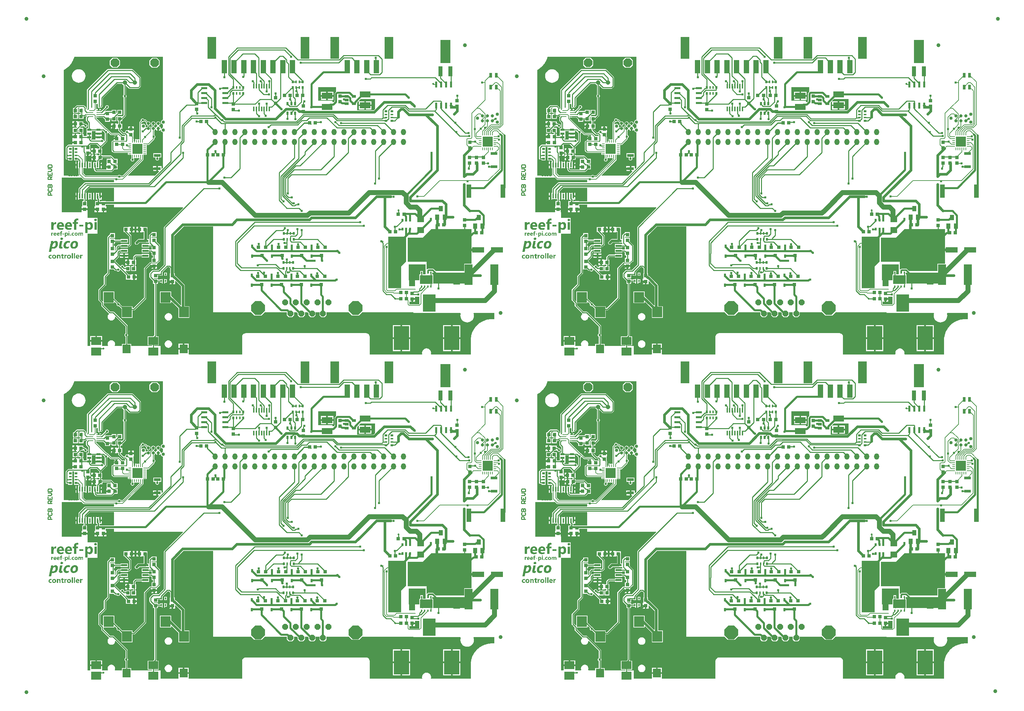
<source format=gtl>
G04*
G04 #@! TF.GenerationSoftware,Altium Limited,Altium Designer,19.0.8 (182)*
G04*
G04 Layer_Physical_Order=1*
G04 Layer_Color=255*
%FSLAX25Y25*%
%MOIN*%
G70*
G01*
G75*
%ADD10C,0.03937*%
%ADD11R,0.02200X0.03000*%
%ADD12R,0.03740X0.03740*%
%ADD13R,0.04173X0.02559*%
%ADD14R,0.10700X0.06300*%
%ADD15R,0.03740X0.03740*%
%ADD16R,0.02362X0.02953*%
%ADD17R,0.01575X0.02953*%
%ADD18R,0.08661X0.22047*%
%ADD19R,0.05512X0.13386*%
%ADD20R,0.03200X0.03600*%
%ADD21R,0.02400X0.03200*%
%ADD22R,0.02400X0.03200*%
%ADD23R,0.01200X0.04800*%
%ADD24R,0.02953X0.02362*%
%ADD25R,0.02953X0.01575*%
%ADD26O,0.04528X0.00984*%
%ADD27R,0.04528X0.00984*%
%ADD28R,0.02756X0.00984*%
%ADD29R,0.10236X0.10236*%
%ADD30R,0.00984X0.02756*%
%ADD31R,0.11900X0.05600*%
%ADD32R,0.02800X0.04800*%
%ADD33C,0.03150*%
%ADD34R,0.06693X0.03150*%
%ADD35R,0.09843X0.07874*%
%ADD36R,0.10236X0.10630*%
%ADD37R,0.08268X0.08661*%
%ADD38R,0.09843X0.10630*%
%ADD39R,0.04000X0.05600*%
%ADD40R,0.05118X0.13386*%
%ADD41R,0.10236X0.10236*%
%ADD42R,0.06200X0.02400*%
%ADD43R,0.07100X0.06300*%
%ADD44R,0.06299X0.22441*%
%ADD45R,0.12992X0.17323*%
%ADD46R,0.15354X0.24410*%
%ADD47R,0.07900X0.20900*%
%ADD48R,0.06600X0.06000*%
%ADD49R,0.06300X0.10700*%
%ADD50R,0.02400X0.06000*%
%ADD51R,0.01500X0.02000*%
%ADD52R,0.01200X0.02600*%
%ADD53R,0.06000X0.02400*%
%ADD54R,0.01496X0.04921*%
%ADD55R,0.04000X0.09900*%
%ADD56R,0.09900X0.23700*%
%ADD57R,0.01496X0.02362*%
%ADD58R,0.12756X0.09055*%
%ADD59R,0.04331X0.02200*%
%ADD60C,0.02000*%
%ADD61C,0.02500*%
%ADD62C,0.01000*%
%ADD63C,0.05000*%
%ADD64C,0.01200*%
%ADD65C,0.00800*%
%ADD66C,0.00600*%
%ADD67C,0.01500*%
%ADD68O,0.05118X0.06299*%
%ADD69P,0.06392X8X202.5*%
%ADD70P,0.14915X8X202.5*%
%ADD71C,0.03347*%
%ADD72P,0.09633X8X22.5*%
%ADD73C,0.04500*%
%ADD74C,0.02400*%
%ADD75C,0.02000*%
G36*
X625273Y588040D02*
X624608Y587908D01*
X623823Y587383D01*
X623299Y586599D01*
X623115Y585674D01*
X623299Y584748D01*
X623823Y583964D01*
X624608Y583439D01*
X625273Y583307D01*
Y580040D01*
X624608Y579908D01*
X623823Y579383D01*
X623622Y579083D01*
X623277Y579147D01*
X623122Y579234D01*
X623041Y579846D01*
X622782Y580472D01*
X622369Y581010D01*
X621832Y581423D01*
X621372Y581613D01*
X621379Y582008D01*
X621405Y582141D01*
X622101Y582606D01*
X622582Y583325D01*
X622750Y584174D01*
X622582Y585022D01*
X622101Y585742D01*
X621382Y586222D01*
X620533Y586391D01*
X619684Y586222D01*
X618965Y585742D01*
X618484Y585022D01*
X618316Y584174D01*
X618484Y583325D01*
X618965Y582606D01*
X619661Y582141D01*
X619687Y582008D01*
X619694Y581613D01*
X619235Y581423D01*
X618697Y581010D01*
X618284Y580472D01*
X618093Y580012D01*
X617699Y580020D01*
X617566Y580046D01*
X617101Y580742D01*
X616382Y581222D01*
X616140Y581270D01*
X615978Y581739D01*
X616244Y582098D01*
X616382Y582125D01*
X617101Y582606D01*
X617582Y583325D01*
X617750Y584174D01*
X617582Y585022D01*
X617101Y585742D01*
X616382Y586222D01*
X615533Y586391D01*
X614684Y586222D01*
X613965Y585742D01*
X613484Y585022D01*
X613316Y584174D01*
X613484Y583325D01*
X613965Y582606D01*
X613983Y582421D01*
X612542Y580981D01*
X612101Y580742D01*
X611382Y581222D01*
X610533Y581391D01*
X609684Y581222D01*
X608965Y580742D01*
X608667Y580295D01*
X608066D01*
X607984Y580379D01*
X607767Y580748D01*
X607951Y581674D01*
X607767Y582599D01*
X607243Y583383D01*
X606458Y583908D01*
X605533Y584092D01*
X604608Y583908D01*
X604005Y583505D01*
X603505Y583739D01*
Y584798D01*
X604427Y585720D01*
X604773Y585652D01*
X605476Y585791D01*
X606018Y586154D01*
X607111D01*
X608444Y584820D01*
X608316Y584174D01*
X608484Y583325D01*
X608965Y582606D01*
X609684Y582125D01*
X610533Y581956D01*
X611382Y582125D01*
X612101Y582606D01*
X612582Y583325D01*
X612750Y584174D01*
X612582Y585022D01*
X612101Y585742D01*
X611382Y586222D01*
X610533Y586391D01*
X609886Y586262D01*
X608254Y587894D01*
X607923Y588116D01*
X607533Y588193D01*
X606466D01*
X606071Y588785D01*
X605476Y589183D01*
X604773Y589322D01*
X604071Y589183D01*
X603475Y588785D01*
X603078Y588189D01*
X602938Y587487D01*
X603000Y587177D01*
X601765Y585942D01*
X601544Y585611D01*
X601466Y585221D01*
Y568132D01*
X598072D01*
Y568532D01*
X597380D01*
Y566154D01*
X595780D01*
Y568532D01*
X595631D01*
Y570551D01*
X595554Y570942D01*
X595503Y571018D01*
Y575289D01*
X595821Y575658D01*
X595903D01*
Y577728D01*
X593033D01*
X590163D01*
Y577598D01*
X590081Y577554D01*
X589663Y577384D01*
X589033Y577509D01*
X588331Y577369D01*
X587735Y576971D01*
X587337Y576376D01*
X587217Y575768D01*
X587171Y575650D01*
X586763Y575295D01*
X585498D01*
X582498Y578295D01*
Y579057D01*
X584132D01*
Y583997D01*
X582498D01*
Y586517D01*
X584098D01*
Y588015D01*
X584126Y588034D01*
X587566Y591474D01*
X587566Y591474D01*
X587809Y591838D01*
X587895Y592267D01*
X587895Y592267D01*
Y610571D01*
X588071Y610689D01*
X588469Y611285D01*
X588608Y611987D01*
X588469Y612689D01*
X588071Y613285D01*
X587895Y613402D01*
Y622126D01*
X588357Y622317D01*
X590980Y619694D01*
X590980Y619694D01*
X591344Y619451D01*
X591773Y619365D01*
X591773Y619365D01*
X600273D01*
X600273Y619365D01*
X600702Y619451D01*
X601066Y619694D01*
X602566Y621194D01*
X602809Y621558D01*
X602895Y621987D01*
X602895Y621987D01*
Y630487D01*
X602809Y630916D01*
X602566Y631280D01*
X602566Y631280D01*
X595066Y638780D01*
X594702Y639023D01*
X594273Y639109D01*
X594273Y639109D01*
X569773D01*
X569773Y639109D01*
X569344Y639023D01*
X568980Y638780D01*
X568980Y638780D01*
X548980Y618780D01*
X548737Y618416D01*
X548652Y617987D01*
X548652Y617987D01*
Y599451D01*
X548480Y599280D01*
X548354Y599092D01*
X547855Y599244D01*
Y600027D01*
X547855Y600027D01*
X547769Y600456D01*
X547526Y600820D01*
X547526Y600820D01*
X546066Y602280D01*
X545702Y602523D01*
X545273Y602608D01*
X545273Y602608D01*
X538646D01*
X538217Y602523D01*
X537853Y602280D01*
X537853Y602280D01*
X535497Y599923D01*
X535412Y599797D01*
X534509D01*
Y594857D01*
X535168D01*
Y593797D01*
X534509D01*
Y588857D01*
X539449D01*
Y593797D01*
X537411D01*
Y594857D01*
X539449D01*
Y599797D01*
X539449D01*
X539455Y600295D01*
X539502Y600365D01*
X541497D01*
X541780Y599865D01*
X541739Y599797D01*
X540217D01*
Y594857D01*
X542111D01*
Y593797D01*
X540217D01*
Y588857D01*
X545157D01*
Y591206D01*
X546333D01*
X546333Y591206D01*
X546762Y591291D01*
X547126Y591534D01*
X547899Y592308D01*
X548520D01*
X548727Y591808D01*
X548040Y591120D01*
X547797Y590756D01*
X547711Y590327D01*
X547711Y590327D01*
Y587327D01*
X547711Y587327D01*
X547797Y586898D01*
X548040Y586534D01*
X549763Y584811D01*
Y579567D01*
X548119D01*
Y576167D01*
X548119D01*
Y575707D01*
X548119D01*
Y572307D01*
X548119D01*
Y572027D01*
X548119D01*
Y571449D01*
X545098D01*
Y573457D01*
X544498D01*
Y574898D01*
X544938D01*
Y579838D01*
X541863D01*
X541672Y580300D01*
X542689Y581317D01*
X544951D01*
Y581419D01*
X545451Y581680D01*
X545539Y581618D01*
X545637Y581125D01*
X546035Y580529D01*
X546631Y580132D01*
X547333Y579992D01*
X548035Y580132D01*
X548631Y580529D01*
X549028Y581125D01*
X549168Y581827D01*
X549028Y582529D01*
X548631Y583125D01*
X548035Y583523D01*
X547333Y583662D01*
X547125Y583621D01*
X546366Y584380D01*
X546002Y584623D01*
X545573Y584708D01*
X545573Y584708D01*
X544951D01*
Y586257D01*
X540011D01*
X539642Y586575D01*
Y586657D01*
X537572D01*
Y583787D01*
Y580917D01*
X538464D01*
X538655Y580455D01*
X538038Y579838D01*
X534289D01*
Y574898D01*
X535898D01*
X536057Y574791D01*
X536486Y574706D01*
X536916Y574791D01*
X537076Y574898D01*
X539229D01*
Y577817D01*
X539536Y578066D01*
X539997Y577865D01*
Y574898D01*
X542255D01*
Y573457D01*
X540289D01*
X540157Y573457D01*
X539789Y573774D01*
Y573857D01*
X537719D01*
Y570987D01*
X536919D01*
Y570187D01*
X534049D01*
Y568357D01*
X534049Y567987D01*
X534049Y567617D01*
Y565787D01*
X536919D01*
Y564187D01*
X534049D01*
Y562787D01*
X529952D01*
X529952Y562787D01*
X529523Y562702D01*
X529159Y562459D01*
X529159Y562459D01*
X527480Y560780D01*
X527237Y560416D01*
X527152Y559987D01*
X527152Y559987D01*
Y552487D01*
X527152Y552487D01*
X527152Y552487D01*
Y548987D01*
X527237Y548558D01*
X527480Y548194D01*
X527844Y547951D01*
X528273Y547865D01*
X529697D01*
Y546859D01*
X533849D01*
Y550422D01*
X533849D01*
Y550600D01*
X533849D01*
Y553249D01*
X533849Y553374D01*
Y553749D01*
X533849Y553874D01*
Y556202D01*
X533849Y556524D01*
X533849Y557024D01*
Y560264D01*
X534234Y560544D01*
X535218D01*
X535602Y560264D01*
X535602Y560044D01*
Y557024D01*
X535602Y556702D01*
X535602Y556202D01*
Y553874D01*
X535602Y553749D01*
Y553374D01*
X535602Y553249D01*
Y550922D01*
X535602Y550600D01*
X535602D01*
Y550422D01*
X535602D01*
Y546859D01*
X539755D01*
X539755Y546859D01*
Y546859D01*
X540114Y546560D01*
X540271Y546404D01*
Y545815D01*
X539633D01*
Y542355D01*
Y538894D01*
X540373D01*
Y532815D01*
X540450Y532424D01*
X540671Y532094D01*
X540816Y531949D01*
X540624Y531487D01*
X525273D01*
Y638287D01*
X527026Y639299D01*
X527210Y639440D01*
X527410Y639555D01*
X529237Y640957D01*
X529400Y641121D01*
X529584Y641262D01*
X531212Y642890D01*
X531353Y643074D01*
X531517Y643237D01*
X532919Y645064D01*
X533034Y645264D01*
X533175Y645448D01*
X534327Y647442D01*
X534415Y647656D01*
X534531Y647856D01*
X535412Y649984D01*
X535472Y650207D01*
X535561Y650421D01*
X535846Y651487D01*
X625273Y651487D01*
X625273Y588040D01*
D02*
G37*
G36*
X147786D02*
X147121Y587908D01*
X146336Y587383D01*
X145812Y586599D01*
X145628Y585674D01*
X145812Y584748D01*
X146336Y583964D01*
X147121Y583439D01*
X147786Y583307D01*
Y580040D01*
X147121Y579908D01*
X146336Y579383D01*
X146135Y579083D01*
X145790Y579147D01*
X145635Y579234D01*
X145554Y579846D01*
X145295Y580472D01*
X144882Y581010D01*
X144344Y581423D01*
X143885Y581613D01*
X143892Y582008D01*
X143918Y582141D01*
X144614Y582606D01*
X145095Y583325D01*
X145263Y584174D01*
X145095Y585022D01*
X144614Y585742D01*
X143895Y586222D01*
X143046Y586391D01*
X142198Y586222D01*
X141478Y585742D01*
X140997Y585022D01*
X140829Y584174D01*
X140997Y583325D01*
X141478Y582606D01*
X142174Y582141D01*
X142200Y582008D01*
X142207Y581613D01*
X141747Y581423D01*
X141210Y581010D01*
X140797Y580472D01*
X140606Y580012D01*
X140212Y580020D01*
X140079Y580046D01*
X139614Y580742D01*
X138895Y581222D01*
X138653Y581270D01*
X138491Y581739D01*
X138757Y582098D01*
X138895Y582125D01*
X139614Y582606D01*
X140095Y583325D01*
X140263Y584174D01*
X140095Y585022D01*
X139614Y585742D01*
X138895Y586222D01*
X138046Y586391D01*
X137197Y586222D01*
X136478Y585742D01*
X135997Y585022D01*
X135829Y584174D01*
X135997Y583325D01*
X136478Y582606D01*
X136496Y582421D01*
X135055Y580981D01*
X134614Y580742D01*
X133895Y581222D01*
X133046Y581391D01*
X132197Y581222D01*
X131478Y580742D01*
X131180Y580295D01*
X130579D01*
X130497Y580379D01*
X130280Y580748D01*
X130464Y581674D01*
X130280Y582599D01*
X129756Y583383D01*
X128971Y583908D01*
X128046Y584092D01*
X127121Y583908D01*
X126518Y583505D01*
X126018Y583739D01*
Y584798D01*
X126940Y585720D01*
X127286Y585652D01*
X127989Y585791D01*
X128531Y586154D01*
X129624D01*
X130957Y584820D01*
X130829Y584174D01*
X130997Y583325D01*
X131478Y582606D01*
X132197Y582125D01*
X133046Y581956D01*
X133895Y582125D01*
X134614Y582606D01*
X135095Y583325D01*
X135263Y584174D01*
X135095Y585022D01*
X134614Y585742D01*
X133895Y586222D01*
X133046Y586391D01*
X132399Y586262D01*
X130767Y587894D01*
X130436Y588116D01*
X130046Y588193D01*
X128979D01*
X128584Y588785D01*
X127989Y589183D01*
X127286Y589322D01*
X126584Y589183D01*
X125988Y588785D01*
X125591Y588189D01*
X125451Y587487D01*
X125513Y587177D01*
X124278Y585942D01*
X124057Y585611D01*
X123979Y585221D01*
Y568132D01*
X120585D01*
Y568532D01*
X119893D01*
Y566154D01*
X118293D01*
Y568532D01*
X118144D01*
Y570551D01*
X118067Y570942D01*
X118016Y571018D01*
Y575289D01*
X118334Y575658D01*
X118416D01*
Y577728D01*
X115546D01*
X112676D01*
Y577598D01*
X112594Y577554D01*
X112176Y577384D01*
X111546Y577509D01*
X110844Y577369D01*
X110248Y576971D01*
X109851Y576376D01*
X109730Y575768D01*
X109684Y575650D01*
X109276Y575295D01*
X108011D01*
X105011Y578295D01*
Y579057D01*
X106645D01*
Y583997D01*
X105011D01*
Y586517D01*
X106611D01*
Y588015D01*
X106639Y588034D01*
X110079Y591474D01*
X110079Y591474D01*
X110322Y591838D01*
X110408Y592267D01*
X110408Y592267D01*
Y610571D01*
X110584Y610689D01*
X110982Y611285D01*
X111121Y611987D01*
X110982Y612689D01*
X110584Y613285D01*
X110408Y613402D01*
Y622126D01*
X110870Y622317D01*
X113493Y619694D01*
X113493Y619694D01*
X113857Y619451D01*
X114286Y619365D01*
X114286Y619365D01*
X122786D01*
X122786Y619365D01*
X123215Y619451D01*
X123579Y619694D01*
X125079Y621194D01*
X125322Y621558D01*
X125408Y621987D01*
X125408Y621987D01*
Y630487D01*
X125322Y630916D01*
X125079Y631280D01*
X125079Y631280D01*
X117579Y638780D01*
X117215Y639023D01*
X116786Y639109D01*
X116786Y639109D01*
X92286D01*
X92286Y639109D01*
X91857Y639023D01*
X91493Y638780D01*
X91493Y638780D01*
X71493Y618780D01*
X71250Y618416D01*
X71165Y617987D01*
X71165Y617987D01*
Y599451D01*
X70993Y599280D01*
X70868Y599092D01*
X70368Y599244D01*
Y600027D01*
X70368Y600027D01*
X70282Y600456D01*
X70039Y600820D01*
X70039Y600820D01*
X68579Y602280D01*
X68215Y602523D01*
X67786Y602608D01*
X67786Y602608D01*
X61159D01*
X60730Y602523D01*
X60366Y602280D01*
X60366Y602280D01*
X58010Y599923D01*
X57925Y599797D01*
X57022D01*
Y594857D01*
X57681D01*
Y593797D01*
X57022D01*
Y588857D01*
X61962D01*
Y593797D01*
X59924D01*
Y594857D01*
X61962D01*
Y599797D01*
X61962D01*
X61968Y600295D01*
X62015Y600365D01*
X64010D01*
X64293Y599865D01*
X64252Y599797D01*
X62730D01*
Y594857D01*
X64625D01*
Y593797D01*
X62730D01*
Y588857D01*
X67670D01*
Y591206D01*
X68846D01*
X68846Y591206D01*
X69275Y591291D01*
X69639Y591534D01*
X70412Y592308D01*
X71033D01*
X71240Y591808D01*
X70553Y591120D01*
X70310Y590756D01*
X70224Y590327D01*
X70224Y590327D01*
Y587327D01*
X70224Y587327D01*
X70310Y586898D01*
X70553Y586534D01*
X72276Y584811D01*
Y579567D01*
X70632D01*
Y576167D01*
X70632D01*
Y575707D01*
X70632D01*
Y572307D01*
X70632D01*
Y572027D01*
X70632D01*
Y571449D01*
X67611D01*
Y573457D01*
X67011D01*
Y574898D01*
X67451D01*
Y579838D01*
X64376D01*
X64185Y580300D01*
X65202Y581317D01*
X67464D01*
Y581419D01*
X67964Y581680D01*
X68052Y581618D01*
X68151Y581125D01*
X68548Y580529D01*
X69144Y580132D01*
X69846Y579992D01*
X70548Y580132D01*
X71144Y580529D01*
X71542Y581125D01*
X71681Y581827D01*
X71542Y582529D01*
X71144Y583125D01*
X70548Y583523D01*
X69846Y583662D01*
X69638Y583621D01*
X68879Y584380D01*
X68515Y584623D01*
X68086Y584708D01*
X68086Y584708D01*
X67464D01*
Y586257D01*
X62524D01*
X62155Y586575D01*
Y586657D01*
X60085D01*
Y583787D01*
Y580917D01*
X60977D01*
X61168Y580455D01*
X60551Y579838D01*
X56802D01*
Y574898D01*
X58411D01*
X58570Y574791D01*
X59000Y574706D01*
X59429Y574791D01*
X59588Y574898D01*
X61742D01*
Y577817D01*
X62049Y578066D01*
X62511Y577865D01*
Y574898D01*
X64768D01*
Y573457D01*
X62802D01*
X62670Y573457D01*
X62302Y573774D01*
Y573857D01*
X60232D01*
Y570987D01*
X59432D01*
Y570187D01*
X56562D01*
Y568357D01*
X56562Y567987D01*
X56562Y567617D01*
Y565787D01*
X59432D01*
Y564187D01*
X56562D01*
Y562787D01*
X52465D01*
X52465Y562787D01*
X52036Y562702D01*
X51672Y562459D01*
X51672Y562459D01*
X49993Y560780D01*
X49750Y560416D01*
X49665Y559987D01*
X49665Y559987D01*
Y552487D01*
X49665Y552487D01*
X49665Y552487D01*
Y548987D01*
X49750Y548558D01*
X49993Y548194D01*
X50357Y547951D01*
X50786Y547865D01*
X52210D01*
Y546859D01*
X56363D01*
Y550422D01*
X56363D01*
Y550600D01*
X56363D01*
Y553249D01*
X56363Y553374D01*
Y553749D01*
X56363Y553874D01*
Y556202D01*
X56363Y556524D01*
X56363Y557024D01*
Y560264D01*
X56747Y560544D01*
X57731D01*
X58115Y560264D01*
X58115Y560044D01*
Y557024D01*
X58115Y556702D01*
X58115Y556202D01*
Y553874D01*
X58115Y553749D01*
Y553374D01*
X58115Y553249D01*
Y550922D01*
X58115Y550600D01*
X58115D01*
Y550422D01*
X58115D01*
Y546859D01*
X62268D01*
X62268Y546859D01*
Y546859D01*
X62627Y546560D01*
X62783Y546404D01*
Y545815D01*
X62146D01*
Y542355D01*
Y538894D01*
X62885D01*
Y532815D01*
X62963Y532424D01*
X63184Y532094D01*
X63329Y531949D01*
X63137Y531487D01*
X47786D01*
Y638287D01*
X49539Y639299D01*
X49723Y639440D01*
X49923Y639555D01*
X51750Y640957D01*
X51913Y641121D01*
X52097Y641262D01*
X53725Y642890D01*
X53866Y643074D01*
X54030Y643237D01*
X55432Y645064D01*
X55547Y645264D01*
X55688Y645448D01*
X56840Y647442D01*
X56928Y647656D01*
X57044Y647856D01*
X57925Y649984D01*
X57985Y650207D01*
X58074Y650421D01*
X58359Y651487D01*
X147786Y651487D01*
X147786Y588040D01*
D02*
G37*
G36*
X799773Y616151D02*
X798920Y615298D01*
X798566Y614769D01*
X798442Y614144D01*
Y607141D01*
X781773D01*
Y621066D01*
X799773D01*
Y616151D01*
D02*
G37*
G36*
X322286D02*
X321433Y615298D01*
X321079Y614769D01*
X320955Y614144D01*
Y607141D01*
X304286D01*
Y621066D01*
X322286D01*
Y616151D01*
D02*
G37*
G36*
X839273Y599071D02*
X837755Y597553D01*
X821273D01*
Y605578D01*
X822427Y606732D01*
X822923Y606521D01*
X822923Y606307D01*
Y603374D01*
X828473D01*
Y606724D01*
X823372D01*
X823125Y606724D01*
X822915Y607220D01*
X824461Y608766D01*
X839273D01*
Y599071D01*
D02*
G37*
G36*
X361786D02*
X360268Y597553D01*
X343786D01*
Y605578D01*
X344939Y606732D01*
X345436Y606521D01*
X345436Y606307D01*
Y603374D01*
X350986D01*
Y606724D01*
X345885D01*
X345639Y606724D01*
X345428Y607220D01*
X346974Y608766D01*
X361786D01*
Y599071D01*
D02*
G37*
G36*
X584284Y624050D02*
X584740Y623454D01*
X585336Y622998D01*
X585652Y622867D01*
Y613402D01*
X585475Y613285D01*
X585078Y612689D01*
X584938Y611987D01*
X585078Y611285D01*
X585475Y610689D01*
X585652Y610571D01*
Y592732D01*
X584543Y591624D01*
X584097Y591457D01*
Y591457D01*
X584097Y591457D01*
X579478D01*
X579271Y591957D01*
X579682Y592368D01*
X579682Y592368D01*
X579925Y592732D01*
X579939Y592804D01*
X580152Y593017D01*
X584098D01*
Y597957D01*
X579157D01*
Y595234D01*
X578850Y594985D01*
X578389Y595186D01*
Y597957D01*
X573449D01*
Y596849D01*
X567833D01*
X567404Y596763D01*
X567237Y596652D01*
X566951D01*
X566659Y597067D01*
X568625Y599033D01*
X568833Y598992D01*
X569535Y599132D01*
X570131Y599529D01*
X570529Y600125D01*
X570668Y600827D01*
X570529Y601529D01*
X570131Y602125D01*
X569535Y602523D01*
X568833Y602662D01*
X568131Y602523D01*
X567535Y602125D01*
X567137Y601529D01*
X566998Y600827D01*
X567039Y600619D01*
X564061Y597641D01*
X563518Y597806D01*
X563510Y597846D01*
X563180Y598340D01*
X562687Y598670D01*
X562105Y598785D01*
X561133D01*
Y597264D01*
X559533D01*
Y598785D01*
X558561D01*
X558439Y598761D01*
X558053Y599078D01*
Y604049D01*
X559503D01*
X559652Y603611D01*
Y600987D01*
X559737Y600558D01*
X559980Y600194D01*
X560344Y599951D01*
X560773Y599865D01*
X561202Y599951D01*
X561566Y600194D01*
X561643Y600308D01*
X561849Y600548D01*
X562283Y600436D01*
X562311Y600418D01*
X562740Y600332D01*
X563169Y600418D01*
X563533Y600661D01*
X564326Y601454D01*
X564326Y601454D01*
X564569Y601818D01*
X564655Y602247D01*
X564654Y602247D01*
Y609782D01*
X579238Y624365D01*
X584153D01*
X584284Y624050D01*
D02*
G37*
G36*
X106797D02*
X107254Y623454D01*
X107849Y622998D01*
X108165Y622867D01*
Y613402D01*
X107989Y613285D01*
X107591Y612689D01*
X107451Y611987D01*
X107591Y611285D01*
X107989Y610689D01*
X108165Y610571D01*
Y592732D01*
X107056Y591624D01*
X106611Y591457D01*
Y591457D01*
X106611Y591457D01*
X101991D01*
X101784Y591957D01*
X102195Y592368D01*
X102195Y592368D01*
X102438Y592732D01*
X102452Y592804D01*
X102665Y593017D01*
X106611D01*
Y597957D01*
X101670D01*
Y595234D01*
X101363Y594985D01*
X100902Y595186D01*
Y597957D01*
X95962D01*
Y596849D01*
X90346D01*
X89917Y596763D01*
X89749Y596652D01*
X89464D01*
X89172Y597067D01*
X91138Y599033D01*
X91346Y598992D01*
X92048Y599132D01*
X92644Y599529D01*
X93042Y600125D01*
X93181Y600827D01*
X93042Y601529D01*
X92644Y602125D01*
X92048Y602523D01*
X91346Y602662D01*
X90644Y602523D01*
X90048Y602125D01*
X89650Y601529D01*
X89511Y600827D01*
X89552Y600619D01*
X86574Y597641D01*
X86031Y597806D01*
X86023Y597846D01*
X85693Y598340D01*
X85200Y598670D01*
X84618Y598785D01*
X83646D01*
Y597264D01*
X82046D01*
Y598785D01*
X81074D01*
X80952Y598761D01*
X80566Y599078D01*
Y604049D01*
X82016D01*
X82165Y603611D01*
Y600987D01*
X82250Y600558D01*
X82493Y600194D01*
X82857Y599951D01*
X83286Y599865D01*
X83715Y599951D01*
X84079Y600194D01*
X84156Y600308D01*
X84362Y600548D01*
X84797Y600436D01*
X84824Y600418D01*
X85253Y600332D01*
X85682Y600418D01*
X86046Y600661D01*
X86839Y601454D01*
X86839Y601454D01*
X87082Y601818D01*
X87168Y602247D01*
X87168Y602247D01*
Y609782D01*
X101751Y624365D01*
X106666D01*
X106797Y624050D01*
D02*
G37*
G36*
X579157Y591044D02*
Y586517D01*
X580255D01*
Y583997D01*
X579324D01*
X579192Y583997D01*
X578824Y584315D01*
Y584397D01*
X576754D01*
Y581527D01*
Y578657D01*
X578824D01*
Y578740D01*
X579192Y579057D01*
X579324Y579057D01*
X580255D01*
Y577830D01*
X580255Y577830D01*
X580340Y577401D01*
X580583Y577037D01*
X584240Y573381D01*
X584604Y573137D01*
X585033Y573052D01*
X585033Y573052D01*
X586568D01*
X587411Y572209D01*
Y571719D01*
X587003Y571498D01*
X583997D01*
X581100Y574395D01*
X580770Y574616D01*
X580379Y574693D01*
X573455D01*
X569254Y578895D01*
X568923Y579116D01*
X568533Y579193D01*
X568455D01*
X558053Y589596D01*
Y590267D01*
X560185D01*
X560333Y590237D01*
X564991D01*
X566863Y588365D01*
Y586003D01*
X571803D01*
Y587859D01*
X573449D01*
Y586517D01*
X578389D01*
Y591093D01*
X578697Y591299D01*
X579157Y591044D01*
D02*
G37*
G36*
X101670D02*
Y586517D01*
X102768D01*
Y583997D01*
X101837D01*
X101705Y583997D01*
X101337Y584315D01*
Y584397D01*
X99266D01*
Y581527D01*
Y578657D01*
X101337D01*
Y578740D01*
X101705Y579057D01*
X101837Y579057D01*
X102768D01*
Y577830D01*
X102768Y577830D01*
X102853Y577401D01*
X103096Y577037D01*
X106753Y573381D01*
X107117Y573137D01*
X107546Y573052D01*
X107546Y573052D01*
X109081D01*
X109924Y572209D01*
Y571719D01*
X109516Y571498D01*
X106510D01*
X103613Y574395D01*
X103283Y574616D01*
X102892Y574693D01*
X95968D01*
X91767Y578895D01*
X91436Y579116D01*
X91046Y579193D01*
X90968D01*
X80566Y589596D01*
Y590267D01*
X82698D01*
X82846Y590237D01*
X87503D01*
X89376Y588365D01*
Y586003D01*
X94316D01*
Y587859D01*
X95962D01*
Y586517D01*
X100902D01*
Y591093D01*
X101210Y591299D01*
X101670Y591044D01*
D02*
G37*
G36*
X621333Y576718D02*
X621832Y576925D01*
X622369Y577337D01*
X622641Y577691D01*
X622688Y577689D01*
X623144Y577526D01*
X623299Y576748D01*
X623823Y575964D01*
X624608Y575440D01*
X625273Y575307D01*
Y539523D01*
X624341Y538591D01*
X623879Y538783D01*
Y541248D01*
X620333D01*
Y538674D01*
Y536099D01*
X621196D01*
X621387Y535637D01*
X617237Y531487D01*
X590243D01*
X590052Y531949D01*
X605175Y547073D01*
X605396Y547403D01*
X605474Y547793D01*
Y549215D01*
X605546D01*
Y552556D01*
X605651D01*
Y552660D01*
X608991D01*
Y554629D01*
Y558566D01*
Y562575D01*
X610454D01*
X610844Y562653D01*
X611175Y562874D01*
X616254Y567953D01*
X616475Y568283D01*
X616553Y568674D01*
Y569343D01*
X617071Y569689D01*
X617469Y570285D01*
X617608Y570987D01*
X617469Y571689D01*
X617071Y572285D01*
X616553Y572631D01*
Y577239D01*
X617101Y577606D01*
X617566Y578302D01*
X617699Y578327D01*
X618093Y578335D01*
X618284Y577875D01*
X618697Y577337D01*
X619235Y576925D01*
X619733Y576718D01*
Y579174D01*
X621333D01*
Y576718D01*
D02*
G37*
G36*
X143846D02*
X144344Y576925D01*
X144882Y577337D01*
X145153Y577691D01*
X145201Y577689D01*
X145657Y577526D01*
X145812Y576748D01*
X146336Y575964D01*
X147121Y575440D01*
X147786Y575307D01*
Y539523D01*
X146854Y538591D01*
X146393Y538783D01*
Y541248D01*
X142846D01*
Y538674D01*
Y536099D01*
X143709D01*
X143900Y535637D01*
X139750Y531487D01*
X112756D01*
X112565Y531949D01*
X127688Y547073D01*
X127909Y547403D01*
X127987Y547793D01*
Y549215D01*
X128059D01*
Y552556D01*
X128164D01*
Y552660D01*
X131504D01*
Y554629D01*
Y558566D01*
Y562575D01*
X132967D01*
X133358Y562653D01*
X133688Y562874D01*
X138767Y567953D01*
X138988Y568283D01*
X139066Y568674D01*
Y569343D01*
X139584Y569689D01*
X139982Y570285D01*
X140121Y570987D01*
X139982Y571689D01*
X139584Y572285D01*
X139066Y572631D01*
Y577239D01*
X139614Y577606D01*
X140079Y578302D01*
X140212Y578327D01*
X140606Y578335D01*
X140797Y577875D01*
X141210Y577337D01*
X141747Y576925D01*
X142246Y576718D01*
Y579174D01*
X143846D01*
Y576718D01*
D02*
G37*
G36*
X566235Y575339D02*
X566337Y574825D01*
X566711Y574265D01*
Y566792D01*
X566325Y566405D01*
X565864Y566651D01*
X565868Y566674D01*
X565729Y567376D01*
X565331Y567971D01*
X564735Y568369D01*
X564033Y568509D01*
X563885Y568479D01*
X563498Y568797D01*
Y569527D01*
X560333D01*
X557168D01*
Y568227D01*
X557168D01*
X557003Y567795D01*
X552997D01*
X552628Y568165D01*
X552819Y568627D01*
X553650D01*
Y572027D01*
X553650D01*
Y572307D01*
X553650D01*
Y575707D01*
X553650D01*
Y576167D01*
X553650D01*
Y576746D01*
X557568D01*
Y576167D01*
X557168D01*
Y574867D01*
X560333D01*
X563498D01*
Y576167D01*
X563098D01*
Y576746D01*
X564828D01*
X566235Y575339D01*
D02*
G37*
G36*
X88748D02*
X88850Y574825D01*
X89224Y574265D01*
Y566792D01*
X88838Y566405D01*
X88377Y566651D01*
X88381Y566674D01*
X88242Y567376D01*
X87844Y567971D01*
X87248Y568369D01*
X86546Y568509D01*
X86398Y568479D01*
X86011Y568797D01*
Y569527D01*
X82846D01*
X79681D01*
Y568227D01*
X79681D01*
X79517Y567795D01*
X75511D01*
X75141Y568165D01*
X75332Y568627D01*
X76162D01*
Y572027D01*
X76163D01*
Y572307D01*
X76162D01*
Y575707D01*
X76163D01*
Y576167D01*
X76162D01*
Y576746D01*
X80081D01*
Y576167D01*
X79681D01*
Y574867D01*
X82846D01*
X86011D01*
Y576167D01*
X85611D01*
Y576746D01*
X87341D01*
X88748Y575339D01*
D02*
G37*
G36*
X572312Y572953D02*
X572643Y572732D01*
X573033Y572654D01*
X579805D01*
X579970Y572441D01*
X579725Y571941D01*
X579333D01*
Y569071D01*
X578533D01*
Y568271D01*
X575663D01*
Y567138D01*
X575289D01*
X574938Y567068D01*
X574640Y566869D01*
X574320Y566549D01*
X574111Y566507D01*
X573747Y566264D01*
X573504Y565901D01*
X573419Y565471D01*
Y557166D01*
X573419Y557166D01*
X573504Y556737D01*
X573747Y556373D01*
X574740Y555380D01*
X575104Y555137D01*
X575133Y555132D01*
X575265Y555000D01*
X575596Y554779D01*
X575986Y554701D01*
X590075D01*
Y552660D01*
X593063D01*
X593520Y552204D01*
Y549215D01*
X593235Y548971D01*
X592837Y548376D01*
X592698Y547674D01*
X592837Y546971D01*
X593235Y546376D01*
X593831Y545978D01*
X594533Y545838D01*
X595235Y545978D01*
X595831Y546376D01*
X596229Y546971D01*
X596368Y547674D01*
X596229Y548376D01*
X596002Y548715D01*
X596269Y549215D01*
X601466D01*
Y548227D01*
X584746Y531507D01*
X582757D01*
X582571Y531785D01*
X581976Y532183D01*
X581273Y532322D01*
X580571Y532183D01*
X579975Y531785D01*
X579790Y531507D01*
X547642D01*
X544971Y534178D01*
Y539294D01*
X547321D01*
Y538894D01*
X548269D01*
Y542355D01*
Y545815D01*
X547632D01*
Y549160D01*
X547632Y549160D01*
X547586Y549390D01*
Y551449D01*
X548733D01*
Y554319D01*
X549533D01*
Y555119D01*
X552403D01*
Y557189D01*
X552320D01*
X552003Y557558D01*
Y562498D01*
X552003D01*
X551882Y562790D01*
X552297Y563206D01*
X558255D01*
X561155Y560306D01*
Y558797D01*
X559249D01*
X559117Y558797D01*
X558749Y559115D01*
Y559197D01*
X556679D01*
Y556327D01*
X555879D01*
D01*
X556679D01*
Y553457D01*
X558749D01*
Y553540D01*
X559117Y553857D01*
X559249Y553857D01*
X561155D01*
Y552397D01*
X559317D01*
X558949Y552715D01*
Y552797D01*
X556879D01*
Y549927D01*
Y547057D01*
X557987D01*
X558211Y546784D01*
X558211Y546784D01*
Y545415D01*
X555935D01*
Y545815D01*
X554987D01*
Y542355D01*
Y538894D01*
X555711D01*
Y537874D01*
X555711Y537874D01*
X555797Y537444D01*
X556040Y537080D01*
X557386Y535734D01*
X557386Y535734D01*
X557750Y535491D01*
X558179Y535406D01*
X573489D01*
X573489Y535406D01*
X573918Y535491D01*
X574282Y535734D01*
X576397Y537849D01*
X579503D01*
Y539565D01*
X579555Y539827D01*
X579503Y540090D01*
Y542789D01*
X577174D01*
X576947Y543078D01*
X577161Y543558D01*
X579503D01*
Y548498D01*
X576450D01*
X573482Y551467D01*
X573118Y551710D01*
X572689Y551795D01*
X572689Y551795D01*
X564257D01*
Y552397D01*
X563398D01*
Y553857D01*
X564057D01*
Y558797D01*
X563398D01*
Y560306D01*
X568626Y565534D01*
X568626Y565534D01*
X568869Y565898D01*
X568955Y566327D01*
X568955Y566327D01*
Y573978D01*
X569331Y574229D01*
X569729Y574825D01*
X569743Y574898D01*
X570222Y575043D01*
X572312Y572953D01*
D02*
G37*
G36*
X94825D02*
X95156Y572732D01*
X95546Y572654D01*
X102318D01*
X102483Y572441D01*
X102238Y571941D01*
X101846D01*
Y569071D01*
X101046D01*
Y568271D01*
X98176D01*
Y567138D01*
X97802D01*
X97451Y567068D01*
X97153Y566869D01*
X96833Y566549D01*
X96624Y566507D01*
X96260Y566264D01*
X96017Y565901D01*
X95932Y565471D01*
Y557166D01*
X95932Y557166D01*
X96017Y556737D01*
X96260Y556373D01*
X97253Y555380D01*
X97617Y555137D01*
X97646Y555132D01*
X97778Y555000D01*
X98109Y554779D01*
X98499Y554701D01*
X112588D01*
Y552660D01*
X115576D01*
X116033Y552204D01*
Y549215D01*
X115748Y548971D01*
X115350Y548376D01*
X115211Y547674D01*
X115350Y546971D01*
X115748Y546376D01*
X116344Y545978D01*
X117046Y545838D01*
X117748Y545978D01*
X118344Y546376D01*
X118742Y546971D01*
X118881Y547674D01*
X118742Y548376D01*
X118515Y548715D01*
X118782Y549215D01*
X123979D01*
Y548227D01*
X107259Y531507D01*
X105270D01*
X105084Y531785D01*
X104489Y532183D01*
X103786Y532322D01*
X103084Y532183D01*
X102489Y531785D01*
X102303Y531507D01*
X70155D01*
X67484Y534178D01*
Y539294D01*
X69834D01*
Y538894D01*
X70782D01*
Y542355D01*
Y545815D01*
X70145D01*
Y549160D01*
X70145Y549160D01*
X70099Y549390D01*
Y551449D01*
X71246D01*
Y554319D01*
X72046D01*
Y555119D01*
X74916D01*
Y557189D01*
X74834D01*
X74516Y557558D01*
Y562498D01*
X74516D01*
X74395Y562790D01*
X74811Y563206D01*
X80768D01*
X83668Y560306D01*
Y558797D01*
X81762D01*
X81630Y558797D01*
X81262Y559115D01*
Y559197D01*
X79192D01*
Y556327D01*
X78392D01*
D01*
X79192D01*
Y553457D01*
X81262D01*
Y553540D01*
X81630Y553857D01*
X81762Y553857D01*
X83668D01*
Y552397D01*
X81830D01*
X81462Y552715D01*
Y552797D01*
X79392D01*
Y549927D01*
Y547057D01*
X80500D01*
X80725Y546784D01*
X80725Y546784D01*
Y545415D01*
X78448D01*
Y545815D01*
X77500D01*
Y542355D01*
Y538894D01*
X78224D01*
Y537874D01*
X78224Y537874D01*
X78310Y537444D01*
X78553Y537080D01*
X79899Y535734D01*
X79899Y535734D01*
X80263Y535491D01*
X80692Y535406D01*
X96002D01*
X96002Y535406D01*
X96431Y535491D01*
X96795Y535734D01*
X98910Y537849D01*
X102016D01*
Y539565D01*
X102068Y539827D01*
X102016Y540090D01*
Y542789D01*
X99687D01*
X99460Y543078D01*
X99674Y543558D01*
X102016D01*
Y548498D01*
X98963D01*
X95995Y551467D01*
X95631Y551710D01*
X95202Y551795D01*
X95202Y551795D01*
X86770D01*
Y552397D01*
X85911D01*
Y553857D01*
X86570D01*
Y558797D01*
X85911D01*
Y560306D01*
X91139Y565534D01*
X91139Y565534D01*
X91382Y565898D01*
X91468Y566327D01*
X91468Y566327D01*
Y573978D01*
X91844Y574229D01*
X92242Y574825D01*
X92256Y574898D01*
X92735Y575043D01*
X94825Y572953D01*
D02*
G37*
G36*
X572816Y548960D02*
X572625Y548498D01*
X568563D01*
Y543558D01*
X568245Y543189D01*
X568163D01*
Y541119D01*
X571033D01*
Y539519D01*
X568163D01*
Y537649D01*
X558644D01*
X557955Y538338D01*
Y539294D01*
X560116D01*
Y538894D01*
X561064D01*
Y542355D01*
Y545815D01*
X560455D01*
Y546319D01*
X561592Y547457D01*
X564257D01*
Y549552D01*
X572224D01*
X572816Y548960D01*
D02*
G37*
G36*
X95329D02*
X95138Y548498D01*
X91076D01*
Y543558D01*
X90759Y543189D01*
X90676D01*
Y541119D01*
X93546D01*
Y539519D01*
X90676D01*
Y537649D01*
X81157D01*
X80468Y538338D01*
Y539294D01*
X82630D01*
Y538894D01*
X83578D01*
Y542355D01*
Y545815D01*
X82968D01*
Y546319D01*
X84105Y547457D01*
X86770D01*
Y549552D01*
X94737D01*
X95329Y548960D01*
D02*
G37*
G36*
X545199Y527566D02*
X545529Y527345D01*
X545920Y527267D01*
X575773D01*
Y524809D01*
X546854D01*
X546854Y524809D01*
X546425Y524723D01*
X546061Y524480D01*
X540599Y519018D01*
X540356Y518654D01*
X540271Y518225D01*
X540271Y518225D01*
Y514319D01*
X539633D01*
Y510859D01*
Y507398D01*
X540581D01*
Y507798D01*
X545389D01*
Y505811D01*
X543803D01*
Y501003D01*
X543803Y500871D01*
X543486Y500503D01*
X543403D01*
Y498433D01*
X546273D01*
X549143D01*
Y500503D01*
X549061D01*
X548743Y500871D01*
X548743Y501003D01*
Y505811D01*
X547632D01*
Y507398D01*
X548269D01*
Y510859D01*
Y514319D01*
X547632D01*
Y515439D01*
X551558Y519365D01*
X575773D01*
Y505662D01*
X567743D01*
Y505811D01*
X562803D01*
Y505662D01*
X562052D01*
X561634Y505999D01*
Y507398D01*
X563613D01*
Y510059D01*
X561865D01*
Y510859D01*
X561064D01*
Y514319D01*
X560116D01*
Y513919D01*
X558494D01*
Y514319D01*
X557546D01*
Y510859D01*
Y507398D01*
X558494D01*
X558905Y507182D01*
X559187Y506900D01*
Y506421D01*
X559093Y506280D01*
X558999Y505811D01*
X556803D01*
Y501003D01*
X556803Y500871D01*
X556486Y500503D01*
X556403D01*
Y499487D01*
D01*
Y498433D01*
X559273D01*
Y497633D01*
X560073D01*
Y494763D01*
X562143D01*
Y494763D01*
X562403D01*
Y494763D01*
X564473D01*
Y497633D01*
X565273D01*
Y498433D01*
X568143D01*
Y500503D01*
X568061D01*
X567743Y500871D01*
X567743Y501003D01*
Y502399D01*
X575773D01*
Y499487D01*
X645355D01*
X645546Y499025D01*
X626599Y480078D01*
X626356Y479714D01*
X626271Y479285D01*
X626271Y479285D01*
Y441750D01*
X620828Y436307D01*
X615292D01*
X614863Y436221D01*
X614499Y435978D01*
X614499Y435978D01*
X611999Y433478D01*
X611756Y433114D01*
X611671Y432685D01*
X611671Y432685D01*
Y429339D01*
X611671Y429339D01*
X611756Y428909D01*
X611999Y428546D01*
X615322Y425223D01*
Y422361D01*
X616671D01*
Y370475D01*
X615370Y369174D01*
X609898D01*
Y360100D01*
X614297D01*
Y359487D01*
X593361D01*
Y361693D01*
X589749D01*
Y369456D01*
X589969Y369785D01*
X590108Y370487D01*
X589969Y371189D01*
X589749Y371518D01*
Y379701D01*
X589749Y379701D01*
X589664Y380131D01*
X589421Y380495D01*
X589421Y380495D01*
X575827Y394089D01*
X575463Y394332D01*
X575033Y394417D01*
X575033Y394417D01*
X571926D01*
X565421Y400923D01*
Y402816D01*
X576235D01*
Y403773D01*
X576697Y403965D01*
X578560Y402102D01*
X578438Y401487D01*
X578578Y400785D01*
X578975Y400189D01*
X579571Y399791D01*
X580273Y399652D01*
X580888Y399774D01*
X583500Y397162D01*
Y387856D01*
X594542D01*
Y395590D01*
X595997D01*
X595997Y395590D01*
X596427Y395675D01*
X596791Y395918D01*
X608085Y407213D01*
X608085Y407213D01*
X608328Y407577D01*
X608414Y408006D01*
Y437342D01*
X612922Y441850D01*
X613422Y441643D01*
Y441131D01*
X616292D01*
X619162D01*
Y442431D01*
X619250Y442490D01*
X621332Y444571D01*
X621722Y444649D01*
X622085Y444892D01*
X622329Y445256D01*
X622414Y445685D01*
Y460785D01*
X622414Y460785D01*
X622329Y461214D01*
X622085Y461578D01*
X622085Y461578D01*
X618762Y464901D01*
Y468801D01*
X613822D01*
X613628Y468906D01*
Y469150D01*
X614085Y469569D01*
X618762D01*
Y474509D01*
X613822D01*
Y473653D01*
X613639D01*
X613210Y473568D01*
X612846Y473325D01*
X612846Y473324D01*
X611499Y471978D01*
X611256Y471614D01*
X611171Y471185D01*
X611171Y471185D01*
Y467485D01*
X609722D01*
Y477185D01*
X609617Y477714D01*
Y479655D01*
X604808D01*
X604676Y479655D01*
X604308Y479973D01*
Y480055D01*
X602238D01*
Y477185D01*
Y474315D01*
X604308D01*
Y474398D01*
X604676Y474715D01*
X604808Y474715D01*
X605949D01*
Y467571D01*
X600792D01*
X600070Y467428D01*
X599459Y467019D01*
X597459Y465019D01*
X597050Y464407D01*
X596906Y463685D01*
X597050Y462963D01*
X597459Y462351D01*
X598070Y461942D01*
X598792Y461799D01*
X599514Y461942D01*
X600126Y462351D01*
X601574Y463799D01*
X607492D01*
X607926Y463885D01*
X610816D01*
X611171Y463585D01*
X611256Y463156D01*
X611438Y462883D01*
X611129Y462487D01*
X611126Y462485D01*
X603792D01*
Y458885D01*
X611192D01*
Y459563D01*
X613822D01*
Y457116D01*
X613446Y456807D01*
X613446Y456807D01*
X611192D01*
Y457485D01*
X603792D01*
Y453885D01*
X611192D01*
Y454564D01*
X612981D01*
X613822Y453723D01*
Y450861D01*
X615171D01*
Y448510D01*
X613822D01*
Y444056D01*
X613231D01*
X613054Y444175D01*
X612624Y444260D01*
X612195Y444175D01*
X611831Y443932D01*
X606499Y438600D01*
X606256Y438236D01*
X606171Y437807D01*
X606171Y437807D01*
Y408471D01*
X595533Y397833D01*
X594542D01*
Y399685D01*
X584149D01*
X582049Y401785D01*
X581969Y402189D01*
X581571Y402785D01*
X580975Y403183D01*
X580572Y403263D01*
X576235Y407599D01*
Y414646D01*
X564799D01*
Y404953D01*
X564337Y404762D01*
X562395Y406704D01*
Y415522D01*
X567585Y420713D01*
X567585Y420713D01*
X567829Y421077D01*
X567914Y421506D01*
Y429220D01*
X571085Y432392D01*
X571085Y432392D01*
X571328Y432756D01*
X571414Y433185D01*
X571414Y433185D01*
Y436639D01*
X571822Y436861D01*
X571914Y436861D01*
X575684D01*
X576653Y435892D01*
X576653Y435892D01*
X577017Y435649D01*
X577446Y435564D01*
X578555D01*
X578801Y435194D01*
X579397Y434796D01*
X580099Y434657D01*
X580802Y434796D01*
X581397Y435194D01*
X581795Y435790D01*
X581934Y436492D01*
X581933Y436498D01*
X582394Y436744D01*
X587968Y431171D01*
Y426715D01*
X592776D01*
X592908Y426715D01*
X593277Y426398D01*
Y426315D01*
X595347D01*
Y429185D01*
Y432055D01*
X593277D01*
Y431973D01*
X592908Y431655D01*
X592776Y431655D01*
X590370D01*
X590329Y431862D01*
X590085Y432225D01*
X590085Y432226D01*
X587596Y434715D01*
X587803Y435215D01*
X592408D01*
Y440155D01*
X587468D01*
Y439107D01*
X586457D01*
X586086Y439477D01*
X586128Y439685D01*
X585988Y440387D01*
X585590Y440983D01*
X584995Y441381D01*
X584292Y441520D01*
X583590Y441381D01*
X582995Y440983D01*
X582610Y440408D01*
X582552Y440342D01*
X582078Y440232D01*
X576762Y445548D01*
Y445569D01*
X580585Y449392D01*
X580585Y449392D01*
X580829Y449756D01*
X580914Y450185D01*
X580914Y450185D01*
Y453721D01*
X581757Y454564D01*
X582462D01*
Y453885D01*
X589862D01*
Y457485D01*
X582462D01*
Y456807D01*
X581292D01*
X581292Y456807D01*
X580863Y456721D01*
X580499Y456478D01*
X580376Y456355D01*
X579914Y456546D01*
Y458720D01*
X580757Y459563D01*
X582462D01*
Y458885D01*
X589862D01*
Y459563D01*
X590792D01*
X590792Y459563D01*
X591222Y459649D01*
X591585Y459892D01*
X593085Y461392D01*
X593329Y461756D01*
X593414Y462185D01*
X593414Y462185D01*
Y470685D01*
X593414Y470685D01*
X593329Y471114D01*
X593085Y471478D01*
X593085Y471478D01*
X590729Y473835D01*
X590956Y474315D01*
X592847D01*
Y477185D01*
Y480055D01*
X590776D01*
Y479973D01*
X590408Y479655D01*
X590276Y479655D01*
X585468D01*
Y474715D01*
X586676D01*
X591171Y470221D01*
Y462650D01*
X590362Y461841D01*
X589862Y461890D01*
Y462485D01*
X582462D01*
Y461807D01*
X580292D01*
X580292Y461807D01*
X579863Y461721D01*
X579499Y461478D01*
X577999Y459978D01*
X577756Y459614D01*
X577671Y459185D01*
X577671Y459185D01*
Y456303D01*
X577262Y455895D01*
X576762Y456102D01*
Y460509D01*
X575914D01*
Y462861D01*
X576762D01*
Y464564D01*
X582462D01*
Y463885D01*
X589862D01*
Y467485D01*
X582462D01*
Y466807D01*
X576762D01*
Y467801D01*
X571914D01*
X571822Y467801D01*
X571628Y467906D01*
Y468150D01*
X572085Y468569D01*
X576762D01*
Y473510D01*
X571822D01*
Y472133D01*
X571763Y472121D01*
X571399Y471878D01*
X571399Y471878D01*
X569499Y469978D01*
X569256Y469614D01*
X569171Y469185D01*
X569171Y469185D01*
Y433650D01*
X565999Y430478D01*
X565756Y430114D01*
X565671Y429685D01*
X565671Y429685D01*
Y421971D01*
X560480Y416780D01*
X560237Y416416D01*
X560152Y415987D01*
X560152Y415987D01*
Y406240D01*
X560152Y406240D01*
X560237Y405810D01*
X560480Y405447D01*
X563178Y402749D01*
Y400458D01*
X563178Y400458D01*
X563263Y400029D01*
X563506Y399665D01*
X570669Y392503D01*
X570669Y392503D01*
X570737Y392457D01*
X570759Y391843D01*
X570599Y391720D01*
X569998Y390937D01*
X569620Y390025D01*
X569491Y389046D01*
X569620Y388067D01*
X569998Y387155D01*
X570599Y386372D01*
X571382Y385771D01*
X572294Y385393D01*
X573273Y385264D01*
X574252Y385393D01*
X575164Y385771D01*
X575947Y386372D01*
X576548Y387155D01*
X576926Y388067D01*
X577047Y388988D01*
X577371Y389202D01*
X577485Y389258D01*
X587506Y379237D01*
Y372139D01*
X586975Y371785D01*
X586578Y371189D01*
X586438Y370487D01*
X586578Y369785D01*
X586975Y369189D01*
X587506Y368835D01*
Y361693D01*
X583894D01*
Y359487D01*
X577044D01*
X576710Y359987D01*
X576926Y360508D01*
X577055Y361487D01*
X576926Y362466D01*
X576548Y363378D01*
X575947Y364161D01*
X575164Y364762D01*
X574252Y365140D01*
X573273Y365269D01*
X572294Y365140D01*
X571382Y364762D01*
X570599Y364161D01*
X569998Y363378D01*
X569620Y362466D01*
X569491Y361487D01*
X569620Y360508D01*
X569836Y359987D01*
X569502Y359487D01*
X564252D01*
X563840Y359700D01*
X563840Y359987D01*
Y363837D01*
X557919D01*
X551998D01*
Y359987D01*
X551998Y359700D01*
X551586Y359487D01*
X549333D01*
Y472937D01*
X559218D01*
Y488881D01*
X549333D01*
Y494741D01*
X549143Y494987D01*
Y496833D01*
X546273D01*
X543403D01*
Y494987D01*
X543403Y494763D01*
X543017Y494487D01*
X523273D01*
Y529487D01*
X543278D01*
X545199Y527566D01*
D02*
G37*
G36*
X67712D02*
X68042Y527345D01*
X68433Y527267D01*
X98286D01*
Y524809D01*
X69367D01*
X69367Y524809D01*
X68938Y524723D01*
X68574Y524480D01*
X63112Y519018D01*
X62869Y518654D01*
X62783Y518225D01*
X62783Y518225D01*
Y514319D01*
X62146D01*
Y510859D01*
Y507398D01*
X63094D01*
Y507798D01*
X67902D01*
Y505811D01*
X66316D01*
Y501003D01*
X66316Y500871D01*
X65999Y500503D01*
X65916D01*
Y498433D01*
X68786D01*
X71656D01*
Y500503D01*
X71574D01*
X71256Y500871D01*
X71256Y501003D01*
Y505811D01*
X70145D01*
Y507398D01*
X70782D01*
Y510859D01*
Y514319D01*
X70145D01*
Y515439D01*
X74071Y519365D01*
X98286D01*
Y505662D01*
X90256D01*
Y505811D01*
X85316D01*
Y505662D01*
X84565D01*
X84147Y505999D01*
Y507398D01*
X86125D01*
Y510059D01*
X84377D01*
Y510859D01*
X83578D01*
Y514319D01*
X82630D01*
Y513919D01*
X81007D01*
Y514319D01*
X80059D01*
Y510859D01*
Y507398D01*
X81007D01*
X81418Y507182D01*
X81700Y506900D01*
Y506421D01*
X81606Y506280D01*
X81512Y505811D01*
X79316D01*
Y501003D01*
X79316Y500871D01*
X78999Y500503D01*
X78916D01*
Y499487D01*
D01*
Y498433D01*
X81786D01*
Y497633D01*
X82586D01*
Y494763D01*
X84656D01*
Y494763D01*
X84916D01*
Y494763D01*
X86986D01*
Y497633D01*
X87786D01*
Y498433D01*
X90656D01*
Y500503D01*
X90574D01*
X90256Y500871D01*
X90256Y501003D01*
Y502399D01*
X98286D01*
Y499487D01*
X167868D01*
X168059Y499025D01*
X149112Y480078D01*
X148869Y479714D01*
X148784Y479285D01*
X148784Y479285D01*
Y441750D01*
X143341Y436307D01*
X137805D01*
X137376Y436221D01*
X137012Y435978D01*
X137012Y435978D01*
X134512Y433478D01*
X134269Y433114D01*
X134184Y432685D01*
X134184Y432685D01*
Y429339D01*
X134184Y429339D01*
X134269Y428909D01*
X134512Y428546D01*
X137835Y425223D01*
Y422361D01*
X139184D01*
Y370475D01*
X137883Y369174D01*
X132411D01*
Y360100D01*
X136810D01*
Y359487D01*
X115874D01*
Y361693D01*
X112262D01*
Y369456D01*
X112482Y369785D01*
X112621Y370487D01*
X112482Y371189D01*
X112262Y371518D01*
Y379701D01*
X112262Y379701D01*
X112177Y380131D01*
X111934Y380495D01*
X111934Y380495D01*
X98339Y394089D01*
X97976Y394332D01*
X97546Y394417D01*
X97546Y394417D01*
X94439D01*
X87934Y400923D01*
Y402816D01*
X98748D01*
Y403773D01*
X99210Y403965D01*
X101073Y402102D01*
X100951Y401487D01*
X101091Y400785D01*
X101488Y400189D01*
X102084Y399791D01*
X102786Y399652D01*
X103401Y399774D01*
X106013Y397162D01*
Y387856D01*
X117055D01*
Y395590D01*
X118510D01*
X118511Y395590D01*
X118940Y395675D01*
X119304Y395918D01*
X130598Y407213D01*
X130598Y407213D01*
X130842Y407577D01*
X130927Y408006D01*
Y437342D01*
X135435Y441850D01*
X135935Y441643D01*
Y441131D01*
X138805D01*
X141675D01*
Y442431D01*
X141763Y442490D01*
X143845Y444571D01*
X144235Y444649D01*
X144598Y444892D01*
X144842Y445256D01*
X144927Y445685D01*
Y460785D01*
X144927Y460785D01*
X144842Y461214D01*
X144598Y461578D01*
X144598Y461578D01*
X141275Y464901D01*
Y468801D01*
X136335D01*
X136141Y468906D01*
Y469150D01*
X136598Y469569D01*
X141275D01*
Y474509D01*
X136335D01*
Y473653D01*
X136152D01*
X135723Y473568D01*
X135359Y473325D01*
X135359Y473324D01*
X134012Y471978D01*
X133769Y471614D01*
X133684Y471185D01*
X133684Y471185D01*
Y467485D01*
X132235D01*
Y477185D01*
X132130Y477714D01*
Y479655D01*
X127321D01*
X127190Y479655D01*
X126821Y479973D01*
Y480055D01*
X124751D01*
Y477185D01*
Y474315D01*
X126821D01*
Y474398D01*
X127190Y474715D01*
X127321Y474715D01*
X128462D01*
Y467571D01*
X123305D01*
X122583Y467428D01*
X121972Y467019D01*
X119972Y465019D01*
X119563Y464407D01*
X119419Y463685D01*
X119563Y462963D01*
X119972Y462351D01*
X120583Y461942D01*
X121305Y461799D01*
X122027Y461942D01*
X122639Y462351D01*
X124087Y463799D01*
X130005D01*
X130439Y463885D01*
X133329D01*
X133684Y463585D01*
X133769Y463156D01*
X133951Y462883D01*
X133642Y462487D01*
X133639Y462485D01*
X126305D01*
Y458885D01*
X133705D01*
Y459563D01*
X136335D01*
Y457116D01*
X135959Y456807D01*
X135959Y456807D01*
X133705D01*
Y457485D01*
X126305D01*
Y453885D01*
X133705D01*
Y454564D01*
X135494D01*
X136335Y453723D01*
Y450861D01*
X137684D01*
Y448510D01*
X136335D01*
Y444056D01*
X135744D01*
X135566Y444175D01*
X135137Y444260D01*
X134708Y444175D01*
X134344Y443932D01*
X129012Y438600D01*
X128769Y438236D01*
X128684Y437807D01*
X128684Y437807D01*
Y408471D01*
X118046Y397833D01*
X117055D01*
Y399685D01*
X106662D01*
X104562Y401785D01*
X104482Y402189D01*
X104084Y402785D01*
X103489Y403183D01*
X103085Y403263D01*
X98748Y407599D01*
Y414646D01*
X87312D01*
Y404953D01*
X86850Y404762D01*
X84908Y406704D01*
Y415522D01*
X90098Y420713D01*
X90098Y420713D01*
X90342Y421077D01*
X90427Y421506D01*
Y429220D01*
X93598Y432392D01*
X93598Y432392D01*
X93841Y432756D01*
X93927Y433185D01*
X93927Y433185D01*
Y436639D01*
X94335Y436861D01*
X94427Y436861D01*
X98197D01*
X99166Y435892D01*
X99166Y435892D01*
X99530Y435649D01*
X99959Y435564D01*
X101068D01*
X101314Y435194D01*
X101910Y434796D01*
X102612Y434657D01*
X103315Y434796D01*
X103910Y435194D01*
X104308Y435790D01*
X104447Y436492D01*
X104446Y436498D01*
X104907Y436744D01*
X110481Y431171D01*
Y426715D01*
X115290D01*
X115421Y426715D01*
X115790Y426398D01*
Y426315D01*
X117860D01*
Y429185D01*
Y432055D01*
X115790D01*
Y431973D01*
X115421Y431655D01*
X115290Y431655D01*
X112883D01*
X112841Y431862D01*
X112598Y432225D01*
X112598Y432226D01*
X110109Y434715D01*
X110316Y435215D01*
X114921D01*
Y440155D01*
X109981D01*
Y439107D01*
X108970D01*
X108599Y439477D01*
X108641Y439685D01*
X108501Y440387D01*
X108103Y440983D01*
X107508Y441381D01*
X106805Y441520D01*
X106103Y441381D01*
X105508Y440983D01*
X105123Y440408D01*
X105065Y440342D01*
X104591Y440232D01*
X99275Y445548D01*
Y445569D01*
X103098Y449392D01*
X103098Y449392D01*
X103341Y449756D01*
X103427Y450185D01*
X103427Y450185D01*
Y453721D01*
X104270Y454564D01*
X104975D01*
Y453885D01*
X112375D01*
Y457485D01*
X104975D01*
Y456807D01*
X103805D01*
X103805Y456807D01*
X103376Y456721D01*
X103012Y456478D01*
X102889Y456355D01*
X102427Y456546D01*
Y458720D01*
X103270Y459563D01*
X104975D01*
Y458885D01*
X112375D01*
Y459563D01*
X113305D01*
X113305Y459563D01*
X113734Y459649D01*
X114098Y459892D01*
X115598Y461392D01*
X115841Y461756D01*
X115927Y462185D01*
X115927Y462185D01*
Y470685D01*
X115927Y470685D01*
X115841Y471114D01*
X115598Y471478D01*
X115598Y471478D01*
X113242Y473835D01*
X113469Y474315D01*
X115360D01*
Y477185D01*
Y480055D01*
X113290D01*
Y479973D01*
X112921Y479655D01*
X112790Y479655D01*
X107981D01*
Y474715D01*
X109189D01*
X113684Y470221D01*
Y462650D01*
X112875Y461841D01*
X112375Y461890D01*
Y462485D01*
X104975D01*
Y461807D01*
X102805D01*
X102805Y461807D01*
X102376Y461721D01*
X102012Y461478D01*
X100512Y459978D01*
X100269Y459614D01*
X100184Y459185D01*
X100184Y459185D01*
Y456303D01*
X99775Y455895D01*
X99275Y456102D01*
Y460509D01*
X98427D01*
Y462861D01*
X99275D01*
Y464564D01*
X104975D01*
Y463885D01*
X112375D01*
Y467485D01*
X104975D01*
Y466807D01*
X99275D01*
Y467801D01*
X94427D01*
X94335Y467801D01*
X94141Y467906D01*
Y468150D01*
X94598Y468569D01*
X99275D01*
Y473510D01*
X94335D01*
Y472133D01*
X94276Y472121D01*
X93912Y471878D01*
X93912Y471878D01*
X92012Y469978D01*
X91769Y469614D01*
X91684Y469185D01*
X91684Y469185D01*
Y433650D01*
X88512Y430478D01*
X88269Y430114D01*
X88184Y429685D01*
X88184Y429685D01*
Y421971D01*
X82993Y416780D01*
X82750Y416416D01*
X82665Y415987D01*
X82665Y415987D01*
Y406240D01*
X82665Y406240D01*
X82750Y405810D01*
X82993Y405447D01*
X85691Y402749D01*
Y400458D01*
X85691Y400458D01*
X85776Y400029D01*
X86019Y399665D01*
X93182Y392503D01*
X93182Y392503D01*
X93250Y392457D01*
X93272Y391843D01*
X93112Y391720D01*
X92511Y390937D01*
X92133Y390025D01*
X92004Y389046D01*
X92133Y388067D01*
X92511Y387155D01*
X93112Y386372D01*
X93895Y385771D01*
X94807Y385393D01*
X95786Y385264D01*
X96765Y385393D01*
X97677Y385771D01*
X98460Y386372D01*
X99062Y387155D01*
X99439Y388067D01*
X99560Y388988D01*
X99884Y389202D01*
X99998Y389258D01*
X110019Y379237D01*
Y372139D01*
X109488Y371785D01*
X109091Y371189D01*
X108951Y370487D01*
X109091Y369785D01*
X109488Y369189D01*
X110019Y368835D01*
Y361693D01*
X106407D01*
Y359487D01*
X99558D01*
X99223Y359987D01*
X99439Y360508D01*
X99568Y361487D01*
X99439Y362466D01*
X99062Y363378D01*
X98460Y364161D01*
X97677Y364762D01*
X96765Y365140D01*
X95786Y365269D01*
X94807Y365140D01*
X93895Y364762D01*
X93112Y364161D01*
X92511Y363378D01*
X92133Y362466D01*
X92004Y361487D01*
X92133Y360508D01*
X92349Y359987D01*
X92015Y359487D01*
X86765D01*
X86353Y359700D01*
X86353Y359987D01*
Y363837D01*
X80432D01*
X74511D01*
Y359987D01*
X74511Y359700D01*
X74099Y359487D01*
X71846D01*
Y472937D01*
X81731D01*
Y488881D01*
X71846D01*
Y494741D01*
X71656Y494987D01*
Y496833D01*
X68786D01*
X65916D01*
Y494987D01*
X65916Y494763D01*
X65530Y494487D01*
X45786D01*
Y529487D01*
X65791D01*
X67712Y527566D01*
D02*
G37*
G36*
X538943Y488272D02*
X539101Y488263D01*
X539286Y488244D01*
X539489Y488216D01*
X539683Y488179D01*
X539868Y488133D01*
Y486330D01*
X539859D01*
X539850Y486339D01*
X539794Y486357D01*
X539702Y486385D01*
X539591Y486422D01*
X539462Y486450D01*
X539314Y486478D01*
X539165Y486496D01*
X539008Y486505D01*
X538962D01*
X538906Y486496D01*
X538833Y486487D01*
X538749Y486468D01*
X538657Y486441D01*
X538555Y486404D01*
X538453Y486357D01*
X538342Y486293D01*
X538240Y486209D01*
X538148Y486107D01*
X538065Y485996D01*
X537991Y485858D01*
X537935Y485691D01*
X537898Y485506D01*
X537889Y485293D01*
Y484498D01*
X539609D01*
Y482787D01*
X537889D01*
Y476987D01*
X535586D01*
Y482787D01*
X534318D01*
Y484498D01*
X535586D01*
Y485423D01*
Y485441D01*
Y485478D01*
X535595Y485543D01*
Y485636D01*
X535613Y485747D01*
X535632Y485867D01*
X535660Y486015D01*
X535687Y486163D01*
X535734Y486330D01*
X535789Y486496D01*
X535854Y486662D01*
X535937Y486838D01*
X536030Y487014D01*
X536141Y487181D01*
X536270Y487347D01*
X536418Y487495D01*
X536427Y487504D01*
X536455Y487532D01*
X536502Y487569D01*
X536576Y487615D01*
X536659Y487680D01*
X536761Y487745D01*
X536881Y487819D01*
X537019Y487893D01*
X537168Y487957D01*
X537343Y488031D01*
X537528Y488096D01*
X537732Y488161D01*
X537945Y488207D01*
X538185Y488244D01*
X538435Y488272D01*
X538694Y488281D01*
X538869D01*
X538943Y488272D01*
D02*
G37*
G36*
X61457D02*
X61614Y488263D01*
X61799Y488244D01*
X62002Y488216D01*
X62197Y488179D01*
X62382Y488133D01*
Y486330D01*
X62372D01*
X62363Y486339D01*
X62308Y486357D01*
X62215Y486385D01*
X62104Y486422D01*
X61975Y486450D01*
X61827Y486478D01*
X61679Y486496D01*
X61521Y486505D01*
X61475D01*
X61420Y486496D01*
X61346Y486487D01*
X61262Y486468D01*
X61170Y486441D01*
X61068Y486404D01*
X60966Y486357D01*
X60855Y486293D01*
X60754Y486209D01*
X60661Y486107D01*
X60578Y485996D01*
X60504Y485858D01*
X60448Y485691D01*
X60411Y485506D01*
X60402Y485293D01*
Y484498D01*
X62123D01*
Y482787D01*
X60402D01*
Y476987D01*
X58099D01*
Y482787D01*
X56832D01*
Y484498D01*
X58099D01*
Y485423D01*
Y485441D01*
Y485478D01*
X58108Y485543D01*
Y485636D01*
X58127Y485747D01*
X58145Y485867D01*
X58173Y486015D01*
X58201Y486163D01*
X58247Y486330D01*
X58302Y486496D01*
X58367Y486662D01*
X58450Y486838D01*
X58543Y487014D01*
X58654Y487181D01*
X58783Y487347D01*
X58931Y487495D01*
X58941Y487504D01*
X58968Y487532D01*
X59015Y487569D01*
X59089Y487615D01*
X59172Y487680D01*
X59274Y487745D01*
X59394Y487819D01*
X59533Y487893D01*
X59681Y487957D01*
X59856Y488031D01*
X60041Y488096D01*
X60245Y488161D01*
X60458Y488207D01*
X60698Y488244D01*
X60948Y488272D01*
X61207Y488281D01*
X61383D01*
X61457Y488272D01*
D02*
G37*
G36*
X557388Y488059D02*
X557490Y488050D01*
X557628Y488031D01*
X557786Y487985D01*
X557943Y487930D01*
X558100Y487847D01*
X558248Y487736D01*
X558267Y487717D01*
X558304Y487680D01*
X558368Y487606D01*
X558433Y487504D01*
X558498Y487384D01*
X558563Y487236D01*
X558600Y487070D01*
X558618Y486884D01*
Y486875D01*
Y486866D01*
Y486838D01*
X558609Y486801D01*
X558600Y486699D01*
X558572Y486579D01*
X558526Y486441D01*
X558461Y486293D01*
X558368Y486154D01*
X558248Y486015D01*
X558230Y485996D01*
X558183Y485959D01*
X558100Y485913D01*
X557989Y485849D01*
X557851Y485784D01*
X557684Y485738D01*
X557499Y485701D01*
X557286Y485682D01*
X557231D01*
X557185Y485691D01*
X557083Y485701D01*
X556944Y485728D01*
X556796Y485765D01*
X556630Y485830D01*
X556472Y485913D01*
X556324Y486024D01*
X556306Y486043D01*
X556269Y486089D01*
X556204Y486163D01*
X556139Y486265D01*
X556074Y486385D01*
X556010Y486533D01*
X555973Y486699D01*
X555954Y486884D01*
Y486894D01*
Y486912D01*
Y486931D01*
X555964Y486968D01*
X555973Y487070D01*
X556001Y487190D01*
X556047Y487319D01*
X556111Y487458D01*
X556204Y487606D01*
X556324Y487736D01*
X556343Y487754D01*
X556389Y487791D01*
X556472Y487837D01*
X556583Y487902D01*
X556722Y487967D01*
X556888Y488013D01*
X557073Y488050D01*
X557286Y488068D01*
X557342D01*
X557388Y488059D01*
D02*
G37*
G36*
X79901D02*
X80003Y488050D01*
X80142Y488031D01*
X80299Y487985D01*
X80456Y487930D01*
X80613Y487847D01*
X80761Y487736D01*
X80780Y487717D01*
X80817Y487680D01*
X80882Y487606D01*
X80946Y487504D01*
X81011Y487384D01*
X81076Y487236D01*
X81113Y487070D01*
X81131Y486884D01*
Y486875D01*
Y486866D01*
Y486838D01*
X81122Y486801D01*
X81113Y486699D01*
X81085Y486579D01*
X81039Y486441D01*
X80974Y486293D01*
X80882Y486154D01*
X80761Y486015D01*
X80743Y485996D01*
X80697Y485959D01*
X80613Y485913D01*
X80502Y485849D01*
X80364Y485784D01*
X80197Y485738D01*
X80012Y485701D01*
X79799Y485682D01*
X79744D01*
X79698Y485691D01*
X79596Y485701D01*
X79457Y485728D01*
X79309Y485765D01*
X79143Y485830D01*
X78985Y485913D01*
X78837Y486024D01*
X78819Y486043D01*
X78782Y486089D01*
X78717Y486163D01*
X78652Y486265D01*
X78588Y486385D01*
X78523Y486533D01*
X78486Y486699D01*
X78467Y486884D01*
Y486894D01*
Y486912D01*
Y486931D01*
X78477Y486968D01*
X78486Y487070D01*
X78514Y487190D01*
X78560Y487319D01*
X78625Y487458D01*
X78717Y487606D01*
X78837Y487736D01*
X78856Y487754D01*
X78902Y487791D01*
X78985Y487837D01*
X79096Y487902D01*
X79235Y487967D01*
X79402Y488013D01*
X79587Y488050D01*
X79799Y488068D01*
X79855D01*
X79901Y488059D01*
D02*
G37*
G36*
X551699Y484664D02*
X551801Y484655D01*
X551921Y484646D01*
X552060Y484618D01*
X552217Y484590D01*
X552384Y484553D01*
X552560Y484498D01*
X552744Y484433D01*
X552939Y484350D01*
X553124Y484248D01*
X553309Y484137D01*
X553484Y484008D01*
X553651Y483850D01*
X553808Y483675D01*
X553818Y483666D01*
X553845Y483629D01*
X553882Y483573D01*
X553929Y483490D01*
X553993Y483388D01*
X554058Y483268D01*
X554132Y483129D01*
X554206Y482963D01*
X554280Y482778D01*
X554354Y482574D01*
X554419Y482352D01*
X554484Y482102D01*
X554530Y481843D01*
X554567Y481566D01*
X554595Y481270D01*
X554604Y480955D01*
Y480946D01*
Y480937D01*
Y480909D01*
Y480872D01*
X554595Y480770D01*
X554585Y480641D01*
X554576Y480483D01*
X554558Y480299D01*
X554530Y480095D01*
X554493Y479873D01*
X554437Y479642D01*
X554382Y479392D01*
X554308Y479142D01*
X554215Y478893D01*
X554104Y478643D01*
X553984Y478393D01*
X553845Y478162D01*
X553679Y477940D01*
X553670Y477930D01*
X553632Y477893D01*
X553586Y477838D01*
X553512Y477764D01*
X553420Y477681D01*
X553309Y477579D01*
X553170Y477477D01*
X553022Y477376D01*
X552855Y477274D01*
X552670Y477172D01*
X552467Y477070D01*
X552245Y476987D01*
X552014Y476913D01*
X551755Y476858D01*
X551496Y476821D01*
X551209Y476811D01*
X551154D01*
X551080Y476821D01*
X550987Y476830D01*
X550876Y476839D01*
X550746Y476867D01*
X550598Y476895D01*
X550441Y476941D01*
X550284Y476996D01*
X550108Y477070D01*
X549942Y477153D01*
X549766Y477255D01*
X549600Y477376D01*
X549442Y477514D01*
X549285Y477671D01*
X549146Y477856D01*
X549119D01*
Y473537D01*
X546797D01*
Y484498D01*
X549119D01*
Y483360D01*
X549146D01*
X549156Y483379D01*
X549183Y483416D01*
X549239Y483481D01*
X549303Y483564D01*
X549396Y483666D01*
X549498Y483777D01*
X549627Y483897D01*
X549775Y484017D01*
X549932Y484137D01*
X550117Y484258D01*
X550312Y484369D01*
X550525Y484470D01*
X550765Y484553D01*
X551015Y484618D01*
X551274Y484655D01*
X551560Y484674D01*
X551625D01*
X551699Y484664D01*
D02*
G37*
G36*
X74212D02*
X74314Y484655D01*
X74434Y484646D01*
X74573Y484618D01*
X74730Y484590D01*
X74897Y484553D01*
X75073Y484498D01*
X75258Y484433D01*
X75452Y484350D01*
X75637Y484248D01*
X75822Y484137D01*
X75998Y484008D01*
X76164Y483850D01*
X76321Y483675D01*
X76331Y483666D01*
X76358Y483629D01*
X76395Y483573D01*
X76442Y483490D01*
X76506Y483388D01*
X76571Y483268D01*
X76645Y483129D01*
X76719Y482963D01*
X76793Y482778D01*
X76867Y482574D01*
X76932Y482352D01*
X76997Y482102D01*
X77043Y481843D01*
X77080Y481566D01*
X77108Y481270D01*
X77117Y480955D01*
Y480946D01*
Y480937D01*
Y480909D01*
Y480872D01*
X77108Y480770D01*
X77098Y480641D01*
X77089Y480483D01*
X77071Y480299D01*
X77043Y480095D01*
X77006Y479873D01*
X76950Y479642D01*
X76895Y479392D01*
X76821Y479142D01*
X76728Y478893D01*
X76617Y478643D01*
X76497Y478393D01*
X76358Y478162D01*
X76192Y477940D01*
X76183Y477930D01*
X76146Y477893D01*
X76099Y477838D01*
X76025Y477764D01*
X75933Y477681D01*
X75822Y477579D01*
X75683Y477477D01*
X75535Y477376D01*
X75369Y477274D01*
X75184Y477172D01*
X74980Y477070D01*
X74758Y476987D01*
X74527Y476913D01*
X74268Y476858D01*
X74009Y476821D01*
X73722Y476811D01*
X73667D01*
X73593Y476821D01*
X73500Y476830D01*
X73389Y476839D01*
X73260Y476867D01*
X73112Y476895D01*
X72954Y476941D01*
X72797Y476996D01*
X72621Y477070D01*
X72455Y477153D01*
X72279Y477255D01*
X72113Y477376D01*
X71955Y477514D01*
X71798Y477671D01*
X71659Y477856D01*
X71632D01*
Y473537D01*
X69310D01*
Y484498D01*
X71632D01*
Y483360D01*
X71659D01*
X71669Y483379D01*
X71696Y483416D01*
X71752Y483481D01*
X71817Y483564D01*
X71909Y483666D01*
X72011Y483777D01*
X72140Y483897D01*
X72288Y484017D01*
X72446Y484137D01*
X72631Y484258D01*
X72825Y484369D01*
X73038Y484470D01*
X73278Y484553D01*
X73528Y484618D01*
X73787Y484655D01*
X74074Y484674D01*
X74138D01*
X74212Y484664D01*
D02*
G37*
G36*
X517262Y484618D02*
X517354Y484609D01*
X517456Y484590D01*
X517548Y484563D01*
X517631Y484535D01*
Y482408D01*
X517613Y482417D01*
X517557Y482444D01*
X517465Y482481D01*
X517354Y482518D01*
X517206Y482555D01*
X517039Y482592D01*
X516854Y482620D01*
X516651Y482629D01*
X516577D01*
X516531Y482620D01*
X516466Y482611D01*
X516392Y482602D01*
X516225Y482565D01*
X516031Y482491D01*
X515939Y482454D01*
X515837Y482398D01*
X515744Y482334D01*
X515652Y482260D01*
X515559Y482176D01*
X515476Y482074D01*
Y482065D01*
X515458Y482047D01*
X515439Y482019D01*
X515412Y481973D01*
X515375Y481917D01*
X515338Y481852D01*
X515301Y481769D01*
X515264Y481677D01*
X515227Y481575D01*
X515190Y481464D01*
X515153Y481334D01*
X515115Y481205D01*
X515088Y481057D01*
X515069Y480909D01*
X515060Y480743D01*
X515051Y480567D01*
Y476987D01*
X512729D01*
Y484498D01*
X515051D01*
Y483101D01*
X515078D01*
X515088Y483120D01*
X515106Y483166D01*
X515134Y483240D01*
X515190Y483342D01*
X515245Y483453D01*
X515328Y483582D01*
X515421Y483721D01*
X515532Y483869D01*
X515661Y484008D01*
X515800Y484146D01*
X515967Y484276D01*
X516142Y484387D01*
X516346Y484489D01*
X516559Y484563D01*
X516799Y484609D01*
X517058Y484627D01*
X517188D01*
X517262Y484618D01*
D02*
G37*
G36*
X39775D02*
X39867Y484609D01*
X39969Y484590D01*
X40061Y484563D01*
X40145Y484535D01*
Y482408D01*
X40126Y482417D01*
X40071Y482444D01*
X39978Y482481D01*
X39867Y482518D01*
X39719Y482555D01*
X39553Y482592D01*
X39368Y482620D01*
X39164Y482629D01*
X39090D01*
X39044Y482620D01*
X38979Y482611D01*
X38905Y482602D01*
X38739Y482565D01*
X38544Y482491D01*
X38452Y482454D01*
X38350Y482398D01*
X38258Y482334D01*
X38165Y482260D01*
X38073Y482176D01*
X37989Y482074D01*
Y482065D01*
X37971Y482047D01*
X37952Y482019D01*
X37925Y481973D01*
X37888Y481917D01*
X37851Y481852D01*
X37814Y481769D01*
X37777Y481677D01*
X37740Y481575D01*
X37703Y481464D01*
X37666Y481334D01*
X37629Y481205D01*
X37601Y481057D01*
X37582Y480909D01*
X37573Y480743D01*
X37564Y480567D01*
Y476987D01*
X35242D01*
Y484498D01*
X37564D01*
Y483101D01*
X37592D01*
X37601Y483120D01*
X37619Y483166D01*
X37647Y483240D01*
X37703Y483342D01*
X37758Y483453D01*
X37841Y483582D01*
X37934Y483721D01*
X38045Y483869D01*
X38174Y484008D01*
X38313Y484146D01*
X38480Y484276D01*
X38655Y484387D01*
X38859Y484489D01*
X39072Y484563D01*
X39312Y484609D01*
X39571Y484627D01*
X39701D01*
X39775Y484618D01*
D02*
G37*
G36*
X544808Y480178D02*
X540794Y480178D01*
Y481797D01*
X544808Y481797D01*
Y480178D01*
D02*
G37*
G36*
X67321D02*
X63307Y480178D01*
Y481797D01*
X67321Y481797D01*
Y480178D01*
D02*
G37*
G36*
X558433Y476987D02*
X556111D01*
Y484498D01*
X558433D01*
Y476987D01*
D02*
G37*
G36*
X80946D02*
X78625D01*
Y484498D01*
X80946D01*
Y476987D01*
D02*
G37*
G36*
X530304Y484664D02*
X530415Y484655D01*
X530554Y484646D01*
X530711Y484618D01*
X530887Y484590D01*
X531081Y484553D01*
X531275Y484498D01*
X531488Y484433D01*
X531692Y484359D01*
X531904Y484258D01*
X532117Y484146D01*
X532311Y484017D01*
X532506Y483869D01*
X532681Y483693D01*
X532690Y483684D01*
X532718Y483647D01*
X532764Y483592D01*
X532820Y483518D01*
X532894Y483416D01*
X532968Y483295D01*
X533051Y483157D01*
X533135Y483000D01*
X533218Y482824D01*
X533301Y482620D01*
X533375Y482408D01*
X533449Y482176D01*
X533504Y481917D01*
X533551Y481649D01*
X533578Y481362D01*
X533588Y481057D01*
Y480077D01*
X528685D01*
Y480058D01*
X528694Y480002D01*
X528713Y479928D01*
X528731Y479817D01*
X528768Y479697D01*
X528824Y479559D01*
X528898Y479411D01*
X528981Y479262D01*
X529102Y479105D01*
X529240Y478957D01*
X529407Y478819D01*
X529601Y478698D01*
X529832Y478587D01*
X529962Y478550D01*
X530100Y478513D01*
X530248Y478476D01*
X530406Y478458D01*
X530572Y478448D01*
X530748Y478439D01*
X530868D01*
X530961Y478448D01*
X531063Y478458D01*
X531192Y478467D01*
X531331Y478485D01*
X531488Y478513D01*
X531655Y478541D01*
X531821Y478587D01*
X532006Y478633D01*
X532191Y478689D01*
X532376Y478754D01*
X532561Y478837D01*
X532746Y478930D01*
X532922Y479031D01*
Y477357D01*
X532912Y477348D01*
X532875Y477329D01*
X532820Y477311D01*
X532737Y477274D01*
X532635Y477227D01*
X532506Y477181D01*
X532358Y477135D01*
X532200Y477089D01*
X532015Y477033D01*
X531812Y476987D01*
X531590Y476941D01*
X531349Y476895D01*
X531090Y476858D01*
X530813Y476839D01*
X530526Y476821D01*
X530221Y476811D01*
X530137D01*
X530045Y476821D01*
X529925Y476830D01*
X529768Y476839D01*
X529592Y476867D01*
X529397Y476895D01*
X529185Y476941D01*
X528963Y476987D01*
X528731Y477052D01*
X528491Y477135D01*
X528260Y477237D01*
X528028Y477348D01*
X527797Y477477D01*
X527585Y477634D01*
X527390Y477810D01*
X527381Y477819D01*
X527344Y477856D01*
X527298Y477912D01*
X527233Y477995D01*
X527159Y478097D01*
X527076Y478227D01*
X526983Y478374D01*
X526891Y478541D01*
X526798Y478726D01*
X526706Y478939D01*
X526622Y479170D01*
X526548Y479420D01*
X526484Y479697D01*
X526438Y479984D01*
X526401Y480289D01*
X526391Y480622D01*
Y480631D01*
Y480641D01*
Y480668D01*
Y480705D01*
X526401Y480798D01*
X526410Y480928D01*
X526428Y481085D01*
X526447Y481270D01*
X526484Y481473D01*
X526530Y481695D01*
X526585Y481926D01*
X526659Y482167D01*
X526743Y482417D01*
X526845Y482657D01*
X526974Y482907D01*
X527113Y483138D01*
X527279Y483369D01*
X527473Y483582D01*
X527483Y483592D01*
X527520Y483629D01*
X527585Y483684D01*
X527668Y483749D01*
X527770Y483832D01*
X527899Y483924D01*
X528047Y484026D01*
X528214Y484128D01*
X528399Y484230D01*
X528602Y484332D01*
X528824Y484424D01*
X529055Y484507D01*
X529305Y484572D01*
X529573Y484627D01*
X529851Y484664D01*
X530147Y484674D01*
X530221D01*
X530304Y484664D01*
D02*
G37*
G36*
X52817D02*
X52928Y484655D01*
X53067Y484646D01*
X53224Y484618D01*
X53400Y484590D01*
X53594Y484553D01*
X53788Y484498D01*
X54001Y484433D01*
X54205Y484359D01*
X54417Y484258D01*
X54630Y484146D01*
X54824Y484017D01*
X55019Y483869D01*
X55194Y483693D01*
X55204Y483684D01*
X55231Y483647D01*
X55278Y483592D01*
X55333Y483518D01*
X55407Y483416D01*
X55481Y483295D01*
X55564Y483157D01*
X55648Y483000D01*
X55731Y482824D01*
X55814Y482620D01*
X55888Y482408D01*
X55962Y482176D01*
X56018Y481917D01*
X56064Y481649D01*
X56092Y481362D01*
X56101Y481057D01*
Y480077D01*
X51198D01*
Y480058D01*
X51208Y480002D01*
X51226Y479928D01*
X51245Y479817D01*
X51282Y479697D01*
X51337Y479559D01*
X51411Y479411D01*
X51494Y479262D01*
X51615Y479105D01*
X51753Y478957D01*
X51920Y478819D01*
X52114Y478698D01*
X52345Y478587D01*
X52475Y478550D01*
X52614Y478513D01*
X52762Y478476D01*
X52919Y478458D01*
X53085Y478448D01*
X53261Y478439D01*
X53381D01*
X53474Y478448D01*
X53576Y478458D01*
X53705Y478467D01*
X53844Y478485D01*
X54001Y478513D01*
X54168Y478541D01*
X54334Y478587D01*
X54519Y478633D01*
X54704Y478689D01*
X54889Y478754D01*
X55074Y478837D01*
X55259Y478930D01*
X55435Y479031D01*
Y477357D01*
X55426Y477348D01*
X55389Y477329D01*
X55333Y477311D01*
X55250Y477274D01*
X55148Y477227D01*
X55019Y477181D01*
X54871Y477135D01*
X54713Y477089D01*
X54528Y477033D01*
X54325Y476987D01*
X54103Y476941D01*
X53862Y476895D01*
X53603Y476858D01*
X53326Y476839D01*
X53039Y476821D01*
X52734Y476811D01*
X52651D01*
X52558Y476821D01*
X52438Y476830D01*
X52281Y476839D01*
X52105Y476867D01*
X51911Y476895D01*
X51698Y476941D01*
X51476Y476987D01*
X51245Y477052D01*
X51004Y477135D01*
X50773Y477237D01*
X50542Y477348D01*
X50310Y477477D01*
X50098Y477634D01*
X49903Y477810D01*
X49894Y477819D01*
X49857Y477856D01*
X49811Y477912D01*
X49746Y477995D01*
X49672Y478097D01*
X49589Y478227D01*
X49496Y478374D01*
X49404Y478541D01*
X49311Y478726D01*
X49219Y478939D01*
X49136Y479170D01*
X49062Y479420D01*
X48997Y479697D01*
X48951Y479984D01*
X48914Y480289D01*
X48904Y480622D01*
Y480631D01*
Y480641D01*
Y480668D01*
Y480705D01*
X48914Y480798D01*
X48923Y480928D01*
X48941Y481085D01*
X48960Y481270D01*
X48997Y481473D01*
X49043Y481695D01*
X49099Y481926D01*
X49173Y482167D01*
X49256Y482417D01*
X49358Y482657D01*
X49487Y482907D01*
X49626Y483138D01*
X49792Y483369D01*
X49987Y483582D01*
X49996Y483592D01*
X50033Y483629D01*
X50098Y483684D01*
X50181Y483749D01*
X50283Y483832D01*
X50412Y483924D01*
X50560Y484026D01*
X50727Y484128D01*
X50912Y484230D01*
X51115Y484332D01*
X51337Y484424D01*
X51568Y484507D01*
X51818Y484572D01*
X52086Y484627D01*
X52364Y484664D01*
X52660Y484674D01*
X52734D01*
X52817Y484664D01*
D02*
G37*
G36*
X522173D02*
X522284Y484655D01*
X522423Y484646D01*
X522580Y484618D01*
X522756Y484590D01*
X522950Y484553D01*
X523144Y484498D01*
X523357Y484433D01*
X523561Y484359D01*
X523773Y484258D01*
X523986Y484146D01*
X524181Y484017D01*
X524375Y483869D01*
X524550Y483693D01*
X524560Y483684D01*
X524587Y483647D01*
X524634Y483592D01*
X524689Y483518D01*
X524763Y483416D01*
X524837Y483295D01*
X524921Y483157D01*
X525004Y483000D01*
X525087Y482824D01*
X525170Y482620D01*
X525244Y482408D01*
X525318Y482176D01*
X525374Y481917D01*
X525420Y481649D01*
X525448Y481362D01*
X525457Y481057D01*
Y480077D01*
X520554D01*
Y480058D01*
X520564Y480002D01*
X520582Y479928D01*
X520601Y479817D01*
X520638Y479697D01*
X520693Y479559D01*
X520767Y479411D01*
X520851Y479262D01*
X520971Y479105D01*
X521109Y478957D01*
X521276Y478819D01*
X521470Y478698D01*
X521701Y478587D01*
X521831Y478550D01*
X521970Y478513D01*
X522118Y478476D01*
X522275Y478458D01*
X522441Y478448D01*
X522617Y478439D01*
X522738D01*
X522830Y478448D01*
X522932Y478458D01*
X523061Y478467D01*
X523200Y478485D01*
X523357Y478513D01*
X523524Y478541D01*
X523690Y478587D01*
X523875Y478633D01*
X524060Y478689D01*
X524245Y478754D01*
X524430Y478837D01*
X524615Y478930D01*
X524791Y479031D01*
Y477357D01*
X524782Y477348D01*
X524745Y477329D01*
X524689Y477311D01*
X524606Y477274D01*
X524504Y477227D01*
X524375Y477181D01*
X524227Y477135D01*
X524069Y477089D01*
X523884Y477033D01*
X523681Y476987D01*
X523459Y476941D01*
X523218Y476895D01*
X522960Y476858D01*
X522682Y476839D01*
X522395Y476821D01*
X522090Y476811D01*
X522007D01*
X521914Y476821D01*
X521794Y476830D01*
X521637Y476839D01*
X521461Y476867D01*
X521267Y476895D01*
X521054Y476941D01*
X520832Y476987D01*
X520601Y477052D01*
X520360Y477135D01*
X520129Y477237D01*
X519898Y477348D01*
X519666Y477477D01*
X519454Y477634D01*
X519260Y477810D01*
X519250Y477819D01*
X519213Y477856D01*
X519167Y477912D01*
X519102Y477995D01*
X519028Y478097D01*
X518945Y478227D01*
X518853Y478374D01*
X518760Y478541D01*
X518668Y478726D01*
X518575Y478939D01*
X518492Y479170D01*
X518418Y479420D01*
X518353Y479697D01*
X518307Y479984D01*
X518270Y480289D01*
X518260Y480622D01*
Y480631D01*
Y480641D01*
Y480668D01*
Y480705D01*
X518270Y480798D01*
X518279Y480928D01*
X518297Y481085D01*
X518316Y481270D01*
X518353Y481473D01*
X518399Y481695D01*
X518455Y481926D01*
X518529Y482167D01*
X518612Y482417D01*
X518714Y482657D01*
X518843Y482907D01*
X518982Y483138D01*
X519148Y483369D01*
X519343Y483582D01*
X519352Y483592D01*
X519389Y483629D01*
X519454Y483684D01*
X519537Y483749D01*
X519639Y483832D01*
X519768Y483924D01*
X519916Y484026D01*
X520083Y484128D01*
X520268Y484230D01*
X520471Y484332D01*
X520693Y484424D01*
X520925Y484507D01*
X521174Y484572D01*
X521443Y484627D01*
X521720Y484664D01*
X522016Y484674D01*
X522090D01*
X522173Y484664D01*
D02*
G37*
G36*
X44686D02*
X44797Y484655D01*
X44936Y484646D01*
X45093Y484618D01*
X45269Y484590D01*
X45463Y484553D01*
X45658Y484498D01*
X45870Y484433D01*
X46074Y484359D01*
X46287Y484258D01*
X46499Y484146D01*
X46694Y484017D01*
X46888Y483869D01*
X47064Y483693D01*
X47073Y483684D01*
X47101Y483647D01*
X47147Y483592D01*
X47202Y483518D01*
X47276Y483416D01*
X47350Y483295D01*
X47434Y483157D01*
X47517Y483000D01*
X47600Y482824D01*
X47683Y482620D01*
X47757Y482408D01*
X47831Y482176D01*
X47887Y481917D01*
X47933Y481649D01*
X47961Y481362D01*
X47970Y481057D01*
Y480077D01*
X43068D01*
Y480058D01*
X43077Y480002D01*
X43095Y479928D01*
X43114Y479817D01*
X43151Y479697D01*
X43206Y479559D01*
X43280Y479411D01*
X43364Y479262D01*
X43484Y479105D01*
X43623Y478957D01*
X43789Y478819D01*
X43983Y478698D01*
X44215Y478587D01*
X44344Y478550D01*
X44483Y478513D01*
X44631Y478476D01*
X44788Y478458D01*
X44955Y478448D01*
X45130Y478439D01*
X45251D01*
X45343Y478448D01*
X45445Y478458D01*
X45574Y478467D01*
X45713Y478485D01*
X45870Y478513D01*
X46037Y478541D01*
X46203Y478587D01*
X46388Y478633D01*
X46573Y478689D01*
X46758Y478754D01*
X46943Y478837D01*
X47128Y478930D01*
X47304Y479031D01*
Y477357D01*
X47295Y477348D01*
X47258Y477329D01*
X47202Y477311D01*
X47119Y477274D01*
X47017Y477227D01*
X46888Y477181D01*
X46740Y477135D01*
X46583Y477089D01*
X46398Y477033D01*
X46194Y476987D01*
X45972Y476941D01*
X45732Y476895D01*
X45473Y476858D01*
X45195Y476839D01*
X44908Y476821D01*
X44603Y476811D01*
X44520D01*
X44427Y476821D01*
X44307Y476830D01*
X44150Y476839D01*
X43974Y476867D01*
X43780Y476895D01*
X43567Y476941D01*
X43345Y476987D01*
X43114Y477052D01*
X42873Y477135D01*
X42642Y477237D01*
X42411Y477348D01*
X42180Y477477D01*
X41967Y477634D01*
X41773Y477810D01*
X41763Y477819D01*
X41726Y477856D01*
X41680Y477912D01*
X41615Y477995D01*
X41541Y478097D01*
X41458Y478227D01*
X41366Y478374D01*
X41273Y478541D01*
X41181Y478726D01*
X41088Y478939D01*
X41005Y479170D01*
X40931Y479420D01*
X40866Y479697D01*
X40820Y479984D01*
X40783Y480289D01*
X40774Y480622D01*
Y480631D01*
Y480641D01*
Y480668D01*
Y480705D01*
X40783Y480798D01*
X40792Y480928D01*
X40811Y481085D01*
X40829Y481270D01*
X40866Y481473D01*
X40912Y481695D01*
X40968Y481926D01*
X41042Y482167D01*
X41125Y482417D01*
X41227Y482657D01*
X41356Y482907D01*
X41495Y483138D01*
X41662Y483369D01*
X41856Y483582D01*
X41865Y483592D01*
X41902Y483629D01*
X41967Y483684D01*
X42050Y483749D01*
X42152Y483832D01*
X42281Y483924D01*
X42429Y484026D01*
X42596Y484128D01*
X42781Y484230D01*
X42984Y484332D01*
X43206Y484424D01*
X43438Y484507D01*
X43687Y484572D01*
X43956Y484627D01*
X44233Y484664D01*
X44529Y484674D01*
X44603D01*
X44686Y484664D01*
D02*
G37*
G36*
X523215Y475501D02*
X523278Y475497D01*
X523352Y475490D01*
X523433Y475479D01*
X523511Y475464D01*
X523585Y475446D01*
Y474724D01*
X523581D01*
X523577Y474728D01*
X523555Y474735D01*
X523518Y474746D01*
X523474Y474761D01*
X523422Y474772D01*
X523363Y474783D01*
X523304Y474791D01*
X523241Y474794D01*
X523222D01*
X523200Y474791D01*
X523170Y474787D01*
X523137Y474780D01*
X523100Y474768D01*
X523059Y474754D01*
X523019Y474735D01*
X522974Y474709D01*
X522934Y474676D01*
X522897Y474635D01*
X522863Y474591D01*
X522834Y474535D01*
X522812Y474469D01*
X522797Y474395D01*
X522793Y474310D01*
Y473991D01*
X523481D01*
Y473307D01*
X522793D01*
Y470987D01*
X521872D01*
Y473307D01*
X521365D01*
Y473991D01*
X521872D01*
Y474361D01*
Y474369D01*
Y474384D01*
X521875Y474409D01*
Y474446D01*
X521883Y474491D01*
X521890Y474539D01*
X521901Y474598D01*
X521912Y474657D01*
X521931Y474724D01*
X521953Y474791D01*
X521979Y474857D01*
X522012Y474928D01*
X522049Y474998D01*
X522094Y475064D01*
X522146Y475131D01*
X522205Y475190D01*
X522208Y475194D01*
X522220Y475205D01*
X522238Y475220D01*
X522268Y475238D01*
X522301Y475264D01*
X522342Y475290D01*
X522390Y475320D01*
X522445Y475349D01*
X522504Y475375D01*
X522575Y475405D01*
X522649Y475431D01*
X522730Y475457D01*
X522815Y475475D01*
X522911Y475490D01*
X523011Y475501D01*
X523115Y475505D01*
X523185D01*
X523215Y475501D01*
D02*
G37*
G36*
X45728D02*
X45791Y475497D01*
X45865Y475490D01*
X45946Y475479D01*
X46024Y475464D01*
X46098Y475446D01*
Y474724D01*
X46094D01*
X46090Y474728D01*
X46068Y474735D01*
X46031Y474746D01*
X45987Y474761D01*
X45935Y474772D01*
X45876Y474783D01*
X45817Y474791D01*
X45754Y474794D01*
X45735D01*
X45713Y474791D01*
X45684Y474787D01*
X45650Y474780D01*
X45613Y474768D01*
X45573Y474754D01*
X45532Y474735D01*
X45487Y474709D01*
X45447Y474676D01*
X45410Y474635D01*
X45376Y474591D01*
X45347Y474535D01*
X45325Y474469D01*
X45310Y474395D01*
X45306Y474310D01*
Y473991D01*
X45994D01*
Y473307D01*
X45306D01*
Y470987D01*
X44385D01*
Y473307D01*
X43878D01*
Y473991D01*
X44385D01*
Y474361D01*
Y474369D01*
Y474384D01*
X44388Y474409D01*
Y474446D01*
X44396Y474491D01*
X44403Y474539D01*
X44414Y474598D01*
X44425Y474657D01*
X44444Y474724D01*
X44466Y474791D01*
X44492Y474857D01*
X44525Y474928D01*
X44562Y474998D01*
X44607Y475064D01*
X44659Y475131D01*
X44718Y475190D01*
X44721Y475194D01*
X44733Y475205D01*
X44751Y475220D01*
X44781Y475238D01*
X44814Y475264D01*
X44855Y475290D01*
X44903Y475320D01*
X44958Y475349D01*
X45017Y475375D01*
X45088Y475405D01*
X45162Y475431D01*
X45243Y475457D01*
X45328Y475475D01*
X45425Y475490D01*
X45524Y475501D01*
X45628Y475505D01*
X45698D01*
X45728Y475501D01*
D02*
G37*
G36*
X530593Y475416D02*
X530633Y475412D01*
X530689Y475405D01*
X530752Y475386D01*
X530815Y475364D01*
X530877Y475331D01*
X530937Y475286D01*
X530944Y475279D01*
X530959Y475264D01*
X530985Y475235D01*
X531011Y475194D01*
X531037Y475146D01*
X531063Y475087D01*
X531077Y475020D01*
X531085Y474946D01*
Y474942D01*
Y474939D01*
Y474928D01*
X531081Y474913D01*
X531077Y474872D01*
X531066Y474824D01*
X531048Y474768D01*
X531022Y474709D01*
X530985Y474654D01*
X530937Y474598D01*
X530929Y474591D01*
X530911Y474576D01*
X530877Y474557D01*
X530833Y474532D01*
X530778Y474506D01*
X530711Y474487D01*
X530637Y474472D01*
X530552Y474465D01*
X530530D01*
X530511Y474469D01*
X530471Y474472D01*
X530415Y474483D01*
X530356Y474498D01*
X530289Y474524D01*
X530226Y474557D01*
X530167Y474602D01*
X530160Y474609D01*
X530145Y474628D01*
X530119Y474657D01*
X530093Y474698D01*
X530067Y474746D01*
X530041Y474805D01*
X530026Y474872D01*
X530019Y474946D01*
Y474950D01*
Y474957D01*
Y474965D01*
X530023Y474979D01*
X530026Y475020D01*
X530038Y475068D01*
X530056Y475120D01*
X530082Y475175D01*
X530119Y475235D01*
X530167Y475286D01*
X530174Y475294D01*
X530193Y475309D01*
X530226Y475327D01*
X530271Y475353D01*
X530326Y475379D01*
X530393Y475397D01*
X530467Y475412D01*
X530552Y475420D01*
X530574D01*
X530593Y475416D01*
D02*
G37*
G36*
X53106D02*
X53146Y475412D01*
X53202Y475405D01*
X53265Y475386D01*
X53328Y475364D01*
X53391Y475331D01*
X53450Y475286D01*
X53457Y475279D01*
X53472Y475264D01*
X53498Y475235D01*
X53524Y475194D01*
X53550Y475146D01*
X53576Y475087D01*
X53590Y475020D01*
X53598Y474946D01*
Y474942D01*
Y474939D01*
Y474928D01*
X53594Y474913D01*
X53590Y474872D01*
X53579Y474824D01*
X53561Y474768D01*
X53535Y474709D01*
X53498Y474654D01*
X53450Y474598D01*
X53442Y474591D01*
X53424Y474576D01*
X53391Y474557D01*
X53346Y474532D01*
X53291Y474506D01*
X53224Y474487D01*
X53150Y474472D01*
X53065Y474465D01*
X53043D01*
X53024Y474469D01*
X52984Y474472D01*
X52928Y474483D01*
X52869Y474498D01*
X52802Y474524D01*
X52739Y474557D01*
X52680Y474602D01*
X52673Y474609D01*
X52658Y474628D01*
X52632Y474657D01*
X52606Y474698D01*
X52580Y474746D01*
X52554Y474805D01*
X52540Y474872D01*
X52532Y474946D01*
Y474950D01*
Y474957D01*
Y474965D01*
X52536Y474979D01*
X52540Y475020D01*
X52551Y475068D01*
X52569Y475120D01*
X52595Y475175D01*
X52632Y475235D01*
X52680Y475286D01*
X52688Y475294D01*
X52706Y475309D01*
X52739Y475327D01*
X52784Y475353D01*
X52839Y475379D01*
X52906Y475397D01*
X52980Y475412D01*
X53065Y475420D01*
X53087D01*
X53106Y475416D01*
D02*
G37*
G36*
X528317Y474058D02*
X528358Y474054D01*
X528406Y474051D01*
X528461Y474040D01*
X528524Y474028D01*
X528591Y474014D01*
X528661Y473991D01*
X528735Y473966D01*
X528813Y473932D01*
X528887Y473891D01*
X528961Y473847D01*
X529031Y473795D01*
X529098Y473732D01*
X529161Y473662D01*
X529164Y473658D01*
X529176Y473644D01*
X529190Y473621D01*
X529209Y473588D01*
X529235Y473547D01*
X529261Y473499D01*
X529290Y473444D01*
X529320Y473377D01*
X529349Y473303D01*
X529379Y473222D01*
X529405Y473133D01*
X529431Y473033D01*
X529449Y472929D01*
X529464Y472819D01*
X529475Y472700D01*
X529479Y472574D01*
Y472571D01*
Y472567D01*
Y472556D01*
Y472541D01*
X529475Y472500D01*
X529471Y472448D01*
X529468Y472386D01*
X529460Y472312D01*
X529449Y472230D01*
X529434Y472141D01*
X529412Y472049D01*
X529390Y471949D01*
X529360Y471849D01*
X529323Y471749D01*
X529279Y471649D01*
X529231Y471549D01*
X529176Y471457D01*
X529109Y471368D01*
X529105Y471364D01*
X529090Y471350D01*
X529072Y471327D01*
X529042Y471298D01*
X529005Y471265D01*
X528961Y471224D01*
X528905Y471183D01*
X528846Y471142D01*
X528780Y471102D01*
X528706Y471061D01*
X528624Y471020D01*
X528535Y470987D01*
X528443Y470957D01*
X528339Y470935D01*
X528236Y470920D01*
X528121Y470917D01*
X528099D01*
X528069Y470920D01*
X528032Y470924D01*
X527988Y470928D01*
X527936Y470939D01*
X527877Y470950D01*
X527814Y470968D01*
X527751Y470991D01*
X527681Y471020D01*
X527614Y471054D01*
X527544Y471094D01*
X527477Y471142D01*
X527414Y471198D01*
X527351Y471261D01*
X527296Y471335D01*
X527285D01*
Y469607D01*
X526356D01*
Y473991D01*
X527285D01*
Y473536D01*
X527296D01*
X527300Y473544D01*
X527311Y473559D01*
X527333Y473584D01*
X527359Y473618D01*
X527396Y473658D01*
X527436Y473703D01*
X527488Y473751D01*
X527548Y473799D01*
X527610Y473847D01*
X527684Y473895D01*
X527762Y473940D01*
X527847Y473980D01*
X527943Y474014D01*
X528043Y474040D01*
X528147Y474054D01*
X528262Y474062D01*
X528288D01*
X528317Y474058D01*
D02*
G37*
G36*
X50830D02*
X50871Y474054D01*
X50919Y474051D01*
X50975Y474040D01*
X51037Y474028D01*
X51104Y474014D01*
X51174Y473991D01*
X51248Y473966D01*
X51326Y473932D01*
X51400Y473891D01*
X51474Y473847D01*
X51544Y473795D01*
X51611Y473732D01*
X51674Y473662D01*
X51678Y473658D01*
X51689Y473644D01*
X51703Y473621D01*
X51722Y473588D01*
X51748Y473547D01*
X51774Y473499D01*
X51803Y473444D01*
X51833Y473377D01*
X51863Y473303D01*
X51892Y473222D01*
X51918Y473133D01*
X51944Y473033D01*
X51962Y472929D01*
X51977Y472819D01*
X51988Y472700D01*
X51992Y472574D01*
Y472571D01*
Y472567D01*
Y472556D01*
Y472541D01*
X51988Y472500D01*
X51985Y472448D01*
X51981Y472386D01*
X51973Y472312D01*
X51962Y472230D01*
X51948Y472141D01*
X51925Y472049D01*
X51903Y471949D01*
X51874Y471849D01*
X51837Y471749D01*
X51792Y471649D01*
X51744Y471549D01*
X51689Y471457D01*
X51622Y471368D01*
X51618Y471364D01*
X51604Y471350D01*
X51585Y471327D01*
X51555Y471298D01*
X51518Y471265D01*
X51474Y471224D01*
X51419Y471183D01*
X51359Y471142D01*
X51293Y471102D01*
X51219Y471061D01*
X51137Y471020D01*
X51048Y470987D01*
X50956Y470957D01*
X50852Y470935D01*
X50749Y470920D01*
X50634Y470917D01*
X50612D01*
X50582Y470920D01*
X50545Y470924D01*
X50501Y470928D01*
X50449Y470939D01*
X50390Y470950D01*
X50327Y470968D01*
X50264Y470991D01*
X50194Y471020D01*
X50127Y471054D01*
X50057Y471094D01*
X49990Y471142D01*
X49927Y471198D01*
X49865Y471261D01*
X49809Y471335D01*
X49798D01*
Y469607D01*
X48869D01*
Y473991D01*
X49798D01*
Y473536D01*
X49809D01*
X49813Y473544D01*
X49824Y473559D01*
X49846Y473584D01*
X49872Y473618D01*
X49909Y473658D01*
X49950Y473703D01*
X50001Y473751D01*
X50061Y473799D01*
X50124Y473847D01*
X50197Y473895D01*
X50275Y473940D01*
X50360Y473980D01*
X50457Y474014D01*
X50556Y474040D01*
X50660Y474054D01*
X50775Y474062D01*
X50801D01*
X50830Y474058D01*
D02*
G37*
G36*
X543805Y474058D02*
X543827D01*
X543853Y474054D01*
X543916Y474043D01*
X543990Y474025D01*
X544075Y473999D01*
X544164Y473962D01*
X544257Y473910D01*
X544301Y473880D01*
X544346Y473847D01*
X544390Y473810D01*
X544434Y473766D01*
X544479Y473721D01*
X544519Y473669D01*
X544556Y473614D01*
X544593Y473555D01*
X544627Y473488D01*
X544656Y473414D01*
X544682Y473337D01*
X544704Y473255D01*
X544719Y473163D01*
X544734Y473066D01*
X544741Y472966D01*
X544745Y472856D01*
Y470987D01*
X543824D01*
Y472700D01*
Y472704D01*
Y472708D01*
Y472730D01*
X543820Y472759D01*
X543816Y472804D01*
X543809Y472852D01*
X543798Y472907D01*
X543783Y472966D01*
X543765Y473026D01*
X543739Y473085D01*
X543705Y473144D01*
X543668Y473200D01*
X543620Y473251D01*
X543565Y473292D01*
X543502Y473322D01*
X543428Y473344D01*
X543387Y473351D01*
X543321D01*
X543306Y473348D01*
X543261Y473340D01*
X543210Y473325D01*
X543150Y473303D01*
X543087Y473270D01*
X543058Y473248D01*
X543028Y473222D01*
X542999Y473188D01*
X542969Y473155D01*
Y473151D01*
X542962Y473148D01*
X542954Y473137D01*
X542947Y473122D01*
X542936Y473100D01*
X542925Y473077D01*
X542910Y473052D01*
X542899Y473022D01*
X542869Y472952D01*
X542847Y472867D01*
X542832Y472770D01*
X542825Y472667D01*
Y470987D01*
X541896D01*
Y472715D01*
Y472719D01*
Y472722D01*
Y472741D01*
X541892Y472774D01*
X541889Y472815D01*
X541881Y472863D01*
X541870Y472915D01*
X541855Y472974D01*
X541837Y473033D01*
X541811Y473092D01*
X541781Y473151D01*
X541744Y473203D01*
X541696Y473251D01*
X541644Y473292D01*
X541582Y473325D01*
X541508Y473344D01*
X541471Y473351D01*
X541404D01*
X541386Y473348D01*
X541341Y473340D01*
X541289Y473329D01*
X541226Y473307D01*
X541163Y473274D01*
X541134Y473251D01*
X541101Y473225D01*
X541071Y473196D01*
X541045Y473163D01*
Y473159D01*
X541038Y473155D01*
X541034Y473144D01*
X541023Y473129D01*
X541012Y473111D01*
X541001Y473089D01*
X540990Y473059D01*
X540975Y473029D01*
X540960Y472996D01*
X540949Y472959D01*
X540927Y472870D01*
X540912Y472770D01*
X540905Y472656D01*
Y470987D01*
X539976D01*
Y473991D01*
X540905D01*
Y473522D01*
X540916D01*
Y473525D01*
X540923Y473533D01*
X540930Y473544D01*
X540941Y473562D01*
X540975Y473607D01*
X541019Y473662D01*
X541078Y473721D01*
X541145Y473788D01*
X541226Y473851D01*
X541319Y473910D01*
X541323D01*
X541330Y473917D01*
X541345Y473925D01*
X541363Y473932D01*
X541389Y473947D01*
X541419Y473958D01*
X541448Y473973D01*
X541485Y473988D01*
X541571Y474014D01*
X541667Y474040D01*
X541774Y474054D01*
X541885Y474062D01*
X541915D01*
X541944Y474058D01*
X541989Y474054D01*
X542040Y474043D01*
X542100Y474032D01*
X542163Y474014D01*
X542233Y473991D01*
X542303Y473962D01*
X542377Y473925D01*
X542451Y473880D01*
X542521Y473825D01*
X542588Y473762D01*
X542655Y473688D01*
X542710Y473603D01*
X542758Y473503D01*
X542762Y473510D01*
X542773Y473529D01*
X542795Y473555D01*
X542821Y473592D01*
X542858Y473632D01*
X542903Y473681D01*
X542954Y473729D01*
X543013Y473784D01*
X543080Y473836D01*
X543154Y473884D01*
X543235Y473932D01*
X543328Y473973D01*
X543424Y474010D01*
X543532Y474040D01*
X543643Y474054D01*
X543765Y474062D01*
X543790D01*
X543805Y474058D01*
D02*
G37*
G36*
X66318D02*
X66341D01*
X66366Y474054D01*
X66429Y474043D01*
X66503Y474025D01*
X66588Y473999D01*
X66677Y473962D01*
X66770Y473910D01*
X66814Y473880D01*
X66859Y473847D01*
X66903Y473810D01*
X66947Y473766D01*
X66992Y473721D01*
X67032Y473669D01*
X67070Y473614D01*
X67106Y473555D01*
X67140Y473488D01*
X67169Y473414D01*
X67195Y473337D01*
X67217Y473255D01*
X67232Y473163D01*
X67247Y473066D01*
X67255Y472966D01*
X67258Y472856D01*
Y470987D01*
X66337D01*
Y472700D01*
Y472704D01*
Y472708D01*
Y472730D01*
X66333Y472759D01*
X66329Y472804D01*
X66322Y472852D01*
X66311Y472907D01*
X66296Y472966D01*
X66278Y473026D01*
X66252Y473085D01*
X66219Y473144D01*
X66181Y473200D01*
X66133Y473251D01*
X66078Y473292D01*
X66015Y473322D01*
X65941Y473344D01*
X65900Y473351D01*
X65834D01*
X65819Y473348D01*
X65775Y473340D01*
X65723Y473325D01*
X65663Y473303D01*
X65601Y473270D01*
X65571Y473248D01*
X65541Y473222D01*
X65512Y473188D01*
X65482Y473155D01*
Y473151D01*
X65475Y473148D01*
X65467Y473137D01*
X65460Y473122D01*
X65449Y473100D01*
X65438Y473077D01*
X65423Y473052D01*
X65412Y473022D01*
X65382Y472952D01*
X65360Y472867D01*
X65345Y472770D01*
X65338Y472667D01*
Y470987D01*
X64409D01*
Y472715D01*
Y472719D01*
Y472722D01*
Y472741D01*
X64406Y472774D01*
X64402Y472815D01*
X64394Y472863D01*
X64383Y472915D01*
X64368Y472974D01*
X64350Y473033D01*
X64324Y473092D01*
X64294Y473151D01*
X64258Y473203D01*
X64209Y473251D01*
X64158Y473292D01*
X64095Y473325D01*
X64021Y473344D01*
X63984Y473351D01*
X63917D01*
X63899Y473348D01*
X63854Y473340D01*
X63802Y473329D01*
X63740Y473307D01*
X63677Y473274D01*
X63647Y473251D01*
X63614Y473225D01*
X63584Y473196D01*
X63558Y473163D01*
Y473159D01*
X63551Y473155D01*
X63547Y473144D01*
X63536Y473129D01*
X63525Y473111D01*
X63514Y473089D01*
X63503Y473059D01*
X63488Y473029D01*
X63473Y472996D01*
X63462Y472959D01*
X63440Y472870D01*
X63425Y472770D01*
X63418Y472656D01*
Y470987D01*
X62489D01*
Y473991D01*
X63418D01*
Y473522D01*
X63429D01*
Y473525D01*
X63436Y473533D01*
X63443Y473544D01*
X63455Y473562D01*
X63488Y473607D01*
X63532Y473662D01*
X63591Y473721D01*
X63658Y473788D01*
X63740Y473851D01*
X63832Y473910D01*
X63836D01*
X63843Y473917D01*
X63858Y473925D01*
X63876Y473932D01*
X63902Y473947D01*
X63932Y473958D01*
X63961Y473973D01*
X63999Y473988D01*
X64084Y474014D01*
X64180Y474040D01*
X64287Y474054D01*
X64398Y474062D01*
X64428D01*
X64457Y474058D01*
X64502Y474054D01*
X64553Y474043D01*
X64613Y474032D01*
X64676Y474014D01*
X64746Y473991D01*
X64816Y473962D01*
X64890Y473925D01*
X64964Y473880D01*
X65035Y473825D01*
X65101Y473762D01*
X65168Y473688D01*
X65223Y473603D01*
X65271Y473503D01*
X65275Y473510D01*
X65286Y473529D01*
X65308Y473555D01*
X65334Y473592D01*
X65371Y473632D01*
X65416Y473681D01*
X65467Y473729D01*
X65527Y473784D01*
X65593Y473836D01*
X65667Y473884D01*
X65749Y473932D01*
X65841Y473973D01*
X65937Y474010D01*
X66045Y474040D01*
X66156Y474054D01*
X66278Y474062D01*
X66304D01*
X66318Y474058D01*
D02*
G37*
G36*
X514542Y474040D02*
X514579Y474036D01*
X514620Y474028D01*
X514657Y474017D01*
X514690Y474006D01*
Y473155D01*
X514683Y473159D01*
X514660Y473170D01*
X514623Y473185D01*
X514579Y473200D01*
X514520Y473214D01*
X514453Y473229D01*
X514379Y473240D01*
X514298Y473244D01*
X514268D01*
X514250Y473240D01*
X514224Y473237D01*
X514194Y473233D01*
X514128Y473218D01*
X514050Y473188D01*
X514013Y473174D01*
X513972Y473151D01*
X513935Y473126D01*
X513898Y473096D01*
X513861Y473063D01*
X513828Y473022D01*
Y473018D01*
X513821Y473011D01*
X513813Y473000D01*
X513802Y472981D01*
X513787Y472959D01*
X513772Y472933D01*
X513758Y472900D01*
X513743Y472863D01*
X513728Y472822D01*
X513713Y472778D01*
X513698Y472726D01*
X513684Y472674D01*
X513672Y472615D01*
X513665Y472556D01*
X513661Y472489D01*
X513658Y472419D01*
Y470987D01*
X512729D01*
Y473991D01*
X513658D01*
Y473433D01*
X513669D01*
X513672Y473440D01*
X513680Y473459D01*
X513691Y473488D01*
X513713Y473529D01*
X513735Y473573D01*
X513769Y473625D01*
X513806Y473681D01*
X513850Y473740D01*
X513902Y473795D01*
X513957Y473851D01*
X514024Y473903D01*
X514094Y473947D01*
X514176Y473988D01*
X514261Y474017D01*
X514357Y474036D01*
X514461Y474043D01*
X514512D01*
X514542Y474040D01*
D02*
G37*
G36*
X37055D02*
X37092Y474036D01*
X37133Y474028D01*
X37170Y474017D01*
X37203Y474006D01*
Y473155D01*
X37196Y473159D01*
X37174Y473170D01*
X37137Y473185D01*
X37092Y473200D01*
X37033Y473214D01*
X36966Y473229D01*
X36892Y473240D01*
X36811Y473244D01*
X36781D01*
X36763Y473240D01*
X36737Y473237D01*
X36707Y473233D01*
X36641Y473218D01*
X36563Y473188D01*
X36526Y473174D01*
X36485Y473151D01*
X36448Y473126D01*
X36411Y473096D01*
X36374Y473063D01*
X36341Y473022D01*
Y473018D01*
X36334Y473011D01*
X36326Y473000D01*
X36315Y472981D01*
X36300Y472959D01*
X36285Y472933D01*
X36271Y472900D01*
X36256Y472863D01*
X36241Y472822D01*
X36226Y472778D01*
X36211Y472726D01*
X36197Y472674D01*
X36186Y472615D01*
X36178Y472556D01*
X36174Y472489D01*
X36171Y472419D01*
Y470987D01*
X35242D01*
Y473991D01*
X36171D01*
Y473433D01*
X36182D01*
X36186Y473440D01*
X36193Y473459D01*
X36204Y473488D01*
X36226Y473529D01*
X36248Y473573D01*
X36282Y473625D01*
X36319Y473681D01*
X36363Y473740D01*
X36415Y473795D01*
X36470Y473851D01*
X36537Y473903D01*
X36607Y473947D01*
X36689Y473988D01*
X36774Y474017D01*
X36870Y474036D01*
X36974Y474043D01*
X37025D01*
X37055Y474040D01*
D02*
G37*
G36*
X535014Y474058D02*
X535058D01*
X535110Y474054D01*
X535166Y474051D01*
X535225Y474043D01*
X535347Y474028D01*
X535477Y474003D01*
X535536Y473988D01*
X535595Y473969D01*
X535647Y473947D01*
X535695Y473921D01*
Y473137D01*
X535691Y473140D01*
X535680Y473148D01*
X535665Y473155D01*
X535643Y473170D01*
X535617Y473185D01*
X535584Y473203D01*
X535547Y473225D01*
X535506Y473244D01*
X535458Y473263D01*
X535410Y473285D01*
X535299Y473318D01*
X535240Y473333D01*
X535177Y473344D01*
X535114Y473348D01*
X535047Y473351D01*
X535010D01*
X534981Y473348D01*
X534947Y473344D01*
X534910Y473340D01*
X534866Y473333D01*
X534818Y473322D01*
X534718Y473296D01*
X534666Y473277D01*
X534611Y473251D01*
X534559Y473225D01*
X534507Y473196D01*
X534459Y473159D01*
X534415Y473118D01*
X534411Y473114D01*
X534404Y473107D01*
X534392Y473092D01*
X534378Y473074D01*
X534359Y473052D01*
X534341Y473022D01*
X534318Y472989D01*
X534300Y472952D01*
X534278Y472907D01*
X534256Y472859D01*
X534237Y472807D01*
X534219Y472748D01*
X534204Y472685D01*
X534193Y472619D01*
X534185Y472548D01*
X534182Y472474D01*
Y472471D01*
Y472456D01*
Y472437D01*
X534185Y472408D01*
X534189Y472374D01*
X534193Y472337D01*
X534200Y472293D01*
X534211Y472245D01*
X534237Y472145D01*
X534256Y472093D01*
X534274Y472042D01*
X534300Y471990D01*
X534330Y471942D01*
X534363Y471894D01*
X534404Y471849D01*
X534407Y471845D01*
X534415Y471838D01*
X534426Y471827D01*
X534444Y471816D01*
X534467Y471797D01*
X534496Y471779D01*
X534529Y471757D01*
X534566Y471738D01*
X534607Y471716D01*
X534652Y471694D01*
X534703Y471675D01*
X534759Y471660D01*
X534818Y471646D01*
X534881Y471634D01*
X534947Y471627D01*
X535018Y471623D01*
X535051D01*
X535077Y471627D01*
X535110Y471631D01*
X535144Y471634D01*
X535188Y471642D01*
X535232Y471649D01*
X535284Y471660D01*
X535336Y471675D01*
X535392Y471694D01*
X535451Y471716D01*
X535510Y471738D01*
X535573Y471768D01*
X535632Y471801D01*
X535695Y471838D01*
Y471094D01*
X535691Y471091D01*
X535680Y471087D01*
X535662Y471079D01*
X535636Y471068D01*
X535602Y471054D01*
X535565Y471039D01*
X535517Y471024D01*
X535465Y471005D01*
X535403Y470991D01*
X535336Y470972D01*
X535262Y470957D01*
X535181Y470946D01*
X535092Y470931D01*
X534996Y470924D01*
X534896Y470920D01*
X534788Y470917D01*
X534759D01*
X534722Y470920D01*
X534674Y470924D01*
X534615Y470928D01*
X534548Y470939D01*
X534470Y470950D01*
X534389Y470968D01*
X534300Y470991D01*
X534211Y471017D01*
X534119Y471050D01*
X534023Y471091D01*
X533930Y471139D01*
X533838Y471194D01*
X533752Y471257D01*
X533667Y471331D01*
X533664Y471335D01*
X533649Y471350D01*
X533627Y471376D01*
X533601Y471409D01*
X533567Y471450D01*
X533534Y471498D01*
X533493Y471557D01*
X533456Y471623D01*
X533416Y471697D01*
X533375Y471779D01*
X533342Y471868D01*
X533308Y471964D01*
X533283Y472067D01*
X533260Y472178D01*
X533246Y472293D01*
X533242Y472415D01*
Y472419D01*
Y472423D01*
Y472434D01*
Y472448D01*
X533246Y472489D01*
X533249Y472541D01*
X533257Y472608D01*
X533268Y472682D01*
X533279Y472763D01*
X533301Y472852D01*
X533323Y472948D01*
X533353Y473048D01*
X533390Y473148D01*
X533434Y473248D01*
X533490Y473348D01*
X533549Y473444D01*
X533619Y473536D01*
X533701Y473621D01*
X533704Y473625D01*
X533723Y473640D01*
X533749Y473662D01*
X533786Y473692D01*
X533830Y473725D01*
X533886Y473762D01*
X533952Y473799D01*
X534026Y473843D01*
X534111Y473884D01*
X534204Y473921D01*
X534304Y473958D01*
X534411Y473991D01*
X534529Y474021D01*
X534655Y474043D01*
X534788Y474058D01*
X534929Y474062D01*
X534981D01*
X535014Y474058D01*
D02*
G37*
G36*
X57527D02*
X57572D01*
X57623Y474054D01*
X57679Y474051D01*
X57738Y474043D01*
X57860Y474028D01*
X57990Y474003D01*
X58049Y473988D01*
X58108Y473969D01*
X58160Y473947D01*
X58208Y473921D01*
Y473137D01*
X58204Y473140D01*
X58193Y473148D01*
X58178Y473155D01*
X58156Y473170D01*
X58130Y473185D01*
X58097Y473203D01*
X58060Y473225D01*
X58019Y473244D01*
X57971Y473263D01*
X57923Y473285D01*
X57812Y473318D01*
X57753Y473333D01*
X57690Y473344D01*
X57627Y473348D01*
X57560Y473351D01*
X57524D01*
X57494Y473348D01*
X57461Y473344D01*
X57424Y473340D01*
X57379Y473333D01*
X57331Y473322D01*
X57231Y473296D01*
X57179Y473277D01*
X57124Y473251D01*
X57072Y473225D01*
X57020Y473196D01*
X56972Y473159D01*
X56928Y473118D01*
X56924Y473114D01*
X56917Y473107D01*
X56906Y473092D01*
X56891Y473074D01*
X56872Y473052D01*
X56854Y473022D01*
X56832Y472989D01*
X56813Y472952D01*
X56791Y472907D01*
X56769Y472859D01*
X56750Y472807D01*
X56732Y472748D01*
X56717Y472685D01*
X56706Y472619D01*
X56698Y472548D01*
X56695Y472474D01*
Y472471D01*
Y472456D01*
Y472437D01*
X56698Y472408D01*
X56702Y472374D01*
X56706Y472337D01*
X56713Y472293D01*
X56724Y472245D01*
X56750Y472145D01*
X56769Y472093D01*
X56787Y472042D01*
X56813Y471990D01*
X56843Y471942D01*
X56876Y471894D01*
X56917Y471849D01*
X56920Y471845D01*
X56928Y471838D01*
X56939Y471827D01*
X56957Y471816D01*
X56980Y471797D01*
X57009Y471779D01*
X57042Y471757D01*
X57079Y471738D01*
X57120Y471716D01*
X57165Y471694D01*
X57216Y471675D01*
X57272Y471660D01*
X57331Y471646D01*
X57394Y471634D01*
X57461Y471627D01*
X57531Y471623D01*
X57564D01*
X57590Y471627D01*
X57623Y471631D01*
X57657Y471634D01*
X57701Y471642D01*
X57745Y471649D01*
X57797Y471660D01*
X57849Y471675D01*
X57905Y471694D01*
X57964Y471716D01*
X58023Y471738D01*
X58086Y471768D01*
X58145Y471801D01*
X58208Y471838D01*
Y471094D01*
X58204Y471091D01*
X58193Y471087D01*
X58175Y471079D01*
X58149Y471068D01*
X58116Y471054D01*
X58078Y471039D01*
X58030Y471024D01*
X57979Y471005D01*
X57916Y470991D01*
X57849Y470972D01*
X57775Y470957D01*
X57694Y470946D01*
X57605Y470931D01*
X57509Y470924D01*
X57409Y470920D01*
X57301Y470917D01*
X57272D01*
X57235Y470920D01*
X57187Y470924D01*
X57128Y470928D01*
X57061Y470939D01*
X56983Y470950D01*
X56902Y470968D01*
X56813Y470991D01*
X56724Y471017D01*
X56632Y471050D01*
X56536Y471091D01*
X56443Y471139D01*
X56351Y471194D01*
X56265Y471257D01*
X56180Y471331D01*
X56177Y471335D01*
X56162Y471350D01*
X56140Y471376D01*
X56114Y471409D01*
X56081Y471450D01*
X56047Y471498D01*
X56006Y471557D01*
X55970Y471623D01*
X55929Y471697D01*
X55888Y471779D01*
X55855Y471868D01*
X55822Y471964D01*
X55796Y472067D01*
X55773Y472178D01*
X55759Y472293D01*
X55755Y472415D01*
Y472419D01*
Y472423D01*
Y472434D01*
Y472448D01*
X55759Y472489D01*
X55762Y472541D01*
X55770Y472608D01*
X55781Y472682D01*
X55792Y472763D01*
X55814Y472852D01*
X55836Y472948D01*
X55866Y473048D01*
X55903Y473148D01*
X55947Y473248D01*
X56003Y473348D01*
X56062Y473444D01*
X56132Y473536D01*
X56214Y473621D01*
X56217Y473625D01*
X56236Y473640D01*
X56262Y473662D01*
X56299Y473692D01*
X56343Y473725D01*
X56399Y473762D01*
X56465Y473799D01*
X56539Y473843D01*
X56624Y473884D01*
X56717Y473921D01*
X56817Y473958D01*
X56924Y473991D01*
X57042Y474021D01*
X57168Y474043D01*
X57301Y474058D01*
X57442Y474062D01*
X57494D01*
X57527Y474058D01*
D02*
G37*
G36*
X525561Y472263D02*
X523955D01*
Y472911D01*
X525561D01*
Y472263D01*
D02*
G37*
G36*
X48074D02*
X46468D01*
Y472911D01*
X48074D01*
Y472263D01*
D02*
G37*
G36*
X531011Y470987D02*
X530082D01*
Y473991D01*
X531011D01*
Y470987D01*
D02*
G37*
G36*
X53524D02*
X52595D01*
Y473991D01*
X53524D01*
Y470987D01*
D02*
G37*
G36*
X537845Y474058D02*
X537896Y474054D01*
X537959Y474051D01*
X538033Y474040D01*
X538115Y474025D01*
X538200Y474010D01*
X538292Y473988D01*
X538388Y473958D01*
X538488Y473925D01*
X538585Y473884D01*
X538681Y473836D01*
X538773Y473780D01*
X538866Y473714D01*
X538947Y473640D01*
X538951Y473636D01*
X538966Y473621D01*
X538988Y473596D01*
X539014Y473562D01*
X539047Y473522D01*
X539080Y473470D01*
X539121Y473411D01*
X539162Y473344D01*
X539199Y473270D01*
X539240Y473185D01*
X539273Y473092D01*
X539306Y472996D01*
X539332Y472889D01*
X539354Y472778D01*
X539369Y472656D01*
X539373Y472530D01*
Y472526D01*
Y472522D01*
Y472511D01*
Y472497D01*
X539369Y472460D01*
X539365Y472404D01*
X539358Y472341D01*
X539351Y472271D01*
X539336Y472190D01*
X539317Y472101D01*
X539295Y472008D01*
X539265Y471912D01*
X539228Y471812D01*
X539188Y471712D01*
X539136Y471616D01*
X539077Y471520D01*
X539010Y471431D01*
X538932Y471346D01*
X538929Y471342D01*
X538914Y471327D01*
X538888Y471305D01*
X538851Y471279D01*
X538807Y471246D01*
X538755Y471209D01*
X538692Y471172D01*
X538618Y471131D01*
X538537Y471091D01*
X538448Y471054D01*
X538348Y471017D01*
X538244Y470983D01*
X538126Y470957D01*
X538004Y470935D01*
X537874Y470920D01*
X537734Y470917D01*
X537700D01*
X537663Y470920D01*
X537611Y470924D01*
X537545Y470928D01*
X537475Y470939D01*
X537393Y470950D01*
X537304Y470968D01*
X537212Y470991D01*
X537116Y471020D01*
X537016Y471054D01*
X536920Y471094D01*
X536823Y471142D01*
X536727Y471198D01*
X536638Y471261D01*
X536553Y471335D01*
X536550Y471339D01*
X536535Y471353D01*
X536513Y471379D01*
X536487Y471413D01*
X536453Y471453D01*
X536416Y471505D01*
X536379Y471564D01*
X536339Y471634D01*
X536298Y471712D01*
X536261Y471797D01*
X536224Y471890D01*
X536191Y471993D01*
X536165Y472101D01*
X536143Y472219D01*
X536128Y472341D01*
X536124Y472474D01*
Y472478D01*
Y472482D01*
Y472493D01*
Y472508D01*
X536128Y472545D01*
X536131Y472597D01*
X536139Y472659D01*
X536146Y472733D01*
X536161Y472815D01*
X536180Y472900D01*
X536202Y472992D01*
X536231Y473089D01*
X536268Y473185D01*
X536313Y473281D01*
X536361Y473377D01*
X536420Y473470D01*
X536490Y473559D01*
X536568Y473640D01*
X536572Y473644D01*
X536590Y473658D01*
X536616Y473681D01*
X536650Y473706D01*
X536694Y473736D01*
X536749Y473773D01*
X536812Y473810D01*
X536886Y473851D01*
X536968Y473891D01*
X537060Y473928D01*
X537160Y473966D01*
X537267Y473995D01*
X537382Y474025D01*
X537504Y474043D01*
X537637Y474058D01*
X537774Y474062D01*
X537808D01*
X537845Y474058D01*
D02*
G37*
G36*
X60358D02*
X60409Y474054D01*
X60472Y474051D01*
X60546Y474040D01*
X60628Y474025D01*
X60713Y474010D01*
X60805Y473988D01*
X60902Y473958D01*
X61001Y473925D01*
X61098Y473884D01*
X61194Y473836D01*
X61286Y473780D01*
X61379Y473714D01*
X61460Y473640D01*
X61464Y473636D01*
X61479Y473621D01*
X61501Y473596D01*
X61527Y473562D01*
X61560Y473522D01*
X61594Y473470D01*
X61634Y473411D01*
X61675Y473344D01*
X61712Y473270D01*
X61753Y473185D01*
X61786Y473092D01*
X61819Y472996D01*
X61845Y472889D01*
X61867Y472778D01*
X61882Y472656D01*
X61886Y472530D01*
Y472526D01*
Y472522D01*
Y472511D01*
Y472497D01*
X61882Y472460D01*
X61878Y472404D01*
X61871Y472341D01*
X61864Y472271D01*
X61849Y472190D01*
X61830Y472101D01*
X61808Y472008D01*
X61778Y471912D01*
X61742Y471812D01*
X61701Y471712D01*
X61649Y471616D01*
X61590Y471520D01*
X61523Y471431D01*
X61445Y471346D01*
X61442Y471342D01*
X61427Y471327D01*
X61401Y471305D01*
X61364Y471279D01*
X61320Y471246D01*
X61268Y471209D01*
X61205Y471172D01*
X61131Y471131D01*
X61050Y471091D01*
X60961Y471054D01*
X60861Y471017D01*
X60757Y470983D01*
X60639Y470957D01*
X60517Y470935D01*
X60387Y470920D01*
X60247Y470917D01*
X60213D01*
X60176Y470920D01*
X60125Y470924D01*
X60058Y470928D01*
X59988Y470939D01*
X59906Y470950D01*
X59817Y470968D01*
X59725Y470991D01*
X59629Y471020D01*
X59529Y471054D01*
X59433Y471094D01*
X59337Y471142D01*
X59240Y471198D01*
X59152Y471261D01*
X59066Y471335D01*
X59063Y471339D01*
X59048Y471353D01*
X59026Y471379D01*
X59000Y471413D01*
X58966Y471453D01*
X58930Y471505D01*
X58893Y471564D01*
X58852Y471634D01*
X58811Y471712D01*
X58774Y471797D01*
X58737Y471890D01*
X58704Y471993D01*
X58678Y472101D01*
X58656Y472219D01*
X58641Y472341D01*
X58637Y472474D01*
Y472478D01*
Y472482D01*
Y472493D01*
Y472508D01*
X58641Y472545D01*
X58645Y472597D01*
X58652Y472659D01*
X58659Y472733D01*
X58674Y472815D01*
X58693Y472900D01*
X58715Y472992D01*
X58745Y473089D01*
X58781Y473185D01*
X58826Y473281D01*
X58874Y473377D01*
X58933Y473470D01*
X59004Y473559D01*
X59081Y473640D01*
X59085Y473644D01*
X59103Y473658D01*
X59129Y473681D01*
X59163Y473706D01*
X59207Y473736D01*
X59263Y473773D01*
X59325Y473810D01*
X59399Y473851D01*
X59481Y473891D01*
X59573Y473928D01*
X59673Y473966D01*
X59781Y473995D01*
X59895Y474025D01*
X60017Y474043D01*
X60150Y474058D01*
X60287Y474062D01*
X60321D01*
X60358Y474058D01*
D02*
G37*
G36*
X532261Y471875D02*
X532302Y471871D01*
X532358Y471860D01*
X532420Y471845D01*
X532483Y471819D01*
X532550Y471786D01*
X532609Y471742D01*
X532617Y471734D01*
X532631Y471720D01*
X532657Y471690D01*
X532687Y471649D01*
X532713Y471601D01*
X532739Y471542D01*
X532753Y471472D01*
X532761Y471398D01*
Y471394D01*
Y471387D01*
Y471376D01*
X532757Y471361D01*
X532753Y471324D01*
X532742Y471276D01*
X532724Y471220D01*
X532694Y471161D01*
X532657Y471102D01*
X532605Y471050D01*
X532598Y471042D01*
X532576Y471028D01*
X532543Y471009D01*
X532498Y470983D01*
X532439Y470957D01*
X532372Y470939D01*
X532295Y470924D01*
X532206Y470917D01*
X532184D01*
X532169Y470920D01*
X532124Y470924D01*
X532073Y470935D01*
X532010Y470950D01*
X531947Y470976D01*
X531884Y471009D01*
X531821Y471054D01*
X531814Y471061D01*
X531799Y471079D01*
X531773Y471109D01*
X531747Y471150D01*
X531717Y471198D01*
X531692Y471257D01*
X531677Y471324D01*
X531669Y471398D01*
Y471401D01*
Y471409D01*
Y471420D01*
X531673Y471435D01*
X531677Y471472D01*
X531688Y471520D01*
X531706Y471575D01*
X531736Y471631D01*
X531773Y471690D01*
X531825Y471742D01*
X531828D01*
X531832Y471749D01*
X531854Y471764D01*
X531888Y471786D01*
X531936Y471812D01*
X531991Y471834D01*
X532058Y471856D01*
X532135Y471871D01*
X532221Y471879D01*
X532243D01*
X532261Y471875D01*
D02*
G37*
G36*
X54774D02*
X54815Y471871D01*
X54871Y471860D01*
X54934Y471845D01*
X54996Y471819D01*
X55063Y471786D01*
X55122Y471742D01*
X55130Y471734D01*
X55144Y471720D01*
X55170Y471690D01*
X55200Y471649D01*
X55226Y471601D01*
X55252Y471542D01*
X55266Y471472D01*
X55274Y471398D01*
Y471394D01*
Y471387D01*
Y471376D01*
X55270Y471361D01*
X55266Y471324D01*
X55255Y471276D01*
X55237Y471220D01*
X55207Y471161D01*
X55170Y471102D01*
X55119Y471050D01*
X55111Y471042D01*
X55089Y471028D01*
X55056Y471009D01*
X55011Y470983D01*
X54952Y470957D01*
X54885Y470939D01*
X54808Y470924D01*
X54719Y470917D01*
X54697D01*
X54682Y470920D01*
X54637Y470924D01*
X54586Y470935D01*
X54523Y470950D01*
X54460Y470976D01*
X54397Y471009D01*
X54334Y471054D01*
X54327Y471061D01*
X54312Y471079D01*
X54286Y471109D01*
X54260Y471150D01*
X54230Y471198D01*
X54205Y471257D01*
X54190Y471324D01*
X54182Y471398D01*
Y471401D01*
Y471409D01*
Y471420D01*
X54186Y471435D01*
X54190Y471472D01*
X54201Y471520D01*
X54219Y471575D01*
X54249Y471631D01*
X54286Y471690D01*
X54338Y471742D01*
X54342D01*
X54345Y471749D01*
X54367Y471764D01*
X54401Y471786D01*
X54449Y471812D01*
X54504Y471834D01*
X54571Y471856D01*
X54649Y471871D01*
X54734Y471879D01*
X54756D01*
X54774Y471875D01*
D02*
G37*
G36*
X519759Y474058D02*
X519803Y474054D01*
X519859Y474051D01*
X519922Y474040D01*
X519992Y474028D01*
X520070Y474014D01*
X520148Y473991D01*
X520233Y473966D01*
X520314Y473936D01*
X520399Y473895D01*
X520484Y473851D01*
X520562Y473799D01*
X520640Y473740D01*
X520710Y473669D01*
X520714Y473666D01*
X520725Y473651D01*
X520743Y473629D01*
X520765Y473599D01*
X520795Y473559D01*
X520825Y473510D01*
X520858Y473455D01*
X520891Y473392D01*
X520925Y473322D01*
X520958Y473240D01*
X520987Y473155D01*
X521017Y473063D01*
X521039Y472959D01*
X521058Y472852D01*
X521069Y472737D01*
X521072Y472615D01*
Y472223D01*
X519111D01*
Y472215D01*
X519115Y472193D01*
X519123Y472164D01*
X519130Y472119D01*
X519145Y472071D01*
X519167Y472016D01*
X519197Y471956D01*
X519230Y471897D01*
X519278Y471834D01*
X519334Y471775D01*
X519400Y471720D01*
X519478Y471671D01*
X519570Y471627D01*
X519622Y471612D01*
X519678Y471597D01*
X519737Y471583D01*
X519800Y471575D01*
X519866Y471572D01*
X519937Y471568D01*
X519985D01*
X520022Y471572D01*
X520062Y471575D01*
X520114Y471579D01*
X520170Y471586D01*
X520233Y471597D01*
X520299Y471609D01*
X520366Y471627D01*
X520440Y471646D01*
X520514Y471668D01*
X520588Y471694D01*
X520662Y471727D01*
X520736Y471764D01*
X520806Y471805D01*
Y471135D01*
X520802Y471131D01*
X520788Y471124D01*
X520765Y471116D01*
X520732Y471102D01*
X520691Y471083D01*
X520640Y471065D01*
X520580Y471046D01*
X520517Y471028D01*
X520443Y471005D01*
X520362Y470987D01*
X520273Y470968D01*
X520177Y470950D01*
X520074Y470935D01*
X519963Y470928D01*
X519848Y470920D01*
X519726Y470917D01*
X519692D01*
X519655Y470920D01*
X519607Y470924D01*
X519544Y470928D01*
X519474Y470939D01*
X519396Y470950D01*
X519311Y470968D01*
X519222Y470987D01*
X519130Y471013D01*
X519034Y471046D01*
X518941Y471087D01*
X518849Y471131D01*
X518756Y471183D01*
X518671Y471246D01*
X518594Y471316D01*
X518590Y471320D01*
X518575Y471335D01*
X518556Y471357D01*
X518531Y471390D01*
X518501Y471431D01*
X518468Y471483D01*
X518431Y471542D01*
X518394Y471609D01*
X518357Y471683D01*
X518320Y471768D01*
X518286Y471860D01*
X518257Y471960D01*
X518231Y472071D01*
X518212Y472186D01*
X518198Y472308D01*
X518194Y472441D01*
Y472445D01*
Y472448D01*
Y472460D01*
Y472474D01*
X518198Y472511D01*
X518201Y472563D01*
X518209Y472626D01*
X518216Y472700D01*
X518231Y472782D01*
X518249Y472870D01*
X518272Y472963D01*
X518301Y473059D01*
X518334Y473159D01*
X518375Y473255D01*
X518427Y473355D01*
X518482Y473448D01*
X518549Y473540D01*
X518627Y473625D01*
X518631Y473629D01*
X518645Y473644D01*
X518671Y473666D01*
X518705Y473692D01*
X518745Y473725D01*
X518797Y473762D01*
X518856Y473803D01*
X518923Y473843D01*
X518997Y473884D01*
X519078Y473925D01*
X519167Y473962D01*
X519260Y473995D01*
X519359Y474021D01*
X519467Y474043D01*
X519578Y474058D01*
X519696Y474062D01*
X519726D01*
X519759Y474058D01*
D02*
G37*
G36*
X42272D02*
X42316Y474054D01*
X42372Y474051D01*
X42435Y474040D01*
X42505Y474028D01*
X42583Y474014D01*
X42661Y473991D01*
X42746Y473966D01*
X42827Y473936D01*
X42912Y473895D01*
X42997Y473851D01*
X43075Y473799D01*
X43153Y473740D01*
X43223Y473669D01*
X43227Y473666D01*
X43238Y473651D01*
X43256Y473629D01*
X43279Y473599D01*
X43308Y473559D01*
X43338Y473510D01*
X43371Y473455D01*
X43404Y473392D01*
X43438Y473322D01*
X43471Y473240D01*
X43501Y473155D01*
X43530Y473063D01*
X43552Y472959D01*
X43571Y472852D01*
X43582Y472737D01*
X43586Y472615D01*
Y472223D01*
X41625D01*
Y472215D01*
X41628Y472193D01*
X41636Y472164D01*
X41643Y472119D01*
X41658Y472071D01*
X41680Y472016D01*
X41710Y471956D01*
X41743Y471897D01*
X41791Y471834D01*
X41847Y471775D01*
X41913Y471720D01*
X41991Y471671D01*
X42083Y471627D01*
X42135Y471612D01*
X42191Y471597D01*
X42250Y471583D01*
X42313Y471575D01*
X42379Y471572D01*
X42450Y471568D01*
X42498D01*
X42535Y471572D01*
X42575Y471575D01*
X42627Y471579D01*
X42683Y471586D01*
X42746Y471597D01*
X42812Y471609D01*
X42879Y471627D01*
X42953Y471646D01*
X43027Y471668D01*
X43101Y471694D01*
X43175Y471727D01*
X43249Y471764D01*
X43319Y471805D01*
Y471135D01*
X43316Y471131D01*
X43301Y471124D01*
X43279Y471116D01*
X43245Y471102D01*
X43205Y471083D01*
X43153Y471065D01*
X43093Y471046D01*
X43031Y471028D01*
X42957Y471005D01*
X42875Y470987D01*
X42786Y470968D01*
X42690Y470950D01*
X42587Y470935D01*
X42476Y470928D01*
X42361Y470920D01*
X42239Y470917D01*
X42206D01*
X42169Y470920D01*
X42120Y470924D01*
X42057Y470928D01*
X41987Y470939D01*
X41910Y470950D01*
X41824Y470968D01*
X41736Y470987D01*
X41643Y471013D01*
X41547Y471046D01*
X41454Y471087D01*
X41362Y471131D01*
X41269Y471183D01*
X41184Y471246D01*
X41107Y471316D01*
X41103Y471320D01*
X41088Y471335D01*
X41070Y471357D01*
X41044Y471390D01*
X41014Y471431D01*
X40981Y471483D01*
X40944Y471542D01*
X40907Y471609D01*
X40870Y471683D01*
X40833Y471768D01*
X40799Y471860D01*
X40770Y471960D01*
X40744Y472071D01*
X40725Y472186D01*
X40711Y472308D01*
X40707Y472441D01*
Y472445D01*
Y472448D01*
Y472460D01*
Y472474D01*
X40711Y472511D01*
X40714Y472563D01*
X40722Y472626D01*
X40729Y472700D01*
X40744Y472782D01*
X40762Y472870D01*
X40785Y472963D01*
X40814Y473059D01*
X40848Y473159D01*
X40888Y473255D01*
X40940Y473355D01*
X40996Y473448D01*
X41062Y473540D01*
X41140Y473625D01*
X41144Y473629D01*
X41158Y473644D01*
X41184Y473666D01*
X41218Y473692D01*
X41258Y473725D01*
X41310Y473762D01*
X41369Y473803D01*
X41436Y473843D01*
X41510Y473884D01*
X41591Y473925D01*
X41680Y473962D01*
X41773Y473995D01*
X41873Y474021D01*
X41980Y474043D01*
X42091Y474058D01*
X42209Y474062D01*
X42239D01*
X42272Y474058D01*
D02*
G37*
G36*
X516507D02*
X516551Y474054D01*
X516607Y474051D01*
X516670Y474040D01*
X516740Y474028D01*
X516818Y474014D01*
X516895Y473991D01*
X516980Y473966D01*
X517062Y473936D01*
X517147Y473895D01*
X517232Y473851D01*
X517310Y473799D01*
X517387Y473740D01*
X517458Y473669D01*
X517461Y473666D01*
X517472Y473651D01*
X517491Y473629D01*
X517513Y473599D01*
X517543Y473559D01*
X517572Y473510D01*
X517606Y473455D01*
X517639Y473392D01*
X517672Y473322D01*
X517705Y473240D01*
X517735Y473155D01*
X517765Y473063D01*
X517787Y472959D01*
X517805Y472852D01*
X517816Y472737D01*
X517820Y472615D01*
Y472223D01*
X515859D01*
Y472215D01*
X515863Y472193D01*
X515870Y472164D01*
X515878Y472119D01*
X515893Y472071D01*
X515915Y472016D01*
X515944Y471956D01*
X515978Y471897D01*
X516026Y471834D01*
X516081Y471775D01*
X516148Y471720D01*
X516225Y471671D01*
X516318Y471627D01*
X516370Y471612D01*
X516425Y471597D01*
X516484Y471583D01*
X516547Y471575D01*
X516614Y471572D01*
X516684Y471568D01*
X516732D01*
X516769Y471572D01*
X516810Y471575D01*
X516862Y471579D01*
X516917Y471586D01*
X516980Y471597D01*
X517047Y471609D01*
X517113Y471627D01*
X517188Y471646D01*
X517262Y471668D01*
X517336Y471694D01*
X517410Y471727D01*
X517484Y471764D01*
X517554Y471805D01*
Y471135D01*
X517550Y471131D01*
X517535Y471124D01*
X517513Y471116D01*
X517480Y471102D01*
X517439Y471083D01*
X517387Y471065D01*
X517328Y471046D01*
X517265Y471028D01*
X517191Y471005D01*
X517110Y470987D01*
X517021Y470968D01*
X516925Y470950D01*
X516821Y470935D01*
X516710Y470928D01*
X516596Y470920D01*
X516473Y470917D01*
X516440D01*
X516403Y470920D01*
X516355Y470924D01*
X516292Y470928D01*
X516222Y470939D01*
X516144Y470950D01*
X516059Y470968D01*
X515970Y470987D01*
X515878Y471013D01*
X515781Y471046D01*
X515689Y471087D01*
X515596Y471131D01*
X515504Y471183D01*
X515419Y471246D01*
X515341Y471316D01*
X515338Y471320D01*
X515323Y471335D01*
X515304Y471357D01*
X515278Y471390D01*
X515249Y471431D01*
X515215Y471483D01*
X515178Y471542D01*
X515141Y471609D01*
X515104Y471683D01*
X515067Y471768D01*
X515034Y471860D01*
X515004Y471960D01*
X514979Y472071D01*
X514960Y472186D01*
X514945Y472308D01*
X514942Y472441D01*
Y472445D01*
Y472448D01*
Y472460D01*
Y472474D01*
X514945Y472511D01*
X514949Y472563D01*
X514956Y472626D01*
X514964Y472700D01*
X514979Y472782D01*
X514997Y472870D01*
X515019Y472963D01*
X515049Y473059D01*
X515082Y473159D01*
X515123Y473255D01*
X515175Y473355D01*
X515230Y473448D01*
X515297Y473540D01*
X515375Y473625D01*
X515378Y473629D01*
X515393Y473644D01*
X515419Y473666D01*
X515452Y473692D01*
X515493Y473725D01*
X515545Y473762D01*
X515604Y473803D01*
X515670Y473843D01*
X515744Y473884D01*
X515826Y473925D01*
X515915Y473962D01*
X516007Y473995D01*
X516107Y474021D01*
X516214Y474043D01*
X516325Y474058D01*
X516444Y474062D01*
X516473D01*
X516507Y474058D01*
D02*
G37*
G36*
X39020D02*
X39064Y474054D01*
X39120Y474051D01*
X39183Y474040D01*
X39253Y474028D01*
X39331Y474014D01*
X39408Y473991D01*
X39493Y473966D01*
X39575Y473936D01*
X39660Y473895D01*
X39745Y473851D01*
X39823Y473799D01*
X39900Y473740D01*
X39971Y473669D01*
X39974Y473666D01*
X39985Y473651D01*
X40004Y473629D01*
X40026Y473599D01*
X40056Y473559D01*
X40085Y473510D01*
X40119Y473455D01*
X40152Y473392D01*
X40185Y473322D01*
X40219Y473240D01*
X40248Y473155D01*
X40278Y473063D01*
X40300Y472959D01*
X40319Y472852D01*
X40330Y472737D01*
X40333Y472615D01*
Y472223D01*
X38372D01*
Y472215D01*
X38376Y472193D01*
X38383Y472164D01*
X38391Y472119D01*
X38406Y472071D01*
X38428Y472016D01*
X38457Y471956D01*
X38491Y471897D01*
X38539Y471834D01*
X38594Y471775D01*
X38661Y471720D01*
X38739Y471671D01*
X38831Y471627D01*
X38883Y471612D01*
X38938Y471597D01*
X38998Y471583D01*
X39061Y471575D01*
X39127Y471572D01*
X39197Y471568D01*
X39246D01*
X39283Y471572D01*
X39323Y471575D01*
X39375Y471579D01*
X39430Y471586D01*
X39493Y471597D01*
X39560Y471609D01*
X39627Y471627D01*
X39701Y471646D01*
X39775Y471668D01*
X39849Y471694D01*
X39923Y471727D01*
X39997Y471764D01*
X40067Y471805D01*
Y471135D01*
X40063Y471131D01*
X40048Y471124D01*
X40026Y471116D01*
X39993Y471102D01*
X39952Y471083D01*
X39900Y471065D01*
X39841Y471046D01*
X39778Y471028D01*
X39704Y471005D01*
X39623Y470987D01*
X39534Y470968D01*
X39438Y470950D01*
X39334Y470935D01*
X39223Y470928D01*
X39109Y470920D01*
X38987Y470917D01*
X38953D01*
X38916Y470920D01*
X38868Y470924D01*
X38805Y470928D01*
X38735Y470939D01*
X38657Y470950D01*
X38572Y470968D01*
X38483Y470987D01*
X38391Y471013D01*
X38295Y471046D01*
X38202Y471087D01*
X38110Y471131D01*
X38017Y471183D01*
X37932Y471246D01*
X37854Y471316D01*
X37851Y471320D01*
X37836Y471335D01*
X37817Y471357D01*
X37791Y471390D01*
X37762Y471431D01*
X37729Y471483D01*
X37692Y471542D01*
X37655Y471609D01*
X37617Y471683D01*
X37580Y471768D01*
X37547Y471860D01*
X37518Y471960D01*
X37492Y472071D01*
X37473Y472186D01*
X37458Y472308D01*
X37455Y472441D01*
Y472445D01*
Y472448D01*
Y472460D01*
Y472474D01*
X37458Y472511D01*
X37462Y472563D01*
X37470Y472626D01*
X37477Y472700D01*
X37492Y472782D01*
X37510Y472870D01*
X37532Y472963D01*
X37562Y473059D01*
X37595Y473159D01*
X37636Y473255D01*
X37688Y473355D01*
X37743Y473448D01*
X37810Y473540D01*
X37888Y473625D01*
X37891Y473629D01*
X37906Y473644D01*
X37932Y473666D01*
X37965Y473692D01*
X38006Y473725D01*
X38058Y473762D01*
X38117Y473803D01*
X38184Y473843D01*
X38258Y473884D01*
X38339Y473925D01*
X38428Y473962D01*
X38520Y473995D01*
X38620Y474021D01*
X38728Y474043D01*
X38838Y474058D01*
X38957Y474062D01*
X38987D01*
X39020Y474058D01*
D02*
G37*
G36*
X523371Y469031D02*
X523454Y469022D01*
X523538Y469004D01*
X523713Y468948D01*
X523723D01*
X523750Y468930D01*
X523797Y468911D01*
X523852Y468893D01*
X523991Y468819D01*
X524120Y468717D01*
X524130Y468708D01*
X524148Y468689D01*
X524185Y468661D01*
X524222Y468615D01*
X524259Y468560D01*
X524305Y468504D01*
X524389Y468356D01*
X524398Y468347D01*
X524407Y468319D01*
X524426Y468282D01*
X524444Y468227D01*
X524463Y468162D01*
X524472Y468088D01*
X524490Y468005D01*
Y467912D01*
Y467903D01*
Y467866D01*
X524481Y467810D01*
Y467736D01*
X524463Y467662D01*
X524444Y467570D01*
X524416Y467487D01*
X524379Y467394D01*
X524370Y467385D01*
X524361Y467357D01*
X524333Y467311D01*
X524305Y467265D01*
X524204Y467135D01*
X524083Y467006D01*
X524074Y466996D01*
X524046Y466978D01*
X524009Y466950D01*
X523963Y466913D01*
X523898Y466867D01*
X523815Y466830D01*
X523732Y466784D01*
X523639Y466747D01*
X523630D01*
X523593Y466738D01*
X523547Y466719D01*
X523482Y466710D01*
X523399Y466691D01*
X523306Y466673D01*
X523103Y466664D01*
X523057D01*
X523001Y466673D01*
X522927D01*
X522844Y466682D01*
X522761Y466701D01*
X522576Y466747D01*
X522566D01*
X522539Y466765D01*
X522492Y466784D01*
X522437Y466812D01*
X522307Y466886D01*
X522169Y466987D01*
X522159Y466996D01*
X522141Y467015D01*
X522113Y467043D01*
X522076Y467089D01*
X522030Y467135D01*
X521984Y467200D01*
X521900Y467339D01*
Y467348D01*
X521882Y467376D01*
X521873Y467422D01*
X521854Y467478D01*
X521836Y467542D01*
X521817Y467616D01*
X521808Y467699D01*
X521799Y467792D01*
Y467801D01*
Y467838D01*
X521808Y467894D01*
Y467968D01*
X521826Y468042D01*
X521845Y468125D01*
X521863Y468218D01*
X521900Y468301D01*
X521910Y468310D01*
X521919Y468338D01*
X521947Y468384D01*
X521984Y468439D01*
X522076Y468560D01*
X522196Y468689D01*
X522206Y468699D01*
X522233Y468717D01*
X522270Y468745D01*
X522326Y468782D01*
X522391Y468828D01*
X522465Y468865D01*
X522640Y468948D01*
X522650D01*
X522687Y468967D01*
X522742Y468976D01*
X522807Y468995D01*
X522890Y469013D01*
X522992Y469022D01*
X523094Y469041D01*
X523306D01*
X523371Y469031D01*
D02*
G37*
G36*
X45884D02*
X45967Y469022D01*
X46051Y469004D01*
X46226Y468948D01*
X46236D01*
X46263Y468930D01*
X46310Y468911D01*
X46365Y468893D01*
X46504Y468819D01*
X46633Y468717D01*
X46643Y468708D01*
X46661Y468689D01*
X46698Y468661D01*
X46735Y468615D01*
X46772Y468560D01*
X46818Y468504D01*
X46902Y468356D01*
X46911Y468347D01*
X46920Y468319D01*
X46939Y468282D01*
X46957Y468227D01*
X46976Y468162D01*
X46985Y468088D01*
X47003Y468005D01*
Y467912D01*
Y467903D01*
Y467866D01*
X46994Y467810D01*
Y467736D01*
X46976Y467662D01*
X46957Y467570D01*
X46929Y467487D01*
X46892Y467394D01*
X46883Y467385D01*
X46874Y467357D01*
X46846Y467311D01*
X46818Y467265D01*
X46717Y467135D01*
X46596Y467006D01*
X46587Y466996D01*
X46559Y466978D01*
X46522Y466950D01*
X46476Y466913D01*
X46411Y466867D01*
X46328Y466830D01*
X46245Y466784D01*
X46152Y466747D01*
X46143D01*
X46106Y466738D01*
X46060Y466719D01*
X45995Y466710D01*
X45912Y466691D01*
X45819Y466673D01*
X45616Y466664D01*
X45570D01*
X45514Y466673D01*
X45440D01*
X45357Y466682D01*
X45274Y466701D01*
X45089Y466747D01*
X45079D01*
X45052Y466765D01*
X45005Y466784D01*
X44950Y466812D01*
X44820Y466886D01*
X44682Y466987D01*
X44672Y466996D01*
X44654Y467015D01*
X44626Y467043D01*
X44589Y467089D01*
X44543Y467135D01*
X44497Y467200D01*
X44413Y467339D01*
Y467348D01*
X44395Y467376D01*
X44386Y467422D01*
X44367Y467478D01*
X44349Y467542D01*
X44330Y467616D01*
X44321Y467699D01*
X44312Y467792D01*
Y467801D01*
Y467838D01*
X44321Y467894D01*
Y467968D01*
X44339Y468042D01*
X44358Y468125D01*
X44376Y468218D01*
X44413Y468301D01*
X44423Y468310D01*
X44432Y468338D01*
X44460Y468384D01*
X44497Y468439D01*
X44589Y468560D01*
X44709Y468689D01*
X44719Y468699D01*
X44746Y468717D01*
X44783Y468745D01*
X44839Y468782D01*
X44904Y468828D01*
X44978Y468865D01*
X45153Y468948D01*
X45163D01*
X45200Y468967D01*
X45255Y468976D01*
X45320Y468995D01*
X45403Y469013D01*
X45505Y469022D01*
X45607Y469041D01*
X45819D01*
X45884Y469031D01*
D02*
G37*
G36*
X517275Y465664D02*
X517405Y465655D01*
X517544Y465627D01*
X517701Y465600D01*
X517858Y465554D01*
X518015Y465489D01*
X518025D01*
X518034Y465480D01*
X518089Y465452D01*
X518163Y465415D01*
X518265Y465359D01*
X518376Y465285D01*
X518496Y465193D01*
X518617Y465082D01*
X518728Y464952D01*
X518737Y464934D01*
X518774Y464888D01*
X518829Y464814D01*
X518894Y464712D01*
X518968Y464582D01*
X519051Y464434D01*
X519125Y464268D01*
X519190Y464083D01*
Y464074D01*
X519199Y464055D01*
X519209Y464027D01*
X519218Y463990D01*
X519227Y463944D01*
X519246Y463889D01*
X519273Y463740D01*
X519301Y463565D01*
X519329Y463361D01*
X519347Y463139D01*
X519357Y462899D01*
Y462889D01*
Y462871D01*
Y462834D01*
Y462797D01*
Y462732D01*
X519347Y462668D01*
X519338Y462510D01*
X519320Y462325D01*
X519301Y462113D01*
X519264Y461891D01*
X519218Y461659D01*
Y461650D01*
X519209Y461631D01*
Y461594D01*
X519190Y461557D01*
X519181Y461502D01*
X519162Y461437D01*
X519125Y461280D01*
X519070Y461095D01*
X518996Y460891D01*
X518922Y460679D01*
X518829Y460466D01*
Y460457D01*
X518820Y460438D01*
X518802Y460410D01*
X518783Y460373D01*
X518755Y460318D01*
X518728Y460262D01*
X518654Y460124D01*
X518552Y459957D01*
X518441Y459782D01*
X518311Y459596D01*
X518173Y459411D01*
Y459402D01*
X518154Y459393D01*
X518136Y459365D01*
X518099Y459328D01*
X518015Y459245D01*
X517904Y459125D01*
X517775Y458995D01*
X517618Y458856D01*
X517442Y458708D01*
X517248Y458570D01*
X517238D01*
X517220Y458551D01*
X517192Y458533D01*
X517155Y458514D01*
X517109Y458477D01*
X517044Y458450D01*
X516905Y458366D01*
X516720Y458274D01*
X516526Y458181D01*
X516295Y458089D01*
X516054Y458006D01*
X516045D01*
X516027Y457996D01*
X515990Y457987D01*
X515943Y457978D01*
X515879Y457959D01*
X515805Y457941D01*
X515721Y457922D01*
X515629Y457913D01*
X515518Y457895D01*
X515407Y457876D01*
X515157Y457839D01*
X514889Y457821D01*
X514593Y457811D01*
X514482D01*
X514399Y457821D01*
X514306D01*
X514195Y457830D01*
X514075Y457839D01*
X513945Y457858D01*
X513927D01*
X513890Y457867D01*
X513825Y457876D01*
X513742Y457885D01*
X513640Y457895D01*
X513548Y457913D01*
X513446Y457941D01*
X513344Y457959D01*
X512604Y454537D01*
X510273D01*
X512068Y463010D01*
Y463019D01*
X512077Y463056D01*
X512086Y463102D01*
X512095Y463167D01*
X512114Y463250D01*
X512132Y463343D01*
X512151Y463454D01*
X512169Y463574D01*
Y463592D01*
X512179Y463629D01*
X512197Y463694D01*
X512206Y463787D01*
X512225Y463889D01*
X512243Y464000D01*
X512280Y464258D01*
Y464277D01*
X512290Y464323D01*
X512299Y464388D01*
X512317Y464480D01*
X512327Y464582D01*
X512345Y464693D01*
X512373Y464943D01*
Y464961D01*
X512382Y464998D01*
X512391Y465063D01*
X512401Y465137D01*
X512410Y465230D01*
X512419Y465322D01*
Y465415D01*
X512428Y465498D01*
X514713D01*
Y465489D01*
Y465480D01*
Y465452D01*
X514704Y465424D01*
X514695Y465332D01*
X514685Y465211D01*
Y465202D01*
Y465183D01*
Y465146D01*
X514676Y465100D01*
X514667Y464989D01*
X514648Y464851D01*
Y464841D01*
Y464823D01*
X514639Y464786D01*
Y464740D01*
X514621Y464629D01*
X514602Y464499D01*
Y464490D01*
Y464471D01*
X514593Y464434D01*
Y464397D01*
X514584Y464305D01*
X514565Y464221D01*
X514593D01*
X514602Y464240D01*
X514630Y464277D01*
X514667Y464332D01*
X514732Y464406D01*
X514796Y464490D01*
X514870Y464592D01*
X515055Y464786D01*
X515065Y464795D01*
X515102Y464832D01*
X515157Y464878D01*
X515222Y464943D01*
X515305Y465017D01*
X515407Y465091D01*
X515509Y465174D01*
X515620Y465248D01*
X515638Y465258D01*
X515675Y465285D01*
X515740Y465322D01*
X515823Y465369D01*
X515925Y465415D01*
X516045Y465470D01*
X516165Y465517D01*
X516304Y465563D01*
X516323Y465572D01*
X516369Y465581D01*
X516443Y465600D01*
X516545Y465618D01*
X516665Y465637D01*
X516794Y465655D01*
X516942Y465674D01*
X517183D01*
X517275Y465664D01*
D02*
G37*
G36*
X39788D02*
X39918Y465655D01*
X40057Y465627D01*
X40214Y465600D01*
X40371Y465554D01*
X40528Y465489D01*
X40538D01*
X40547Y465480D01*
X40602Y465452D01*
X40676Y465415D01*
X40778Y465359D01*
X40889Y465285D01*
X41009Y465193D01*
X41130Y465082D01*
X41241Y464952D01*
X41250Y464934D01*
X41287Y464888D01*
X41342Y464814D01*
X41407Y464712D01*
X41481Y464582D01*
X41564Y464434D01*
X41638Y464268D01*
X41703Y464083D01*
Y464074D01*
X41712Y464055D01*
X41722Y464027D01*
X41731Y463990D01*
X41740Y463944D01*
X41759Y463889D01*
X41786Y463740D01*
X41814Y463565D01*
X41842Y463361D01*
X41860Y463139D01*
X41870Y462899D01*
Y462889D01*
Y462871D01*
Y462834D01*
Y462797D01*
Y462732D01*
X41860Y462668D01*
X41851Y462510D01*
X41833Y462325D01*
X41814Y462113D01*
X41777Y461891D01*
X41731Y461659D01*
Y461650D01*
X41722Y461631D01*
Y461594D01*
X41703Y461557D01*
X41694Y461502D01*
X41675Y461437D01*
X41638Y461280D01*
X41583Y461095D01*
X41509Y460891D01*
X41435Y460679D01*
X41342Y460466D01*
Y460457D01*
X41333Y460438D01*
X41315Y460410D01*
X41296Y460373D01*
X41268Y460318D01*
X41241Y460262D01*
X41167Y460124D01*
X41065Y459957D01*
X40954Y459782D01*
X40824Y459596D01*
X40686Y459411D01*
Y459402D01*
X40667Y459393D01*
X40649Y459365D01*
X40612Y459328D01*
X40528Y459245D01*
X40417Y459125D01*
X40288Y458995D01*
X40131Y458856D01*
X39955Y458708D01*
X39761Y458570D01*
X39751D01*
X39733Y458551D01*
X39705Y458533D01*
X39668Y458514D01*
X39622Y458477D01*
X39557Y458450D01*
X39418Y458366D01*
X39233Y458274D01*
X39039Y458181D01*
X38808Y458089D01*
X38567Y458006D01*
X38558D01*
X38540Y457996D01*
X38503Y457987D01*
X38456Y457978D01*
X38392Y457959D01*
X38318Y457941D01*
X38234Y457922D01*
X38142Y457913D01*
X38031Y457895D01*
X37920Y457876D01*
X37670Y457839D01*
X37402Y457821D01*
X37106Y457811D01*
X36995D01*
X36912Y457821D01*
X36819D01*
X36708Y457830D01*
X36588Y457839D01*
X36458Y457858D01*
X36440D01*
X36403Y457867D01*
X36338Y457876D01*
X36255Y457885D01*
X36153Y457895D01*
X36061Y457913D01*
X35959Y457941D01*
X35857Y457959D01*
X35117Y454537D01*
X32786D01*
X34581Y463010D01*
Y463019D01*
X34590Y463056D01*
X34599Y463102D01*
X34608Y463167D01*
X34627Y463250D01*
X34645Y463343D01*
X34664Y463454D01*
X34682Y463574D01*
Y463592D01*
X34692Y463629D01*
X34710Y463694D01*
X34719Y463787D01*
X34738Y463889D01*
X34756Y464000D01*
X34793Y464258D01*
Y464277D01*
X34803Y464323D01*
X34812Y464388D01*
X34830Y464480D01*
X34840Y464582D01*
X34858Y464693D01*
X34886Y464943D01*
Y464961D01*
X34895Y464998D01*
X34904Y465063D01*
X34914Y465137D01*
X34923Y465230D01*
X34932Y465322D01*
Y465415D01*
X34941Y465498D01*
X37226D01*
Y465489D01*
Y465480D01*
Y465452D01*
X37217Y465424D01*
X37208Y465332D01*
X37198Y465211D01*
Y465202D01*
Y465183D01*
Y465146D01*
X37189Y465100D01*
X37180Y464989D01*
X37161Y464851D01*
Y464841D01*
Y464823D01*
X37152Y464786D01*
Y464740D01*
X37134Y464629D01*
X37115Y464499D01*
Y464490D01*
Y464471D01*
X37106Y464434D01*
Y464397D01*
X37097Y464305D01*
X37078Y464221D01*
X37106D01*
X37115Y464240D01*
X37143Y464277D01*
X37180Y464332D01*
X37245Y464406D01*
X37309Y464490D01*
X37383Y464592D01*
X37568Y464786D01*
X37578Y464795D01*
X37615Y464832D01*
X37670Y464878D01*
X37735Y464943D01*
X37818Y465017D01*
X37920Y465091D01*
X38022Y465174D01*
X38133Y465248D01*
X38151Y465258D01*
X38188Y465285D01*
X38253Y465322D01*
X38336Y465369D01*
X38438Y465415D01*
X38558Y465470D01*
X38678Y465517D01*
X38817Y465563D01*
X38836Y465572D01*
X38882Y465581D01*
X38956Y465600D01*
X39058Y465618D01*
X39178Y465637D01*
X39307Y465655D01*
X39455Y465674D01*
X39696D01*
X39788Y465664D01*
D02*
G37*
G36*
X529957D02*
X530068Y465655D01*
X530290Y465637D01*
X530309D01*
X530346Y465627D01*
X530401Y465618D01*
X530475Y465609D01*
X530558Y465600D01*
X530651Y465581D01*
X530845Y465535D01*
X530854D01*
X530891Y465526D01*
X530938Y465507D01*
X530993Y465489D01*
X531132Y465443D01*
X531280Y465387D01*
X531289D01*
X531317Y465378D01*
X531345Y465359D01*
X531391Y465341D01*
X531493Y465295D01*
X531594Y465248D01*
X531178Y463435D01*
X531169Y463445D01*
X531132Y463463D01*
X531076Y463500D01*
X531002Y463546D01*
X530910Y463592D01*
X530799Y463648D01*
X530669Y463703D01*
X530531Y463759D01*
X530512Y463768D01*
X530466Y463777D01*
X530383Y463805D01*
X530272Y463833D01*
X530142Y463851D01*
X530003Y463879D01*
X529837Y463889D01*
X529670Y463898D01*
X529578D01*
X529485Y463889D01*
X529356Y463870D01*
X529208Y463833D01*
X529041Y463796D01*
X528875Y463731D01*
X528708Y463648D01*
X528699D01*
X528690Y463639D01*
X528634Y463602D01*
X528551Y463555D01*
X528449Y463482D01*
X528338Y463389D01*
X528209Y463278D01*
X528089Y463148D01*
X527968Y463010D01*
X527959Y462991D01*
X527922Y462936D01*
X527867Y462862D01*
X527802Y462751D01*
X527728Y462621D01*
X527645Y462464D01*
X527571Y462297D01*
X527506Y462122D01*
Y462113D01*
X527497Y462103D01*
X527487Y462076D01*
X527478Y462039D01*
X527460Y461946D01*
X527432Y461817D01*
X527395Y461668D01*
X527376Y461502D01*
X527358Y461326D01*
X527349Y461151D01*
Y461141D01*
Y461114D01*
Y461076D01*
X527358Y461030D01*
Y460965D01*
X527367Y460891D01*
X527395Y460725D01*
X527432Y460531D01*
X527497Y460336D01*
X527580Y460151D01*
X527700Y459985D01*
X527719Y459967D01*
X527765Y459920D01*
X527848Y459856D01*
X527968Y459782D01*
X528116Y459707D01*
X528292Y459643D01*
X528505Y459596D01*
X528625Y459587D01*
X528755Y459578D01*
X528838D01*
X528893Y459587D01*
X528967D01*
X529041Y459596D01*
X529217Y459615D01*
X529226D01*
X529254Y459624D01*
X529310Y459633D01*
X529365Y459652D01*
X529439Y459661D01*
X529522Y459689D01*
X529689Y459735D01*
X529698D01*
X529726Y459754D01*
X529772Y459763D01*
X529828Y459791D01*
X529902Y459819D01*
X529976Y459846D01*
X530133Y459911D01*
X530142D01*
X530170Y459930D01*
X530216Y459948D01*
X530262Y459976D01*
X530392Y460041D01*
X530531Y460114D01*
X530170Y458338D01*
X530161D01*
X530151Y458329D01*
X530124Y458311D01*
X530087Y458301D01*
X529985Y458255D01*
X529846Y458200D01*
X529689Y458135D01*
X529513Y458070D01*
X529310Y458006D01*
X529106Y457950D01*
X529097D01*
X529078Y457941D01*
X529051D01*
X529014Y457932D01*
X528958Y457922D01*
X528903Y457904D01*
X528755Y457885D01*
X528579Y457858D01*
X528394Y457830D01*
X528190Y457821D01*
X527978Y457811D01*
X527857D01*
X527793Y457821D01*
X527719D01*
X527543Y457839D01*
X527339Y457867D01*
X527127Y457904D01*
X526905Y457959D01*
X526692Y458033D01*
X526683D01*
X526664Y458042D01*
X526636Y458061D01*
X526599Y458070D01*
X526498Y458126D01*
X526368Y458200D01*
X526220Y458283D01*
X526063Y458394D01*
X525906Y458514D01*
X525758Y458662D01*
Y458672D01*
X525739Y458681D01*
X525693Y458736D01*
X525628Y458819D01*
X525554Y458940D01*
X525462Y459088D01*
X525369Y459254D01*
X525277Y459439D01*
X525203Y459643D01*
Y459652D01*
X525193Y459670D01*
X525184Y459698D01*
X525175Y459745D01*
X525156Y459800D01*
X525147Y459856D01*
X525129Y459930D01*
X525110Y460013D01*
X525073Y460198D01*
X525045Y460410D01*
X525027Y460642D01*
X525018Y460891D01*
Y460901D01*
Y460919D01*
Y460956D01*
Y461002D01*
Y461058D01*
X525027Y461123D01*
X525036Y461289D01*
X525055Y461474D01*
X525073Y461678D01*
X525110Y461900D01*
X525156Y462122D01*
Y462131D01*
X525166Y462149D01*
X525175Y462177D01*
X525184Y462223D01*
X525203Y462279D01*
X525221Y462344D01*
X525267Y462492D01*
X525323Y462658D01*
X525397Y462852D01*
X525480Y463047D01*
X525573Y463250D01*
Y463260D01*
X525582Y463278D01*
X525600Y463306D01*
X525619Y463343D01*
X525674Y463445D01*
X525758Y463574D01*
X525850Y463722D01*
X525970Y463879D01*
X526100Y464055D01*
X526239Y464221D01*
X526248Y464231D01*
X526257Y464240D01*
X526313Y464295D01*
X526396Y464379D01*
X526507Y464490D01*
X526646Y464610D01*
X526803Y464740D01*
X526979Y464869D01*
X527164Y464989D01*
X527173D01*
X527191Y465008D01*
X527219Y465017D01*
X527256Y465045D01*
X527302Y465072D01*
X527358Y465100D01*
X527497Y465174D01*
X527672Y465258D01*
X527867Y465341D01*
X528079Y465415D01*
X528301Y465489D01*
X528311D01*
X528329Y465498D01*
X528366Y465507D01*
X528412Y465517D01*
X528468Y465535D01*
X528542Y465544D01*
X528616Y465563D01*
X528708Y465581D01*
X528912Y465618D01*
X529143Y465646D01*
X529393Y465664D01*
X529661Y465674D01*
X529865D01*
X529957Y465664D01*
D02*
G37*
G36*
X52470D02*
X52581Y465655D01*
X52803Y465637D01*
X52822D01*
X52859Y465627D01*
X52914Y465618D01*
X52988Y465609D01*
X53071Y465600D01*
X53164Y465581D01*
X53358Y465535D01*
X53367D01*
X53404Y465526D01*
X53451Y465507D01*
X53506Y465489D01*
X53645Y465443D01*
X53793Y465387D01*
X53802D01*
X53830Y465378D01*
X53858Y465359D01*
X53904Y465341D01*
X54006Y465295D01*
X54107Y465248D01*
X53691Y463435D01*
X53682Y463445D01*
X53645Y463463D01*
X53589Y463500D01*
X53515Y463546D01*
X53423Y463592D01*
X53312Y463648D01*
X53182Y463703D01*
X53044Y463759D01*
X53025Y463768D01*
X52979Y463777D01*
X52896Y463805D01*
X52785Y463833D01*
X52655Y463851D01*
X52516Y463879D01*
X52350Y463889D01*
X52183Y463898D01*
X52091D01*
X51998Y463889D01*
X51869Y463870D01*
X51721Y463833D01*
X51554Y463796D01*
X51388Y463731D01*
X51221Y463648D01*
X51212D01*
X51203Y463639D01*
X51147Y463602D01*
X51064Y463555D01*
X50962Y463482D01*
X50851Y463389D01*
X50722Y463278D01*
X50602Y463148D01*
X50481Y463010D01*
X50472Y462991D01*
X50435Y462936D01*
X50380Y462862D01*
X50315Y462751D01*
X50241Y462621D01*
X50158Y462464D01*
X50084Y462297D01*
X50019Y462122D01*
Y462113D01*
X50010Y462103D01*
X50000Y462076D01*
X49991Y462039D01*
X49973Y461946D01*
X49945Y461817D01*
X49908Y461668D01*
X49889Y461502D01*
X49871Y461326D01*
X49862Y461151D01*
Y461141D01*
Y461114D01*
Y461076D01*
X49871Y461030D01*
Y460965D01*
X49880Y460891D01*
X49908Y460725D01*
X49945Y460531D01*
X50010Y460336D01*
X50093Y460151D01*
X50213Y459985D01*
X50232Y459967D01*
X50278Y459920D01*
X50361Y459856D01*
X50481Y459782D01*
X50629Y459707D01*
X50805Y459643D01*
X51018Y459596D01*
X51138Y459587D01*
X51268Y459578D01*
X51351D01*
X51406Y459587D01*
X51480D01*
X51554Y459596D01*
X51730Y459615D01*
X51739D01*
X51767Y459624D01*
X51823Y459633D01*
X51878Y459652D01*
X51952Y459661D01*
X52035Y459689D01*
X52202Y459735D01*
X52211D01*
X52239Y459754D01*
X52285Y459763D01*
X52341Y459791D01*
X52415Y459819D01*
X52489Y459846D01*
X52646Y459911D01*
X52655D01*
X52683Y459930D01*
X52729Y459948D01*
X52775Y459976D01*
X52905Y460041D01*
X53044Y460114D01*
X52683Y458338D01*
X52674D01*
X52664Y458329D01*
X52637Y458311D01*
X52600Y458301D01*
X52498Y458255D01*
X52359Y458200D01*
X52202Y458135D01*
X52026Y458070D01*
X51823Y458006D01*
X51619Y457950D01*
X51610D01*
X51591Y457941D01*
X51564D01*
X51527Y457932D01*
X51471Y457922D01*
X51416Y457904D01*
X51268Y457885D01*
X51092Y457858D01*
X50907Y457830D01*
X50703Y457821D01*
X50491Y457811D01*
X50370D01*
X50306Y457821D01*
X50232D01*
X50056Y457839D01*
X49852Y457867D01*
X49640Y457904D01*
X49418Y457959D01*
X49205Y458033D01*
X49196D01*
X49177Y458042D01*
X49149Y458061D01*
X49112Y458070D01*
X49011Y458126D01*
X48881Y458200D01*
X48733Y458283D01*
X48576Y458394D01*
X48419Y458514D01*
X48271Y458662D01*
Y458672D01*
X48252Y458681D01*
X48206Y458736D01*
X48141Y458819D01*
X48067Y458940D01*
X47975Y459088D01*
X47882Y459254D01*
X47790Y459439D01*
X47716Y459643D01*
Y459652D01*
X47706Y459670D01*
X47697Y459698D01*
X47688Y459745D01*
X47669Y459800D01*
X47660Y459856D01*
X47642Y459930D01*
X47623Y460013D01*
X47586Y460198D01*
X47558Y460410D01*
X47540Y460642D01*
X47531Y460891D01*
Y460901D01*
Y460919D01*
Y460956D01*
Y461002D01*
Y461058D01*
X47540Y461123D01*
X47549Y461289D01*
X47568Y461474D01*
X47586Y461678D01*
X47623Y461900D01*
X47669Y462122D01*
Y462131D01*
X47679Y462149D01*
X47688Y462177D01*
X47697Y462223D01*
X47716Y462279D01*
X47734Y462344D01*
X47780Y462492D01*
X47836Y462658D01*
X47910Y462852D01*
X47993Y463047D01*
X48086Y463250D01*
Y463260D01*
X48095Y463278D01*
X48113Y463306D01*
X48132Y463343D01*
X48187Y463445D01*
X48271Y463574D01*
X48363Y463722D01*
X48483Y463879D01*
X48613Y464055D01*
X48752Y464221D01*
X48761Y464231D01*
X48770Y464240D01*
X48826Y464295D01*
X48909Y464379D01*
X49020Y464490D01*
X49159Y464610D01*
X49316Y464740D01*
X49492Y464869D01*
X49677Y464989D01*
X49686D01*
X49704Y465008D01*
X49732Y465017D01*
X49769Y465045D01*
X49815Y465072D01*
X49871Y465100D01*
X50010Y465174D01*
X50185Y465258D01*
X50380Y465341D01*
X50592Y465415D01*
X50814Y465489D01*
X50824D01*
X50842Y465498D01*
X50879Y465507D01*
X50925Y465517D01*
X50981Y465535D01*
X51055Y465544D01*
X51129Y465563D01*
X51221Y465581D01*
X51425Y465618D01*
X51656Y465646D01*
X51906Y465664D01*
X52174Y465674D01*
X52378D01*
X52470Y465664D01*
D02*
G37*
G36*
X522964Y461271D02*
Y461262D01*
X522955Y461225D01*
X522946Y461169D01*
X522927Y461104D01*
X522909Y461012D01*
X522890Y460919D01*
X522872Y460808D01*
X522844Y460688D01*
Y460679D01*
X522835Y460633D01*
X522825Y460577D01*
X522816Y460503D01*
X522798Y460420D01*
X522788Y460327D01*
X522779Y460142D01*
Y460133D01*
Y460096D01*
X522788Y460050D01*
X522798Y459994D01*
X522825Y459930D01*
X522853Y459865D01*
X522899Y459800D01*
X522955Y459754D01*
X522964D01*
X522983Y459735D01*
X523020Y459717D01*
X523075Y459698D01*
X523131Y459680D01*
X523195Y459661D01*
X523269Y459652D01*
X523353Y459643D01*
X523427D01*
X523473Y459652D01*
X523602Y459661D01*
X523741Y459680D01*
X523750D01*
X523778Y459689D01*
X523815Y459698D01*
X523861Y459707D01*
X523972Y459745D01*
X524093Y459791D01*
Y459782D01*
Y459772D01*
X524074Y459717D01*
X524056Y459624D01*
X524037Y459513D01*
X524009Y459384D01*
X523972Y459236D01*
X523945Y459079D01*
X523908Y458912D01*
Y458893D01*
X523889Y458838D01*
X523880Y458755D01*
X523852Y458644D01*
X523824Y458514D01*
X523797Y458366D01*
X523769Y458218D01*
X523732Y458052D01*
X523723D01*
X523704Y458042D01*
X523676D01*
X523639Y458033D01*
X523538Y458006D01*
X523417Y457987D01*
X523408D01*
X523390Y457978D01*
X523353D01*
X523306Y457969D01*
X523195Y457941D01*
X523057Y457922D01*
X523047D01*
X523020Y457913D01*
X522983D01*
X522936Y457904D01*
X522872Y457895D01*
X522807Y457885D01*
X522650Y457867D01*
X522613D01*
X522576Y457858D01*
X522465D01*
X522391Y457848D01*
X522159D01*
X522067Y457858D01*
X521956Y457867D01*
X521826Y457876D01*
X521678Y457904D01*
X521540Y457932D01*
X521401Y457969D01*
X521382Y457978D01*
X521345Y457987D01*
X521281Y458015D01*
X521197Y458061D01*
X521105Y458107D01*
X521003Y458172D01*
X520911Y458237D01*
X520818Y458320D01*
X520809Y458329D01*
X520781Y458357D01*
X520744Y458413D01*
X520698Y458477D01*
X520642Y458551D01*
X520587Y458644D01*
X520531Y458755D01*
X520485Y458866D01*
Y458884D01*
X520467Y458921D01*
X520457Y458986D01*
X520439Y459079D01*
X520420Y459180D01*
X520402Y459301D01*
X520393Y459439D01*
X520383Y459578D01*
Y459587D01*
Y459606D01*
Y459643D01*
Y459680D01*
X520393Y459791D01*
X520402Y459930D01*
Y459939D01*
Y459967D01*
X520411Y460004D01*
Y460059D01*
X520420Y460124D01*
X520430Y460188D01*
X520448Y460346D01*
Y460355D01*
X520457Y460383D01*
Y460429D01*
X520467Y460485D01*
X520476Y460549D01*
X520485Y460623D01*
X520513Y460790D01*
Y460799D01*
X520522Y460827D01*
X520531Y460873D01*
X520541Y460928D01*
X520559Y460993D01*
X520568Y461067D01*
X520605Y461215D01*
Y461225D01*
X520615Y461243D01*
Y461271D01*
X520624Y461326D01*
X520642Y461382D01*
X520661Y461465D01*
X520679Y461567D01*
X520698Y461678D01*
Y461696D01*
X520707Y461733D01*
X520726Y461807D01*
X520744Y461900D01*
X520772Y462011D01*
X520800Y462140D01*
X520827Y462279D01*
X520864Y462436D01*
Y462445D01*
Y462455D01*
X520883Y462510D01*
X520901Y462603D01*
X520920Y462714D01*
X520957Y462852D01*
X520985Y463010D01*
X521022Y463176D01*
X521059Y463352D01*
Y463361D01*
X521068Y463371D01*
Y463398D01*
X521077Y463435D01*
X521096Y463528D01*
X521123Y463648D01*
X521151Y463787D01*
X521188Y463944D01*
X521253Y464268D01*
Y464277D01*
Y464286D01*
X521271Y464342D01*
X521290Y464425D01*
X521308Y464527D01*
X521336Y464647D01*
X521355Y464777D01*
X521382Y464906D01*
X521410Y465035D01*
Y465054D01*
X521419Y465091D01*
X521438Y465146D01*
X521447Y465220D01*
X521484Y465369D01*
X521503Y465443D01*
X521512Y465498D01*
X523861D01*
X522964Y461271D01*
D02*
G37*
G36*
X45477D02*
Y461262D01*
X45468Y461225D01*
X45459Y461169D01*
X45440Y461104D01*
X45422Y461012D01*
X45403Y460919D01*
X45385Y460808D01*
X45357Y460688D01*
Y460679D01*
X45348Y460633D01*
X45338Y460577D01*
X45329Y460503D01*
X45311Y460420D01*
X45301Y460327D01*
X45292Y460142D01*
Y460133D01*
Y460096D01*
X45301Y460050D01*
X45311Y459994D01*
X45338Y459930D01*
X45366Y459865D01*
X45412Y459800D01*
X45468Y459754D01*
X45477D01*
X45496Y459735D01*
X45533Y459717D01*
X45588Y459698D01*
X45644Y459680D01*
X45708Y459661D01*
X45782Y459652D01*
X45866Y459643D01*
X45940D01*
X45986Y459652D01*
X46115Y459661D01*
X46254Y459680D01*
X46263D01*
X46291Y459689D01*
X46328Y459698D01*
X46374Y459707D01*
X46485Y459745D01*
X46606Y459791D01*
Y459782D01*
Y459772D01*
X46587Y459717D01*
X46569Y459624D01*
X46550Y459513D01*
X46522Y459384D01*
X46485Y459236D01*
X46458Y459079D01*
X46421Y458912D01*
Y458893D01*
X46402Y458838D01*
X46393Y458755D01*
X46365Y458644D01*
X46337Y458514D01*
X46310Y458366D01*
X46282Y458218D01*
X46245Y458052D01*
X46236D01*
X46217Y458042D01*
X46189D01*
X46152Y458033D01*
X46051Y458006D01*
X45930Y457987D01*
X45921D01*
X45903Y457978D01*
X45866D01*
X45819Y457969D01*
X45708Y457941D01*
X45570Y457922D01*
X45560D01*
X45533Y457913D01*
X45496D01*
X45449Y457904D01*
X45385Y457895D01*
X45320Y457885D01*
X45163Y457867D01*
X45126D01*
X45089Y457858D01*
X44978D01*
X44904Y457848D01*
X44672D01*
X44580Y457858D01*
X44469Y457867D01*
X44339Y457876D01*
X44191Y457904D01*
X44053Y457932D01*
X43914Y457969D01*
X43895Y457978D01*
X43858Y457987D01*
X43794Y458015D01*
X43710Y458061D01*
X43618Y458107D01*
X43516Y458172D01*
X43424Y458237D01*
X43331Y458320D01*
X43322Y458329D01*
X43294Y458357D01*
X43257Y458413D01*
X43211Y458477D01*
X43155Y458551D01*
X43100Y458644D01*
X43044Y458755D01*
X42998Y458866D01*
Y458884D01*
X42980Y458921D01*
X42970Y458986D01*
X42952Y459079D01*
X42933Y459180D01*
X42915Y459301D01*
X42906Y459439D01*
X42896Y459578D01*
Y459587D01*
Y459606D01*
Y459643D01*
Y459680D01*
X42906Y459791D01*
X42915Y459930D01*
Y459939D01*
Y459967D01*
X42924Y460004D01*
Y460059D01*
X42933Y460124D01*
X42943Y460188D01*
X42961Y460346D01*
Y460355D01*
X42970Y460383D01*
Y460429D01*
X42980Y460485D01*
X42989Y460549D01*
X42998Y460623D01*
X43026Y460790D01*
Y460799D01*
X43035Y460827D01*
X43044Y460873D01*
X43054Y460928D01*
X43072Y460993D01*
X43081Y461067D01*
X43118Y461215D01*
Y461225D01*
X43128Y461243D01*
Y461271D01*
X43137Y461326D01*
X43155Y461382D01*
X43174Y461465D01*
X43192Y461567D01*
X43211Y461678D01*
Y461696D01*
X43220Y461733D01*
X43239Y461807D01*
X43257Y461900D01*
X43285Y462011D01*
X43313Y462140D01*
X43340Y462279D01*
X43377Y462436D01*
Y462445D01*
Y462455D01*
X43396Y462510D01*
X43414Y462603D01*
X43433Y462714D01*
X43470Y462852D01*
X43498Y463010D01*
X43535Y463176D01*
X43572Y463352D01*
Y463361D01*
X43581Y463371D01*
Y463398D01*
X43590Y463435D01*
X43609Y463528D01*
X43636Y463648D01*
X43664Y463787D01*
X43701Y463944D01*
X43766Y464268D01*
Y464277D01*
Y464286D01*
X43784Y464342D01*
X43803Y464425D01*
X43821Y464527D01*
X43849Y464647D01*
X43868Y464777D01*
X43895Y464906D01*
X43923Y465035D01*
Y465054D01*
X43932Y465091D01*
X43951Y465146D01*
X43960Y465220D01*
X43997Y465369D01*
X44016Y465443D01*
X44025Y465498D01*
X46374D01*
X45477Y461271D01*
D02*
G37*
G36*
X536636Y465664D02*
X536710D01*
X536802Y465655D01*
X536904Y465646D01*
X537117Y465618D01*
X537348Y465581D01*
X537588Y465526D01*
X537820Y465452D01*
X537829D01*
X537847Y465443D01*
X537875Y465433D01*
X537921Y465415D01*
X537977Y465387D01*
X538032Y465359D01*
X538180Y465285D01*
X538338Y465202D01*
X538513Y465091D01*
X538680Y464961D01*
X538846Y464814D01*
X538856D01*
X538865Y464795D01*
X538911Y464740D01*
X538985Y464647D01*
X539078Y464536D01*
X539179Y464388D01*
X539290Y464212D01*
X539392Y464027D01*
X539475Y463814D01*
Y463805D01*
X539485Y463787D01*
X539494Y463759D01*
X539512Y463713D01*
X539522Y463657D01*
X539540Y463592D01*
X539559Y463518D01*
X539586Y463435D01*
X539623Y463241D01*
X539651Y463019D01*
X539679Y462779D01*
X539688Y462520D01*
Y462510D01*
Y462492D01*
Y462464D01*
Y462427D01*
Y462381D01*
X539679Y462325D01*
Y462186D01*
X539660Y462020D01*
X539642Y461844D01*
X539623Y461641D01*
X539586Y461437D01*
Y461428D01*
Y461410D01*
X539577Y461382D01*
X539568Y461345D01*
X539559Y461299D01*
X539540Y461234D01*
X539512Y461095D01*
X539466Y460938D01*
X539411Y460753D01*
X539337Y460559D01*
X539263Y460364D01*
Y460355D01*
X539253Y460346D01*
X539244Y460318D01*
X539226Y460272D01*
X539179Y460179D01*
X539115Y460050D01*
X539031Y459893D01*
X538939Y459726D01*
X538828Y459550D01*
X538698Y459375D01*
Y459365D01*
X538680Y459356D01*
X538661Y459328D01*
X538634Y459291D01*
X538560Y459208D01*
X538458Y459097D01*
X538338Y458967D01*
X538190Y458829D01*
X538023Y458690D01*
X537847Y458551D01*
X537838D01*
X537829Y458533D01*
X537801Y458514D01*
X537764Y458496D01*
X537718Y458468D01*
X537662Y458431D01*
X537524Y458357D01*
X537357Y458264D01*
X537163Y458181D01*
X536941Y458089D01*
X536710Y458006D01*
X536700D01*
X536682Y457996D01*
X536645Y457987D01*
X536599Y457978D01*
X536534Y457959D01*
X536460Y457941D01*
X536377Y457922D01*
X536284Y457913D01*
X536173Y457895D01*
X536062Y457876D01*
X535812Y457839D01*
X535535Y457821D01*
X535230Y457811D01*
X535091D01*
X535017Y457821D01*
X534934D01*
X534841Y457830D01*
X534739Y457839D01*
X534508Y457867D01*
X534268Y457913D01*
X534018Y457969D01*
X533777Y458042D01*
X533768D01*
X533750Y458052D01*
X533722Y458070D01*
X533676Y458089D01*
X533620Y458107D01*
X533565Y458144D01*
X533417Y458218D01*
X533250Y458311D01*
X533084Y458422D01*
X532908Y458561D01*
X532751Y458708D01*
Y458718D01*
X532732Y458727D01*
X532686Y458782D01*
X532612Y458875D01*
X532529Y458995D01*
X532427Y459143D01*
X532325Y459310D01*
X532233Y459504D01*
X532149Y459717D01*
Y459726D01*
X532140Y459745D01*
X532131Y459772D01*
X532122Y459819D01*
X532103Y459874D01*
X532085Y459939D01*
X532066Y460013D01*
X532057Y460096D01*
X532020Y460281D01*
X531983Y460494D01*
X531964Y460725D01*
X531955Y460975D01*
Y460984D01*
Y461002D01*
Y461030D01*
Y461067D01*
Y461123D01*
X531964Y461178D01*
X531974Y461317D01*
X531983Y461483D01*
X532001Y461668D01*
X532029Y461872D01*
X532066Y462076D01*
Y462085D01*
X532075Y462103D01*
Y462131D01*
X532085Y462168D01*
X532103Y462223D01*
X532112Y462279D01*
X532149Y462427D01*
X532196Y462584D01*
X532260Y462769D01*
X532325Y462963D01*
X532408Y463158D01*
Y463167D01*
X532418Y463186D01*
X532436Y463213D01*
X532455Y463250D01*
X532501Y463352D01*
X532566Y463482D01*
X532649Y463629D01*
X532751Y463796D01*
X532862Y463963D01*
X532991Y464138D01*
Y464148D01*
X533010Y464157D01*
X533056Y464212D01*
X533130Y464305D01*
X533232Y464416D01*
X533361Y464536D01*
X533509Y464675D01*
X533676Y464814D01*
X533851Y464943D01*
X533861D01*
X533870Y464961D01*
X533898Y464980D01*
X533944Y464998D01*
X533990Y465026D01*
X534046Y465063D01*
X534184Y465137D01*
X534351Y465220D01*
X534545Y465313D01*
X534758Y465406D01*
X534989Y465480D01*
X534998D01*
X535017Y465489D01*
X535054Y465498D01*
X535100Y465507D01*
X535165Y465526D01*
X535239Y465544D01*
X535322Y465563D01*
X535415Y465581D01*
X535516Y465590D01*
X535627Y465609D01*
X535868Y465646D01*
X536145Y465664D01*
X536432Y465674D01*
X536562D01*
X536636Y465664D01*
D02*
G37*
G36*
X59149D02*
X59223D01*
X59315Y465655D01*
X59417Y465646D01*
X59630Y465618D01*
X59861Y465581D01*
X60101Y465526D01*
X60333Y465452D01*
X60342D01*
X60360Y465443D01*
X60388Y465433D01*
X60434Y465415D01*
X60490Y465387D01*
X60545Y465359D01*
X60693Y465285D01*
X60851Y465202D01*
X61026Y465091D01*
X61193Y464961D01*
X61359Y464814D01*
X61369D01*
X61378Y464795D01*
X61424Y464740D01*
X61498Y464647D01*
X61591Y464536D01*
X61692Y464388D01*
X61803Y464212D01*
X61905Y464027D01*
X61988Y463814D01*
Y463805D01*
X61998Y463787D01*
X62007Y463759D01*
X62025Y463713D01*
X62035Y463657D01*
X62053Y463592D01*
X62072Y463518D01*
X62099Y463435D01*
X62136Y463241D01*
X62164Y463019D01*
X62192Y462779D01*
X62201Y462520D01*
Y462510D01*
Y462492D01*
Y462464D01*
Y462427D01*
Y462381D01*
X62192Y462325D01*
Y462186D01*
X62173Y462020D01*
X62155Y461844D01*
X62136Y461641D01*
X62099Y461437D01*
Y461428D01*
Y461410D01*
X62090Y461382D01*
X62081Y461345D01*
X62072Y461299D01*
X62053Y461234D01*
X62025Y461095D01*
X61979Y460938D01*
X61924Y460753D01*
X61850Y460559D01*
X61776Y460364D01*
Y460355D01*
X61766Y460346D01*
X61757Y460318D01*
X61739Y460272D01*
X61692Y460179D01*
X61628Y460050D01*
X61544Y459893D01*
X61452Y459726D01*
X61341Y459550D01*
X61211Y459375D01*
Y459365D01*
X61193Y459356D01*
X61174Y459328D01*
X61147Y459291D01*
X61073Y459208D01*
X60971Y459097D01*
X60851Y458967D01*
X60703Y458829D01*
X60536Y458690D01*
X60360Y458551D01*
X60351D01*
X60342Y458533D01*
X60314Y458514D01*
X60277Y458496D01*
X60231Y458468D01*
X60175Y458431D01*
X60037Y458357D01*
X59870Y458264D01*
X59676Y458181D01*
X59454Y458089D01*
X59223Y458006D01*
X59213D01*
X59195Y457996D01*
X59158Y457987D01*
X59112Y457978D01*
X59047Y457959D01*
X58973Y457941D01*
X58890Y457922D01*
X58797Y457913D01*
X58686Y457895D01*
X58575Y457876D01*
X58325Y457839D01*
X58048Y457821D01*
X57743Y457811D01*
X57604D01*
X57530Y457821D01*
X57447D01*
X57354Y457830D01*
X57252Y457839D01*
X57021Y457867D01*
X56781Y457913D01*
X56531Y457969D01*
X56290Y458042D01*
X56281D01*
X56263Y458052D01*
X56235Y458070D01*
X56189Y458089D01*
X56133Y458107D01*
X56078Y458144D01*
X55930Y458218D01*
X55763Y458311D01*
X55597Y458422D01*
X55421Y458561D01*
X55264Y458708D01*
Y458718D01*
X55245Y458727D01*
X55199Y458782D01*
X55125Y458875D01*
X55042Y458995D01*
X54940Y459143D01*
X54838Y459310D01*
X54746Y459504D01*
X54662Y459717D01*
Y459726D01*
X54653Y459745D01*
X54644Y459772D01*
X54635Y459819D01*
X54616Y459874D01*
X54598Y459939D01*
X54579Y460013D01*
X54570Y460096D01*
X54533Y460281D01*
X54496Y460494D01*
X54477Y460725D01*
X54468Y460975D01*
Y460984D01*
Y461002D01*
Y461030D01*
Y461067D01*
Y461123D01*
X54477Y461178D01*
X54487Y461317D01*
X54496Y461483D01*
X54514Y461668D01*
X54542Y461872D01*
X54579Y462076D01*
Y462085D01*
X54588Y462103D01*
Y462131D01*
X54598Y462168D01*
X54616Y462223D01*
X54625Y462279D01*
X54662Y462427D01*
X54709Y462584D01*
X54773Y462769D01*
X54838Y462963D01*
X54921Y463158D01*
Y463167D01*
X54931Y463186D01*
X54949Y463213D01*
X54968Y463250D01*
X55014Y463352D01*
X55079Y463482D01*
X55162Y463629D01*
X55264Y463796D01*
X55375Y463963D01*
X55504Y464138D01*
Y464148D01*
X55523Y464157D01*
X55569Y464212D01*
X55643Y464305D01*
X55745Y464416D01*
X55874Y464536D01*
X56022Y464675D01*
X56189Y464814D01*
X56364Y464943D01*
X56374D01*
X56383Y464961D01*
X56411Y464980D01*
X56457Y464998D01*
X56503Y465026D01*
X56559Y465063D01*
X56697Y465137D01*
X56864Y465220D01*
X57058Y465313D01*
X57271Y465406D01*
X57502Y465480D01*
X57511D01*
X57530Y465489D01*
X57567Y465498D01*
X57613Y465507D01*
X57678Y465526D01*
X57752Y465544D01*
X57835Y465563D01*
X57928Y465581D01*
X58029Y465590D01*
X58140Y465609D01*
X58381Y465646D01*
X58658Y465664D01*
X58945Y465674D01*
X59075D01*
X59149Y465664D01*
D02*
G37*
G36*
X520740Y451676D02*
X520768D01*
X520800Y451671D01*
X520879Y451657D01*
X520971Y451634D01*
X521077Y451597D01*
X521188Y451551D01*
X521308Y451486D01*
X521364Y451449D01*
X521424Y451408D01*
X521479Y451357D01*
X521535Y451302D01*
X521590Y451246D01*
X521641Y451177D01*
X521687Y451108D01*
X521733Y451029D01*
X521775Y450946D01*
X521812Y450853D01*
X521844Y450752D01*
X521872Y450646D01*
X521895Y450530D01*
X521913Y450410D01*
X521923Y450276D01*
X521927Y450137D01*
Y447841D01*
X520772D01*
Y449925D01*
Y449930D01*
Y449934D01*
Y449962D01*
X520768Y450003D01*
X520763Y450059D01*
X520754Y450128D01*
X520740Y450202D01*
X520721Y450276D01*
X520694Y450359D01*
X520661Y450442D01*
X520620Y450521D01*
X520569Y450590D01*
X520513Y450660D01*
X520440Y450715D01*
X520357Y450757D01*
X520264Y450784D01*
X520209Y450789D01*
X520153Y450794D01*
X520125D01*
X520102Y450789D01*
X520079D01*
X520047Y450780D01*
X519978Y450766D01*
X519899Y450738D01*
X519816Y450697D01*
X519779Y450669D01*
X519737Y450641D01*
X519696Y450604D01*
X519659Y450562D01*
Y450558D01*
X519650Y450553D01*
X519640Y450539D01*
X519627Y450521D01*
X519613Y450498D01*
X519599Y450470D01*
X519562Y450405D01*
X519525Y450322D01*
X519497Y450221D01*
X519474Y450110D01*
X519465Y449980D01*
Y447841D01*
X518305D01*
Y451593D01*
X519465D01*
Y450997D01*
X519479D01*
X519483Y451006D01*
X519497Y451024D01*
X519520Y451061D01*
X519557Y451103D01*
X519599Y451154D01*
X519650Y451214D01*
X519714Y451274D01*
X519784Y451339D01*
X519862Y451403D01*
X519954Y451463D01*
X520051Y451523D01*
X520162Y451574D01*
X520278Y451616D01*
X520403Y451653D01*
X520541Y451671D01*
X520684Y451681D01*
X520717D01*
X520740Y451676D01*
D02*
G37*
G36*
X43253D02*
X43281D01*
X43313Y451671D01*
X43392Y451657D01*
X43484Y451634D01*
X43590Y451597D01*
X43701Y451551D01*
X43821Y451486D01*
X43877Y451449D01*
X43937Y451408D01*
X43992Y451357D01*
X44048Y451302D01*
X44103Y451246D01*
X44154Y451177D01*
X44200Y451108D01*
X44246Y451029D01*
X44288Y450946D01*
X44325Y450853D01*
X44357Y450752D01*
X44385Y450646D01*
X44408Y450530D01*
X44426Y450410D01*
X44436Y450276D01*
X44440Y450137D01*
Y447841D01*
X43285D01*
Y449925D01*
Y449930D01*
Y449934D01*
Y449962D01*
X43281Y450003D01*
X43276Y450059D01*
X43267Y450128D01*
X43253Y450202D01*
X43235Y450276D01*
X43207Y450359D01*
X43174Y450442D01*
X43133Y450521D01*
X43082Y450590D01*
X43027Y450660D01*
X42953Y450715D01*
X42869Y450757D01*
X42777Y450784D01*
X42722Y450789D01*
X42666Y450794D01*
X42638D01*
X42615Y450789D01*
X42592D01*
X42560Y450780D01*
X42491Y450766D01*
X42412Y450738D01*
X42329Y450697D01*
X42292Y450669D01*
X42250Y450641D01*
X42209Y450604D01*
X42172Y450562D01*
Y450558D01*
X42163Y450553D01*
X42153Y450539D01*
X42140Y450521D01*
X42126Y450498D01*
X42112Y450470D01*
X42075Y450405D01*
X42038Y450322D01*
X42010Y450221D01*
X41987Y450110D01*
X41978Y449980D01*
Y447841D01*
X40818D01*
Y451593D01*
X41978D01*
Y450997D01*
X41992D01*
X41996Y451006D01*
X42010Y451024D01*
X42033Y451061D01*
X42070Y451103D01*
X42112Y451154D01*
X42163Y451214D01*
X42227Y451274D01*
X42297Y451339D01*
X42375Y451403D01*
X42467Y451463D01*
X42565Y451523D01*
X42676Y451574D01*
X42791Y451616D01*
X42916Y451653D01*
X43054Y451671D01*
X43198Y451681D01*
X43230D01*
X43253Y451676D01*
D02*
G37*
G36*
X543928Y451653D02*
X543974Y451648D01*
X544025Y451639D01*
X544071Y451625D01*
X544112Y451611D01*
Y450549D01*
X544103Y450553D01*
X544075Y450567D01*
X544029Y450586D01*
X543974Y450604D01*
X543900Y450623D01*
X543817Y450641D01*
X543724Y450655D01*
X543623Y450660D01*
X543586D01*
X543563Y450655D01*
X543530Y450650D01*
X543493Y450646D01*
X543410Y450627D01*
X543313Y450590D01*
X543267Y450572D01*
X543216Y450544D01*
X543170Y450512D01*
X543124Y450475D01*
X543078Y450433D01*
X543036Y450382D01*
Y450378D01*
X543027Y450368D01*
X543018Y450355D01*
X543004Y450331D01*
X542985Y450304D01*
X542967Y450271D01*
X542948Y450230D01*
X542930Y450184D01*
X542911Y450133D01*
X542893Y450077D01*
X542874Y450013D01*
X542856Y449948D01*
X542842Y449874D01*
X542833Y449800D01*
X542828Y449717D01*
X542824Y449629D01*
Y447841D01*
X541664D01*
Y451593D01*
X542824D01*
Y450895D01*
X542837D01*
X542842Y450904D01*
X542851Y450927D01*
X542865Y450964D01*
X542893Y451015D01*
X542920Y451071D01*
X542962Y451135D01*
X543008Y451205D01*
X543064Y451279D01*
X543128Y451348D01*
X543198Y451417D01*
X543281Y451482D01*
X543369Y451537D01*
X543470Y451588D01*
X543577Y451625D01*
X543697Y451648D01*
X543826Y451657D01*
X543891D01*
X543928Y451653D01*
D02*
G37*
G36*
X66441D02*
X66487Y451648D01*
X66538Y451639D01*
X66584Y451625D01*
X66625Y451611D01*
Y450549D01*
X66616Y450553D01*
X66589Y450567D01*
X66542Y450586D01*
X66487Y450604D01*
X66413Y450623D01*
X66330Y450641D01*
X66237Y450655D01*
X66136Y450660D01*
X66099D01*
X66076Y450655D01*
X66043Y450650D01*
X66006Y450646D01*
X65923Y450627D01*
X65826Y450590D01*
X65780Y450572D01*
X65729Y450544D01*
X65683Y450512D01*
X65637Y450475D01*
X65591Y450433D01*
X65549Y450382D01*
Y450378D01*
X65540Y450368D01*
X65531Y450355D01*
X65517Y450331D01*
X65498Y450304D01*
X65480Y450271D01*
X65461Y450230D01*
X65443Y450184D01*
X65424Y450133D01*
X65406Y450077D01*
X65387Y450013D01*
X65369Y449948D01*
X65355Y449874D01*
X65346Y449800D01*
X65341Y449717D01*
X65337Y449629D01*
Y447841D01*
X64177D01*
Y451593D01*
X65337D01*
Y450895D01*
X65350D01*
X65355Y450904D01*
X65364Y450927D01*
X65378Y450964D01*
X65406Y451015D01*
X65434Y451071D01*
X65475Y451135D01*
X65521Y451205D01*
X65577Y451279D01*
X65641Y451348D01*
X65711Y451417D01*
X65794Y451482D01*
X65882Y451537D01*
X65983Y451588D01*
X66090Y451625D01*
X66210Y451648D01*
X66339Y451657D01*
X66404D01*
X66441Y451653D01*
D02*
G37*
G36*
X528026Y451653D02*
X528072Y451648D01*
X528123Y451639D01*
X528169Y451625D01*
X528210Y451611D01*
Y450549D01*
X528201Y450553D01*
X528173Y450567D01*
X528127Y450586D01*
X528072Y450604D01*
X527998Y450623D01*
X527915Y450641D01*
X527822Y450655D01*
X527721Y450660D01*
X527684D01*
X527661Y450655D01*
X527628Y450650D01*
X527591Y450646D01*
X527508Y450627D01*
X527411Y450590D01*
X527365Y450572D01*
X527314Y450544D01*
X527268Y450512D01*
X527222Y450475D01*
X527176Y450433D01*
X527134Y450382D01*
Y450378D01*
X527125Y450368D01*
X527115Y450355D01*
X527102Y450331D01*
X527083Y450304D01*
X527065Y450271D01*
X527046Y450230D01*
X527028Y450184D01*
X527009Y450133D01*
X526991Y450077D01*
X526972Y450013D01*
X526954Y449948D01*
X526940Y449874D01*
X526931Y449800D01*
X526926Y449717D01*
X526922Y449629D01*
Y447841D01*
X525762D01*
Y451593D01*
X526922D01*
Y450895D01*
X526935D01*
X526940Y450904D01*
X526949Y450927D01*
X526963Y450964D01*
X526991Y451015D01*
X527018Y451071D01*
X527060Y451135D01*
X527106Y451205D01*
X527162Y451279D01*
X527226Y451348D01*
X527296Y451417D01*
X527379Y451482D01*
X527467Y451537D01*
X527568Y451588D01*
X527674Y451625D01*
X527795Y451648D01*
X527924Y451657D01*
X527989D01*
X528026Y451653D01*
D02*
G37*
G36*
X50539D02*
X50585Y451648D01*
X50636Y451639D01*
X50682Y451625D01*
X50723Y451611D01*
Y450549D01*
X50714Y450553D01*
X50687Y450567D01*
X50640Y450586D01*
X50585Y450604D01*
X50511Y450623D01*
X50428Y450641D01*
X50335Y450655D01*
X50234Y450660D01*
X50197D01*
X50174Y450655D01*
X50141Y450650D01*
X50104Y450646D01*
X50021Y450627D01*
X49924Y450590D01*
X49878Y450572D01*
X49827Y450544D01*
X49781Y450512D01*
X49735Y450475D01*
X49689Y450433D01*
X49647Y450382D01*
Y450378D01*
X49638Y450368D01*
X49629Y450355D01*
X49615Y450331D01*
X49596Y450304D01*
X49578Y450271D01*
X49559Y450230D01*
X49541Y450184D01*
X49522Y450133D01*
X49504Y450077D01*
X49485Y450013D01*
X49467Y449948D01*
X49453Y449874D01*
X49444Y449800D01*
X49439Y449717D01*
X49435Y449629D01*
Y447841D01*
X48275D01*
Y451593D01*
X49435D01*
Y450895D01*
X49448D01*
X49453Y450904D01*
X49462Y450927D01*
X49476Y450964D01*
X49504Y451015D01*
X49531Y451071D01*
X49573Y451135D01*
X49619Y451205D01*
X49675Y451279D01*
X49739Y451348D01*
X49809Y451417D01*
X49892Y451482D01*
X49980Y451537D01*
X50081Y451588D01*
X50188Y451625D01*
X50308Y451648D01*
X50437Y451657D01*
X50502D01*
X50539Y451653D01*
D02*
G37*
G36*
X512110Y451676D02*
X512165D01*
X512230Y451671D01*
X512299Y451667D01*
X512373Y451657D01*
X512526Y451639D01*
X512687Y451607D01*
X512761Y451588D01*
X512835Y451565D01*
X512900Y451537D01*
X512960Y451505D01*
Y450526D01*
X512955Y450530D01*
X512941Y450539D01*
X512923Y450549D01*
X512895Y450567D01*
X512863Y450586D01*
X512821Y450609D01*
X512775Y450636D01*
X512724Y450660D01*
X512664Y450683D01*
X512604Y450710D01*
X512465Y450752D01*
X512392Y450770D01*
X512313Y450784D01*
X512234Y450789D01*
X512151Y450794D01*
X512105D01*
X512068Y450789D01*
X512027Y450784D01*
X511980Y450780D01*
X511925Y450770D01*
X511865Y450757D01*
X511740Y450724D01*
X511676Y450701D01*
X511606Y450669D01*
X511542Y450636D01*
X511477Y450599D01*
X511417Y450553D01*
X511361Y450502D01*
X511357Y450498D01*
X511347Y450489D01*
X511334Y450470D01*
X511315Y450447D01*
X511292Y450419D01*
X511269Y450382D01*
X511241Y450341D01*
X511218Y450294D01*
X511190Y450239D01*
X511163Y450179D01*
X511140Y450114D01*
X511117Y450040D01*
X511098Y449962D01*
X511084Y449879D01*
X511075Y449791D01*
X511070Y449698D01*
Y449694D01*
Y449675D01*
Y449652D01*
X511075Y449615D01*
X511080Y449574D01*
X511084Y449528D01*
X511093Y449472D01*
X511107Y449412D01*
X511140Y449287D01*
X511163Y449223D01*
X511186Y449158D01*
X511218Y449093D01*
X511255Y449033D01*
X511297Y448973D01*
X511347Y448918D01*
X511352Y448913D01*
X511361Y448904D01*
X511375Y448890D01*
X511398Y448876D01*
X511426Y448853D01*
X511463Y448830D01*
X511505Y448802D01*
X511551Y448779D01*
X511602Y448751D01*
X511657Y448724D01*
X511722Y448701D01*
X511791Y448682D01*
X511865Y448664D01*
X511943Y448650D01*
X512027Y448641D01*
X512114Y448636D01*
X512156D01*
X512188Y448641D01*
X512230Y448645D01*
X512271Y448650D01*
X512327Y448659D01*
X512382Y448668D01*
X512447Y448682D01*
X512512Y448701D01*
X512581Y448724D01*
X512655Y448751D01*
X512729Y448779D01*
X512807Y448816D01*
X512881Y448858D01*
X512960Y448904D01*
Y447975D01*
X512955Y447971D01*
X512941Y447966D01*
X512918Y447957D01*
X512886Y447943D01*
X512844Y447925D01*
X512798Y447906D01*
X512738Y447888D01*
X512673Y447864D01*
X512595Y447846D01*
X512512Y447823D01*
X512419Y447804D01*
X512318Y447790D01*
X512207Y447772D01*
X512087Y447763D01*
X511962Y447758D01*
X511828Y447753D01*
X511791D01*
X511745Y447758D01*
X511685Y447763D01*
X511611Y447767D01*
X511528Y447781D01*
X511431Y447795D01*
X511329Y447818D01*
X511218Y447846D01*
X511107Y447878D01*
X510992Y447920D01*
X510872Y447971D01*
X510756Y448031D01*
X510641Y448100D01*
X510534Y448179D01*
X510428Y448271D01*
X510424Y448276D01*
X510405Y448294D01*
X510377Y448326D01*
X510345Y448368D01*
X510303Y448419D01*
X510262Y448479D01*
X510211Y448553D01*
X510165Y448636D01*
X510114Y448728D01*
X510063Y448830D01*
X510021Y448941D01*
X509980Y449061D01*
X509948Y449190D01*
X509920Y449329D01*
X509901Y449472D01*
X509897Y449625D01*
Y449629D01*
Y449634D01*
Y449648D01*
Y449666D01*
X509901Y449717D01*
X509906Y449782D01*
X509915Y449865D01*
X509929Y449957D01*
X509943Y450059D01*
X509971Y450170D01*
X509998Y450290D01*
X510035Y450415D01*
X510082Y450539D01*
X510137Y450664D01*
X510206Y450789D01*
X510280Y450909D01*
X510368Y451024D01*
X510470Y451131D01*
X510474Y451135D01*
X510497Y451154D01*
X510530Y451182D01*
X510576Y451219D01*
X510631Y451260D01*
X510701Y451306D01*
X510784Y451353D01*
X510876Y451408D01*
X510983Y451459D01*
X511098Y451505D01*
X511223Y451551D01*
X511357Y451593D01*
X511505Y451630D01*
X511662Y451657D01*
X511828Y451676D01*
X512004Y451681D01*
X512068D01*
X512110Y451676D01*
D02*
G37*
G36*
X34623D02*
X34678D01*
X34743Y451671D01*
X34812Y451667D01*
X34886Y451657D01*
X35039Y451639D01*
X35200Y451607D01*
X35274Y451588D01*
X35348Y451565D01*
X35413Y451537D01*
X35473Y451505D01*
Y450526D01*
X35468Y450530D01*
X35454Y450539D01*
X35436Y450549D01*
X35408Y450567D01*
X35376Y450586D01*
X35334Y450609D01*
X35288Y450636D01*
X35237Y450660D01*
X35177Y450683D01*
X35117Y450710D01*
X34979Y450752D01*
X34905Y450770D01*
X34826Y450784D01*
X34747Y450789D01*
X34664Y450794D01*
X34618D01*
X34581Y450789D01*
X34540Y450784D01*
X34493Y450780D01*
X34438Y450770D01*
X34378Y450757D01*
X34253Y450724D01*
X34189Y450701D01*
X34119Y450669D01*
X34054Y450636D01*
X33990Y450599D01*
X33930Y450553D01*
X33874Y450502D01*
X33870Y450498D01*
X33860Y450489D01*
X33847Y450470D01*
X33828Y450447D01*
X33805Y450419D01*
X33782Y450382D01*
X33754Y450341D01*
X33731Y450294D01*
X33703Y450239D01*
X33676Y450179D01*
X33653Y450114D01*
X33630Y450040D01*
X33611Y449962D01*
X33597Y449879D01*
X33588Y449791D01*
X33583Y449698D01*
Y449694D01*
Y449675D01*
Y449652D01*
X33588Y449615D01*
X33593Y449574D01*
X33597Y449528D01*
X33606Y449472D01*
X33620Y449412D01*
X33653Y449287D01*
X33676Y449223D01*
X33699Y449158D01*
X33731Y449093D01*
X33768Y449033D01*
X33810Y448973D01*
X33860Y448918D01*
X33865Y448913D01*
X33874Y448904D01*
X33888Y448890D01*
X33911Y448876D01*
X33939Y448853D01*
X33976Y448830D01*
X34018Y448802D01*
X34064Y448779D01*
X34115Y448751D01*
X34170Y448724D01*
X34235Y448701D01*
X34304Y448682D01*
X34378Y448664D01*
X34457Y448650D01*
X34540Y448641D01*
X34627Y448636D01*
X34669D01*
X34701Y448641D01*
X34743Y448645D01*
X34784Y448650D01*
X34840Y448659D01*
X34895Y448668D01*
X34960Y448682D01*
X35025Y448701D01*
X35094Y448724D01*
X35168Y448751D01*
X35242Y448779D01*
X35320Y448816D01*
X35394Y448858D01*
X35473Y448904D01*
Y447975D01*
X35468Y447971D01*
X35454Y447966D01*
X35431Y447957D01*
X35399Y447943D01*
X35357Y447925D01*
X35311Y447906D01*
X35251Y447888D01*
X35186Y447864D01*
X35108Y447846D01*
X35025Y447823D01*
X34932Y447804D01*
X34831Y447790D01*
X34720Y447772D01*
X34600Y447763D01*
X34475Y447758D01*
X34341Y447753D01*
X34304D01*
X34258Y447758D01*
X34198Y447763D01*
X34124Y447767D01*
X34041Y447781D01*
X33944Y447795D01*
X33842Y447818D01*
X33731Y447846D01*
X33620Y447878D01*
X33505Y447920D01*
X33385Y447971D01*
X33269Y448031D01*
X33154Y448100D01*
X33047Y448179D01*
X32941Y448271D01*
X32936Y448276D01*
X32918Y448294D01*
X32890Y448326D01*
X32858Y448368D01*
X32816Y448419D01*
X32775Y448479D01*
X32724Y448553D01*
X32678Y448636D01*
X32627Y448728D01*
X32576Y448830D01*
X32535Y448941D01*
X32493Y449061D01*
X32461Y449190D01*
X32433Y449329D01*
X32414Y449472D01*
X32410Y449625D01*
Y449629D01*
Y449634D01*
Y449648D01*
Y449666D01*
X32414Y449717D01*
X32419Y449782D01*
X32428Y449865D01*
X32442Y449957D01*
X32456Y450059D01*
X32484Y450170D01*
X32511Y450290D01*
X32548Y450415D01*
X32595Y450539D01*
X32650Y450664D01*
X32719Y450789D01*
X32793Y450909D01*
X32881Y451024D01*
X32983Y451131D01*
X32987Y451135D01*
X33010Y451154D01*
X33043Y451182D01*
X33089Y451219D01*
X33144Y451260D01*
X33214Y451306D01*
X33297Y451353D01*
X33389Y451408D01*
X33496Y451459D01*
X33611Y451505D01*
X33736Y451551D01*
X33870Y451593D01*
X34018Y451630D01*
X34175Y451657D01*
X34341Y451676D01*
X34517Y451681D01*
X34581D01*
X34623Y451676D01*
D02*
G37*
G36*
X536628Y447841D02*
X535468D01*
Y453395D01*
X536628D01*
Y447841D01*
D02*
G37*
G36*
X59141D02*
X57981D01*
Y453395D01*
X59141D01*
Y447841D01*
D02*
G37*
G36*
X534494D02*
X533334D01*
Y453395D01*
X534494D01*
Y447841D01*
D02*
G37*
G36*
X57007D02*
X55847D01*
Y453395D01*
X57007D01*
Y447841D01*
D02*
G37*
G36*
X539335Y451676D02*
X539391Y451671D01*
X539460Y451667D01*
X539539Y451653D01*
X539627Y451639D01*
X539723Y451620D01*
X539820Y451593D01*
X539927Y451560D01*
X540028Y451523D01*
X540135Y451473D01*
X540241Y451417D01*
X540338Y451353D01*
X540435Y451279D01*
X540523Y451191D01*
X540527Y451186D01*
X540541Y451168D01*
X540564Y451140D01*
X540592Y451103D01*
X540629Y451052D01*
X540666Y450992D01*
X540708Y450923D01*
X540749Y450844D01*
X540791Y450757D01*
X540832Y450655D01*
X540869Y450549D01*
X540906Y450433D01*
X540934Y450304D01*
X540957Y450170D01*
X540971Y450027D01*
X540976Y449874D01*
Y449384D01*
X538527D01*
Y449375D01*
X538531Y449347D01*
X538541Y449310D01*
X538550Y449255D01*
X538568Y449195D01*
X538596Y449126D01*
X538633Y449052D01*
X538675Y448978D01*
X538735Y448899D01*
X538804Y448825D01*
X538887Y448756D01*
X538984Y448696D01*
X539100Y448641D01*
X539164Y448622D01*
X539234Y448604D01*
X539308Y448585D01*
X539386Y448576D01*
X539469Y448571D01*
X539557Y448567D01*
X539617D01*
X539663Y448571D01*
X539714Y448576D01*
X539779Y448581D01*
X539848Y448590D01*
X539927Y448604D01*
X540010Y448618D01*
X540093Y448641D01*
X540185Y448664D01*
X540278Y448691D01*
X540370Y448724D01*
X540463Y448765D01*
X540555Y448811D01*
X540643Y448862D01*
Y448026D01*
X540638Y448022D01*
X540620Y448012D01*
X540592Y448003D01*
X540551Y447985D01*
X540500Y447961D01*
X540435Y447938D01*
X540361Y447915D01*
X540282Y447892D01*
X540190Y447864D01*
X540089Y447841D01*
X539978Y447818D01*
X539857Y447795D01*
X539728Y447777D01*
X539590Y447767D01*
X539446Y447758D01*
X539294Y447753D01*
X539252D01*
X539206Y447758D01*
X539146Y447763D01*
X539068Y447767D01*
X538980Y447781D01*
X538883Y447795D01*
X538776Y447818D01*
X538665Y447841D01*
X538550Y447874D01*
X538430Y447915D01*
X538314Y447966D01*
X538199Y448022D01*
X538083Y448086D01*
X537977Y448165D01*
X537880Y448252D01*
X537876Y448257D01*
X537857Y448276D01*
X537834Y448303D01*
X537802Y448345D01*
X537765Y448396D01*
X537723Y448460D01*
X537677Y448534D01*
X537631Y448618D01*
X537584Y448710D01*
X537538Y448816D01*
X537497Y448932D01*
X537460Y449056D01*
X537427Y449195D01*
X537404Y449338D01*
X537386Y449491D01*
X537381Y449657D01*
Y449662D01*
Y449666D01*
Y449680D01*
Y449698D01*
X537386Y449745D01*
X537390Y449809D01*
X537400Y449888D01*
X537409Y449980D01*
X537427Y450082D01*
X537451Y450193D01*
X537478Y450308D01*
X537515Y450428D01*
X537557Y450553D01*
X537607Y450673D01*
X537672Y450798D01*
X537742Y450914D01*
X537825Y451029D01*
X537922Y451135D01*
X537926Y451140D01*
X537945Y451159D01*
X537977Y451186D01*
X538019Y451219D01*
X538069Y451260D01*
X538134Y451306D01*
X538208Y451357D01*
X538291Y451408D01*
X538384Y451459D01*
X538485Y451510D01*
X538596Y451556D01*
X538712Y451597D01*
X538836Y451630D01*
X538970Y451657D01*
X539109Y451676D01*
X539257Y451681D01*
X539294D01*
X539335Y451676D01*
D02*
G37*
G36*
X61848D02*
X61904Y451671D01*
X61973Y451667D01*
X62052Y451653D01*
X62139Y451639D01*
X62236Y451620D01*
X62334Y451593D01*
X62440Y451560D01*
X62541Y451523D01*
X62648Y451473D01*
X62754Y451417D01*
X62851Y451353D01*
X62948Y451279D01*
X63036Y451191D01*
X63040Y451186D01*
X63054Y451168D01*
X63077Y451140D01*
X63105Y451103D01*
X63142Y451052D01*
X63179Y450992D01*
X63221Y450923D01*
X63262Y450844D01*
X63304Y450757D01*
X63345Y450655D01*
X63382Y450549D01*
X63419Y450433D01*
X63447Y450304D01*
X63470Y450170D01*
X63484Y450027D01*
X63489Y449874D01*
Y449384D01*
X61040D01*
Y449375D01*
X61045Y449347D01*
X61054Y449310D01*
X61063Y449255D01*
X61081Y449195D01*
X61109Y449126D01*
X61146Y449052D01*
X61188Y448978D01*
X61248Y448899D01*
X61317Y448825D01*
X61400Y448756D01*
X61497Y448696D01*
X61613Y448641D01*
X61677Y448622D01*
X61747Y448604D01*
X61821Y448585D01*
X61899Y448576D01*
X61982Y448571D01*
X62070Y448567D01*
X62130D01*
X62177Y448571D01*
X62227Y448576D01*
X62292Y448581D01*
X62361Y448590D01*
X62440Y448604D01*
X62523Y448618D01*
X62606Y448641D01*
X62699Y448664D01*
X62791Y448691D01*
X62883Y448724D01*
X62976Y448765D01*
X63068Y448811D01*
X63156Y448862D01*
Y448026D01*
X63151Y448022D01*
X63133Y448012D01*
X63105Y448003D01*
X63064Y447985D01*
X63013Y447961D01*
X62948Y447938D01*
X62874Y447915D01*
X62796Y447892D01*
X62703Y447864D01*
X62602Y447841D01*
X62491Y447818D01*
X62371Y447795D01*
X62241Y447777D01*
X62103Y447767D01*
X61959Y447758D01*
X61807Y447753D01*
X61765D01*
X61719Y447758D01*
X61659Y447763D01*
X61580Y447767D01*
X61493Y447781D01*
X61396Y447795D01*
X61289Y447818D01*
X61178Y447841D01*
X61063Y447874D01*
X60943Y447915D01*
X60827Y447966D01*
X60712Y448022D01*
X60596Y448086D01*
X60490Y448165D01*
X60393Y448252D01*
X60388Y448257D01*
X60370Y448276D01*
X60347Y448303D01*
X60315Y448345D01*
X60278Y448396D01*
X60236Y448460D01*
X60190Y448534D01*
X60144Y448618D01*
X60097Y448710D01*
X60051Y448816D01*
X60010Y448932D01*
X59973Y449056D01*
X59940Y449195D01*
X59917Y449338D01*
X59899Y449491D01*
X59894Y449657D01*
Y449662D01*
Y449666D01*
Y449680D01*
Y449698D01*
X59899Y449745D01*
X59903Y449809D01*
X59913Y449888D01*
X59922Y449980D01*
X59940Y450082D01*
X59964Y450193D01*
X59991Y450308D01*
X60028Y450428D01*
X60070Y450553D01*
X60121Y450673D01*
X60185Y450798D01*
X60255Y450914D01*
X60338Y451029D01*
X60435Y451135D01*
X60439Y451140D01*
X60458Y451159D01*
X60490Y451186D01*
X60532Y451219D01*
X60583Y451260D01*
X60647Y451306D01*
X60721Y451357D01*
X60804Y451408D01*
X60897Y451459D01*
X60998Y451510D01*
X61109Y451556D01*
X61225Y451597D01*
X61349Y451630D01*
X61484Y451657D01*
X61622Y451676D01*
X61770Y451681D01*
X61807D01*
X61848Y451676D01*
D02*
G37*
G36*
X530673Y451676D02*
X530738Y451671D01*
X530816Y451667D01*
X530908Y451653D01*
X531010Y451634D01*
X531116Y451616D01*
X531232Y451588D01*
X531352Y451551D01*
X531477Y451510D01*
X531597Y451459D01*
X531717Y451399D01*
X531833Y451329D01*
X531948Y451246D01*
X532050Y451154D01*
X532054Y451149D01*
X532073Y451131D01*
X532100Y451098D01*
X532133Y451057D01*
X532174Y451006D01*
X532216Y450941D01*
X532267Y450867D01*
X532318Y450784D01*
X532364Y450692D01*
X532415Y450586D01*
X532456Y450470D01*
X532498Y450350D01*
X532530Y450216D01*
X532558Y450077D01*
X532576Y449925D01*
X532581Y449768D01*
Y449763D01*
Y449759D01*
Y449745D01*
Y449726D01*
X532576Y449680D01*
X532572Y449611D01*
X532562Y449532D01*
X532553Y449444D01*
X532535Y449343D01*
X532512Y449232D01*
X532484Y449116D01*
X532447Y448996D01*
X532401Y448872D01*
X532350Y448747D01*
X532285Y448627D01*
X532211Y448507D01*
X532128Y448396D01*
X532031Y448289D01*
X532027Y448285D01*
X532008Y448266D01*
X531976Y448239D01*
X531930Y448206D01*
X531874Y448165D01*
X531809Y448118D01*
X531731Y448072D01*
X531638Y448022D01*
X531537Y447971D01*
X531426Y447925D01*
X531301Y447878D01*
X531172Y447837D01*
X531024Y447804D01*
X530872Y447777D01*
X530710Y447758D01*
X530534Y447753D01*
X530493D01*
X530446Y447758D01*
X530382Y447763D01*
X530299Y447767D01*
X530211Y447781D01*
X530109Y447795D01*
X529998Y447818D01*
X529883Y447846D01*
X529763Y447883D01*
X529638Y447925D01*
X529518Y447975D01*
X529398Y448035D01*
X529278Y448105D01*
X529167Y448183D01*
X529061Y448276D01*
X529056Y448280D01*
X529037Y448299D01*
X529010Y448331D01*
X528977Y448373D01*
X528936Y448423D01*
X528890Y448488D01*
X528843Y448562D01*
X528793Y448650D01*
X528742Y448747D01*
X528696Y448853D01*
X528649Y448969D01*
X528608Y449098D01*
X528575Y449232D01*
X528548Y449380D01*
X528529Y449532D01*
X528525Y449698D01*
Y449703D01*
Y449708D01*
Y449722D01*
Y449740D01*
X528529Y449786D01*
X528534Y449851D01*
X528543Y449930D01*
X528552Y450022D01*
X528571Y450124D01*
X528594Y450230D01*
X528622Y450345D01*
X528659Y450465D01*
X528705Y450586D01*
X528760Y450706D01*
X528820Y450826D01*
X528894Y450941D01*
X528982Y451052D01*
X529079Y451154D01*
X529084Y451159D01*
X529107Y451177D01*
X529139Y451205D01*
X529181Y451237D01*
X529236Y451274D01*
X529305Y451320D01*
X529384Y451366D01*
X529476Y451417D01*
X529578Y451468D01*
X529694Y451514D01*
X529818Y451560D01*
X529952Y451597D01*
X530095Y451634D01*
X530248Y451657D01*
X530414Y451676D01*
X530585Y451681D01*
X530627D01*
X530673Y451676D01*
D02*
G37*
G36*
X53186D02*
X53251Y451671D01*
X53329Y451667D01*
X53422Y451653D01*
X53523Y451634D01*
X53629Y451616D01*
X53745Y451588D01*
X53865Y451551D01*
X53990Y451510D01*
X54110Y451459D01*
X54230Y451399D01*
X54346Y451329D01*
X54461Y451246D01*
X54563Y451154D01*
X54567Y451149D01*
X54586Y451131D01*
X54614Y451098D01*
X54646Y451057D01*
X54688Y451006D01*
X54729Y450941D01*
X54780Y450867D01*
X54831Y450784D01*
X54877Y450692D01*
X54928Y450586D01*
X54969Y450470D01*
X55011Y450350D01*
X55043Y450216D01*
X55071Y450077D01*
X55089Y449925D01*
X55094Y449768D01*
Y449763D01*
Y449759D01*
Y449745D01*
Y449726D01*
X55089Y449680D01*
X55085Y449611D01*
X55076Y449532D01*
X55066Y449444D01*
X55048Y449343D01*
X55025Y449232D01*
X54997Y449116D01*
X54960Y448996D01*
X54914Y448872D01*
X54863Y448747D01*
X54798Y448627D01*
X54724Y448507D01*
X54641Y448396D01*
X54544Y448289D01*
X54540Y448285D01*
X54521Y448266D01*
X54489Y448239D01*
X54443Y448206D01*
X54387Y448165D01*
X54322Y448118D01*
X54244Y448072D01*
X54151Y448022D01*
X54050Y447971D01*
X53939Y447925D01*
X53814Y447878D01*
X53685Y447837D01*
X53537Y447804D01*
X53385Y447777D01*
X53223Y447758D01*
X53047Y447753D01*
X53006D01*
X52960Y447758D01*
X52895Y447763D01*
X52812Y447767D01*
X52724Y447781D01*
X52622Y447795D01*
X52511Y447818D01*
X52396Y447846D01*
X52276Y447883D01*
X52151Y447925D01*
X52031Y447975D01*
X51911Y448035D01*
X51791Y448105D01*
X51680Y448183D01*
X51574Y448276D01*
X51569Y448280D01*
X51551Y448299D01*
X51523Y448331D01*
X51490Y448373D01*
X51449Y448423D01*
X51403Y448488D01*
X51356Y448562D01*
X51306Y448650D01*
X51255Y448747D01*
X51209Y448853D01*
X51162Y448969D01*
X51121Y449098D01*
X51089Y449232D01*
X51061Y449380D01*
X51042Y449532D01*
X51038Y449698D01*
Y449703D01*
Y449708D01*
Y449722D01*
Y449740D01*
X51042Y449786D01*
X51047Y449851D01*
X51056Y449930D01*
X51065Y450022D01*
X51084Y450124D01*
X51107Y450230D01*
X51135Y450345D01*
X51172Y450465D01*
X51218Y450586D01*
X51273Y450706D01*
X51333Y450826D01*
X51407Y450941D01*
X51495Y451052D01*
X51592Y451154D01*
X51597Y451159D01*
X51620Y451177D01*
X51652Y451205D01*
X51694Y451237D01*
X51749Y451274D01*
X51818Y451320D01*
X51897Y451366D01*
X51989Y451417D01*
X52091Y451468D01*
X52206Y451514D01*
X52331Y451560D01*
X52465Y451597D01*
X52609Y451634D01*
X52761Y451657D01*
X52927Y451676D01*
X53098Y451681D01*
X53140D01*
X53186Y451676D01*
D02*
G37*
G36*
X524265Y451593D02*
X525110D01*
Y450738D01*
X524265D01*
Y449218D01*
Y449213D01*
Y449195D01*
X524270Y449163D01*
X524274Y449126D01*
X524279Y449084D01*
X524288Y449033D01*
X524302Y448982D01*
X524325Y448927D01*
X524348Y448872D01*
X524380Y448821D01*
X524417Y448770D01*
X524464Y448728D01*
X524514Y448691D01*
X524579Y448659D01*
X524648Y448641D01*
X524732Y448636D01*
X524764D01*
X524801Y448641D01*
X524847Y448650D01*
X524907Y448664D01*
X524972Y448682D01*
X525036Y448705D01*
X525110Y448742D01*
Y447883D01*
X525106D01*
X525097Y447878D01*
X525083Y447869D01*
X525064Y447864D01*
X525036Y447855D01*
X525000Y447841D01*
X524963Y447832D01*
X524916Y447818D01*
X524866Y447804D01*
X524810Y447795D01*
X524746Y447786D01*
X524676Y447772D01*
X524602Y447767D01*
X524519Y447758D01*
X524431Y447753D01*
X524307D01*
X524288Y447758D01*
X524260D01*
X524228Y447763D01*
X524150Y447772D01*
X524057Y447790D01*
X523951Y447818D01*
X523840Y447860D01*
X523729Y447911D01*
X523614Y447980D01*
X523558Y448017D01*
X523503Y448063D01*
X523447Y448109D01*
X523396Y448165D01*
X523350Y448225D01*
X523304Y448289D01*
X523267Y448359D01*
X523225Y448433D01*
X523193Y448516D01*
X523165Y448604D01*
X523147Y448696D01*
X523129Y448798D01*
X523119Y448904D01*
X523115Y449019D01*
Y450738D01*
X522505D01*
Y451593D01*
X523115D01*
Y452401D01*
X524265Y452729D01*
Y451593D01*
D02*
G37*
G36*
X46778D02*
X47624D01*
Y450738D01*
X46778D01*
Y449218D01*
Y449213D01*
Y449195D01*
X46783Y449163D01*
X46787Y449126D01*
X46792Y449084D01*
X46801Y449033D01*
X46815Y448982D01*
X46838Y448927D01*
X46861Y448872D01*
X46894Y448821D01*
X46931Y448770D01*
X46977Y448728D01*
X47028Y448691D01*
X47092Y448659D01*
X47161Y448641D01*
X47245Y448636D01*
X47277D01*
X47314Y448641D01*
X47360Y448650D01*
X47420Y448664D01*
X47485Y448682D01*
X47550Y448705D01*
X47624Y448742D01*
Y447883D01*
X47619D01*
X47610Y447878D01*
X47596Y447869D01*
X47577Y447864D01*
X47550Y447855D01*
X47513Y447841D01*
X47476Y447832D01*
X47429Y447818D01*
X47379Y447804D01*
X47323Y447795D01*
X47258Y447786D01*
X47189Y447772D01*
X47115Y447767D01*
X47032Y447758D01*
X46944Y447753D01*
X46820D01*
X46801Y447758D01*
X46773D01*
X46741Y447763D01*
X46663Y447772D01*
X46570Y447790D01*
X46464Y447818D01*
X46353Y447860D01*
X46242Y447911D01*
X46127Y447980D01*
X46071Y448017D01*
X46016Y448063D01*
X45960Y448109D01*
X45909Y448165D01*
X45863Y448225D01*
X45817Y448289D01*
X45780Y448359D01*
X45739Y448433D01*
X45706Y448516D01*
X45678Y448604D01*
X45660Y448696D01*
X45641Y448798D01*
X45632Y448904D01*
X45628Y449019D01*
Y450738D01*
X45018D01*
Y451593D01*
X45628D01*
Y452401D01*
X46778Y452729D01*
Y451593D01*
D02*
G37*
G36*
X515644Y451676D02*
X515709Y451671D01*
X515787Y451667D01*
X515880Y451653D01*
X515981Y451634D01*
X516088Y451616D01*
X516203Y451588D01*
X516323Y451551D01*
X516448Y451510D01*
X516568Y451459D01*
X516688Y451399D01*
X516804Y451329D01*
X516919Y451246D01*
X517021Y451154D01*
X517025Y451149D01*
X517044Y451131D01*
X517072Y451098D01*
X517104Y451057D01*
X517146Y451006D01*
X517187Y450941D01*
X517238Y450867D01*
X517289Y450784D01*
X517335Y450692D01*
X517386Y450586D01*
X517427Y450470D01*
X517469Y450350D01*
X517501Y450216D01*
X517529Y450077D01*
X517548Y449925D01*
X517552Y449768D01*
Y449763D01*
Y449759D01*
Y449745D01*
Y449726D01*
X517548Y449680D01*
X517543Y449611D01*
X517534Y449532D01*
X517524Y449444D01*
X517506Y449343D01*
X517483Y449232D01*
X517455Y449116D01*
X517418Y448996D01*
X517372Y448872D01*
X517321Y448747D01*
X517256Y448627D01*
X517182Y448507D01*
X517099Y448396D01*
X517002Y448289D01*
X516998Y448285D01*
X516979Y448266D01*
X516947Y448239D01*
X516901Y448206D01*
X516845Y448165D01*
X516781Y448118D01*
X516702Y448072D01*
X516610Y448022D01*
X516508Y447971D01*
X516397Y447925D01*
X516272Y447878D01*
X516143Y447837D01*
X515995Y447804D01*
X515843Y447777D01*
X515681Y447758D01*
X515506Y447753D01*
X515464D01*
X515418Y447758D01*
X515353Y447763D01*
X515270Y447767D01*
X515182Y447781D01*
X515080Y447795D01*
X514969Y447818D01*
X514854Y447846D01*
X514734Y447883D01*
X514609Y447925D01*
X514489Y447975D01*
X514369Y448035D01*
X514249Y448105D01*
X514138Y448183D01*
X514032Y448276D01*
X514027Y448280D01*
X514009Y448299D01*
X513981Y448331D01*
X513948Y448373D01*
X513907Y448423D01*
X513861Y448488D01*
X513814Y448562D01*
X513764Y448650D01*
X513713Y448747D01*
X513667Y448853D01*
X513621Y448969D01*
X513579Y449098D01*
X513547Y449232D01*
X513519Y449380D01*
X513500Y449532D01*
X513496Y449698D01*
Y449703D01*
Y449708D01*
Y449722D01*
Y449740D01*
X513500Y449786D01*
X513505Y449851D01*
X513514Y449930D01*
X513523Y450022D01*
X513542Y450124D01*
X513565Y450230D01*
X513593Y450345D01*
X513630Y450465D01*
X513676Y450586D01*
X513731Y450706D01*
X513791Y450826D01*
X513865Y450941D01*
X513953Y451052D01*
X514050Y451154D01*
X514055Y451159D01*
X514078Y451177D01*
X514110Y451205D01*
X514152Y451237D01*
X514207Y451274D01*
X514277Y451320D01*
X514355Y451366D01*
X514447Y451417D01*
X514549Y451468D01*
X514665Y451514D01*
X514789Y451560D01*
X514923Y451597D01*
X515067Y451634D01*
X515219Y451657D01*
X515385Y451676D01*
X515556Y451681D01*
X515598D01*
X515644Y451676D01*
D02*
G37*
G36*
X38157D02*
X38222Y451671D01*
X38300Y451667D01*
X38393Y451653D01*
X38494Y451634D01*
X38601Y451616D01*
X38716Y451588D01*
X38836Y451551D01*
X38961Y451510D01*
X39081Y451459D01*
X39201Y451399D01*
X39317Y451329D01*
X39432Y451246D01*
X39534Y451154D01*
X39538Y451149D01*
X39557Y451131D01*
X39585Y451098D01*
X39617Y451057D01*
X39659Y451006D01*
X39700Y450941D01*
X39751Y450867D01*
X39802Y450784D01*
X39848Y450692D01*
X39899Y450586D01*
X39940Y450470D01*
X39982Y450350D01*
X40014Y450216D01*
X40042Y450077D01*
X40060Y449925D01*
X40065Y449768D01*
Y449763D01*
Y449759D01*
Y449745D01*
Y449726D01*
X40060Y449680D01*
X40056Y449611D01*
X40047Y449532D01*
X40037Y449444D01*
X40019Y449343D01*
X39996Y449232D01*
X39968Y449116D01*
X39931Y448996D01*
X39885Y448872D01*
X39834Y448747D01*
X39770Y448627D01*
X39696Y448507D01*
X39612Y448396D01*
X39515Y448289D01*
X39511Y448285D01*
X39492Y448266D01*
X39460Y448239D01*
X39414Y448206D01*
X39358Y448165D01*
X39294Y448118D01*
X39215Y448072D01*
X39123Y448022D01*
X39021Y447971D01*
X38910Y447925D01*
X38785Y447878D01*
X38656Y447837D01*
X38508Y447804D01*
X38356Y447777D01*
X38194Y447758D01*
X38019Y447753D01*
X37977D01*
X37931Y447758D01*
X37866Y447763D01*
X37783Y447767D01*
X37695Y447781D01*
X37593Y447795D01*
X37483Y447818D01*
X37367Y447846D01*
X37247Y447883D01*
X37122Y447925D01*
X37002Y447975D01*
X36882Y448035D01*
X36762Y448105D01*
X36651Y448183D01*
X36545Y448276D01*
X36540Y448280D01*
X36522Y448299D01*
X36494Y448331D01*
X36461Y448373D01*
X36420Y448423D01*
X36374Y448488D01*
X36328Y448562D01*
X36277Y448650D01*
X36226Y448747D01*
X36180Y448853D01*
X36134Y448969D01*
X36092Y449098D01*
X36060Y449232D01*
X36032Y449380D01*
X36013Y449532D01*
X36009Y449698D01*
Y449703D01*
Y449708D01*
Y449722D01*
Y449740D01*
X36013Y449786D01*
X36018Y449851D01*
X36027Y449930D01*
X36037Y450022D01*
X36055Y450124D01*
X36078Y450230D01*
X36106Y450345D01*
X36143Y450465D01*
X36189Y450586D01*
X36244Y450706D01*
X36305Y450826D01*
X36378Y450941D01*
X36466Y451052D01*
X36563Y451154D01*
X36568Y451159D01*
X36591Y451177D01*
X36623Y451205D01*
X36665Y451237D01*
X36720Y451274D01*
X36790Y451320D01*
X36868Y451366D01*
X36961Y451417D01*
X37062Y451468D01*
X37178Y451514D01*
X37302Y451560D01*
X37436Y451597D01*
X37580Y451634D01*
X37732Y451657D01*
X37898Y451676D01*
X38069Y451681D01*
X38111D01*
X38157Y451676D01*
D02*
G37*
G36*
X936725Y477687D02*
X936725Y442537D01*
X929175D01*
Y435141D01*
X900566Y435141D01*
X898384Y437323D01*
X897937Y437622D01*
X897410Y437726D01*
X893250D01*
X893250Y437726D01*
X892723Y437622D01*
X892277Y437323D01*
X891725Y436772D01*
X891225Y436979D01*
Y444487D01*
X872225D01*
X872225Y468987D01*
X887225D01*
X895925Y477687D01*
X936725Y477687D01*
D02*
G37*
G36*
X459238D02*
X459238Y442537D01*
X451688D01*
Y435141D01*
X423079Y435141D01*
X420896Y437323D01*
X420450Y437622D01*
X419923Y437726D01*
X415763D01*
X415763Y437726D01*
X415237Y437622D01*
X414790Y437323D01*
X414239Y436772D01*
X413738Y436979D01*
Y444487D01*
X394739D01*
X394739Y468987D01*
X409738D01*
X418438Y477687D01*
X459238Y477687D01*
D02*
G37*
G36*
X890225Y431768D02*
X887498D01*
Y435311D01*
X884802D01*
Y431768D01*
X883897D01*
Y425987D01*
X873225Y425987D01*
X873225Y441987D01*
X890225Y441987D01*
X890225Y431768D01*
D02*
G37*
G36*
X412739D02*
X410011D01*
Y435311D01*
X407315D01*
Y431768D01*
X406410D01*
Y425987D01*
X395739Y425987D01*
X395739Y441987D01*
X412739Y441987D01*
X412739Y431768D01*
D02*
G37*
G36*
X937725Y433559D02*
Y422559D01*
X897853Y422559D01*
Y431768D01*
X896947D01*
Y433559D01*
X937725Y433559D01*
D02*
G37*
G36*
X460239D02*
Y422559D01*
X420366Y422559D01*
Y431768D01*
X419460D01*
Y433559D01*
X460239Y433559D01*
D02*
G37*
G36*
X870725Y444987D02*
X865725Y439987D01*
Y417987D01*
X852725D01*
X852725Y469987D01*
X870725D01*
X870725Y444987D01*
D02*
G37*
G36*
X393238D02*
X388239Y439987D01*
Y417987D01*
X375238D01*
X375238Y469987D01*
X393238D01*
X393238Y444987D01*
D02*
G37*
G36*
X883773Y401732D02*
X883545Y401505D01*
X874053D01*
X873773Y401785D01*
Y403710D01*
X873855Y404176D01*
X875925D01*
Y407046D01*
X876725D01*
Y407846D01*
X879595D01*
Y409304D01*
X883773D01*
Y401732D01*
D02*
G37*
G36*
X406286D02*
X406058Y401505D01*
X396566D01*
X396286Y401785D01*
Y403710D01*
X396368Y404176D01*
X398439D01*
Y407046D01*
X399238D01*
Y407846D01*
X402108D01*
Y409304D01*
X406286D01*
Y401732D01*
D02*
G37*
G36*
X675773Y393487D02*
X714302D01*
X717383Y390407D01*
X724872D01*
X727953Y393487D01*
X750409Y393487D01*
Y390529D01*
X752186Y388753D01*
X755738D01*
X757515Y390529D01*
Y393487D01*
X760416D01*
X761315Y392588D01*
Y390529D01*
X763091Y388753D01*
X766644D01*
X768420Y390529D01*
Y393487D01*
X771321D01*
X772220Y392588D01*
Y390529D01*
X773997Y388753D01*
X777550D01*
X779326Y390529D01*
Y393487D01*
X783126D01*
Y390529D01*
X784902Y388753D01*
X788455D01*
X790231Y390529D01*
Y393487D01*
X812688D01*
X815768Y390407D01*
X823258D01*
X826338Y393487D01*
X877773D01*
Y392987D01*
X925352D01*
X925713Y392487D01*
X925422Y391530D01*
X925290Y390187D01*
X925422Y388844D01*
X925814Y387553D01*
X926450Y386363D01*
X927306Y385320D01*
X928349Y384464D01*
X929539Y383828D01*
X930830Y383436D01*
X932173Y383304D01*
X933516Y383436D01*
X934807Y383828D01*
X935997Y384464D01*
X937040Y385320D01*
X937896Y386363D01*
X938532Y387553D01*
X938924Y388844D01*
X939056Y390187D01*
X938924Y391530D01*
X938634Y392487D01*
X938994Y392987D01*
X959718D01*
Y386628D01*
X956981D01*
X956923Y386620D01*
X956865Y386626D01*
X955713Y386588D01*
X955542Y386560D01*
X955368D01*
X953085Y386260D01*
X952862Y386200D01*
X952632Y386170D01*
X950408Y385574D01*
X950194Y385485D01*
X949971Y385425D01*
X947843Y384544D01*
X947643Y384428D01*
X947429Y384340D01*
X945435Y383188D01*
X945251Y383047D01*
X945051Y382932D01*
X943224Y381530D01*
X943060Y381366D01*
X942877Y381225D01*
X941249Y379597D01*
X941108Y379414D01*
X940944Y379250D01*
X939542Y377423D01*
X939427Y377223D01*
X939286Y377039D01*
X938134Y375045D01*
X938046Y374831D01*
X937930Y374631D01*
X937049Y372503D01*
X936989Y372280D01*
X936901Y372066D01*
X936304Y369842D01*
X936274Y369612D01*
X936214Y369389D01*
X935914Y367106D01*
Y366932D01*
X935886Y366760D01*
X935848Y365609D01*
X935853Y365551D01*
X935846Y365493D01*
Y351030D01*
X895996Y351025D01*
X895670Y351525D01*
X895802Y352526D01*
X895646Y353711D01*
X895189Y354814D01*
X894461Y355762D01*
X893513Y356489D01*
X892410Y356947D01*
X891225Y357102D01*
X890041Y356947D01*
X888937Y356489D01*
X887990Y355762D01*
X887262Y354814D01*
X886805Y353711D01*
X886649Y352526D01*
X886781Y351524D01*
X886455Y351024D01*
X860579Y351021D01*
D01*
X834157Y351018D01*
X833803Y351371D01*
Y368987D01*
X833683Y369901D01*
X833330Y370752D01*
X832769Y371483D01*
X832038Y372044D01*
X831187Y372397D01*
X830273Y372517D01*
X708773D01*
X707860Y372397D01*
X707008Y372044D01*
X706277Y371483D01*
X705716Y370752D01*
X705363Y369901D01*
X705243Y368987D01*
Y351371D01*
X704889Y351017D01*
X651477Y351021D01*
X651261Y351432D01*
X651261Y351521D01*
Y355963D01*
X646128D01*
X640994D01*
Y351522D01*
X640776Y351022D01*
X622773Y351024D01*
Y359487D01*
X616540D01*
Y360100D01*
X620940D01*
Y369174D01*
X619158D01*
X619025Y369338D01*
X618847Y369674D01*
X618914Y370010D01*
Y422361D01*
X620262D01*
Y424217D01*
X622328D01*
Y423739D01*
X624192D01*
Y422751D01*
X624992D01*
Y423738D01*
X625028D01*
Y425051D01*
Y426939D01*
X624992D01*
Y427351D01*
X624192D01*
Y426939D01*
X622328D01*
Y426460D01*
X620262D01*
Y427301D01*
X616456D01*
X616207Y427608D01*
X616408Y428069D01*
X620262D01*
Y430964D01*
X622324D01*
Y430485D01*
X625024D01*
Y433685D01*
X624995D01*
X624878Y434185D01*
X629903Y439209D01*
X631438D01*
X632625Y438022D01*
Y432933D01*
X632303D01*
Y427992D01*
X631986Y427624D01*
X631903D01*
Y425554D01*
X634773D01*
Y424754D01*
X635573D01*
Y421884D01*
X637643D01*
Y424919D01*
X638105Y425111D01*
X643633Y419583D01*
Y400661D01*
X643171Y400469D01*
X633735Y409905D01*
Y414646D01*
X622299D01*
Y402816D01*
X633735D01*
Y403917D01*
X634197Y404108D01*
X641000Y397306D01*
Y393487D01*
Y387856D01*
X652042D01*
Y393487D01*
Y399685D01*
X647405D01*
Y420364D01*
X647262Y421086D01*
X646853Y421698D01*
X638743Y429808D01*
X638131Y430217D01*
X637576Y430327D01*
X637243Y430660D01*
Y432933D01*
X636659D01*
Y470706D01*
X646104Y480151D01*
X675773D01*
Y393487D01*
D02*
G37*
G36*
X198286D02*
X236815D01*
X239896Y390407D01*
X247385D01*
X250466Y393487D01*
X272922Y393487D01*
Y390529D01*
X274699Y388753D01*
X278252D01*
X280028Y390529D01*
Y393487D01*
X282929D01*
X283828Y392588D01*
Y390529D01*
X285604Y388753D01*
X289157D01*
X290933Y390529D01*
Y393487D01*
X293834D01*
X294733Y392588D01*
Y390529D01*
X296510Y388753D01*
X300063D01*
X301839Y390529D01*
Y393487D01*
X305639D01*
Y390529D01*
X307415Y388753D01*
X310968D01*
X312744Y390529D01*
Y393487D01*
X335201D01*
X338281Y390407D01*
X345771D01*
X348851Y393487D01*
X400286D01*
Y392987D01*
X447866D01*
X448226Y392487D01*
X447935Y391530D01*
X447803Y390187D01*
X447935Y388844D01*
X448327Y387553D01*
X448963Y386363D01*
X449819Y385320D01*
X450862Y384464D01*
X452052Y383828D01*
X453343Y383436D01*
X454686Y383304D01*
X456029Y383436D01*
X457320Y383828D01*
X458510Y384464D01*
X459553Y385320D01*
X460409Y386363D01*
X461045Y387553D01*
X461437Y388844D01*
X461569Y390187D01*
X461437Y391530D01*
X461147Y392487D01*
X461507Y392987D01*
X482231D01*
Y386628D01*
X479494D01*
X479436Y386620D01*
X479378Y386626D01*
X478227Y386588D01*
X478055Y386560D01*
X477881D01*
X475598Y386260D01*
X475375Y386200D01*
X475145Y386170D01*
X472921Y385574D01*
X472707Y385485D01*
X472484Y385425D01*
X470356Y384544D01*
X470156Y384428D01*
X469942Y384340D01*
X467948Y383188D01*
X467764Y383047D01*
X467564Y382932D01*
X465737Y381530D01*
X465574Y381366D01*
X465390Y381225D01*
X463762Y379597D01*
X463621Y379414D01*
X463457Y379250D01*
X462055Y377423D01*
X461940Y377223D01*
X461799Y377039D01*
X460647Y375045D01*
X460559Y374831D01*
X460443Y374631D01*
X459562Y372503D01*
X459502Y372280D01*
X459413Y372066D01*
X458817Y369842D01*
X458787Y369612D01*
X458727Y369389D01*
X458427Y367106D01*
Y366932D01*
X458398Y366760D01*
X458361Y365609D01*
X458366Y365551D01*
X458359Y365493D01*
Y351030D01*
X418509Y351025D01*
X418183Y351525D01*
X418315Y352526D01*
X418159Y353711D01*
X417701Y354814D01*
X416974Y355762D01*
X416026Y356489D01*
X414923Y356947D01*
X413738Y357102D01*
X412554Y356947D01*
X411450Y356489D01*
X410503Y355762D01*
X409775Y354814D01*
X409318Y353711D01*
X409162Y352526D01*
X409294Y351524D01*
X408968Y351024D01*
X383092Y351021D01*
D01*
X356670Y351018D01*
X356316Y351371D01*
Y368987D01*
X356196Y369901D01*
X355843Y370752D01*
X355282Y371483D01*
X354551Y372044D01*
X353700Y372397D01*
X352786Y372517D01*
X231286D01*
X230373Y372397D01*
X229521Y372044D01*
X228790Y371483D01*
X228229Y370752D01*
X227876Y369901D01*
X227756Y368987D01*
Y351371D01*
X227402Y351017D01*
X173990Y351021D01*
X173774Y351432D01*
X173774Y351521D01*
Y355963D01*
X168640D01*
X163507D01*
Y351522D01*
X163289Y351022D01*
X145286Y351024D01*
Y359487D01*
X139053D01*
Y360100D01*
X143453D01*
Y369174D01*
X141671D01*
X141538Y369338D01*
X141360Y369674D01*
X141427Y370010D01*
Y422361D01*
X142775D01*
Y424217D01*
X144841D01*
Y423739D01*
X146705D01*
Y422751D01*
X147505D01*
Y423738D01*
X147541D01*
Y425051D01*
Y426939D01*
X147505D01*
Y427351D01*
X146705D01*
Y426939D01*
X144841D01*
Y426460D01*
X142775D01*
Y427301D01*
X138969D01*
X138720Y427608D01*
X138921Y428069D01*
X142775D01*
Y430964D01*
X144837D01*
Y430485D01*
X147537D01*
Y433685D01*
X147508D01*
X147391Y434185D01*
X152416Y439209D01*
X153952D01*
X155138Y438022D01*
Y432933D01*
X154816D01*
Y427992D01*
X154499Y427624D01*
X154416D01*
Y425554D01*
X157286D01*
Y424754D01*
X158086D01*
Y421884D01*
X160156D01*
Y424919D01*
X160618Y425111D01*
X166146Y419583D01*
Y400661D01*
X165684Y400469D01*
X156248Y409905D01*
Y414646D01*
X144812D01*
Y402816D01*
X156248D01*
Y403917D01*
X156710Y404108D01*
X163513Y397306D01*
Y393487D01*
Y387856D01*
X174556D01*
Y393487D01*
Y399685D01*
X169919D01*
Y420364D01*
X169775Y421086D01*
X169366Y421698D01*
X161256Y429808D01*
X160644Y430217D01*
X160089Y430327D01*
X159756Y430660D01*
Y432933D01*
X159172D01*
Y470706D01*
X168617Y480151D01*
X198286D01*
Y393487D01*
D02*
G37*
G36*
X625273Y260553D02*
X624608Y260421D01*
X623823Y259896D01*
X623299Y259112D01*
X623115Y258187D01*
X623299Y257261D01*
X623823Y256477D01*
X624608Y255953D01*
X625273Y255820D01*
Y252553D01*
X624608Y252421D01*
X623823Y251897D01*
X623622Y251596D01*
X623277Y251660D01*
X623122Y251747D01*
X623041Y252359D01*
X622782Y252985D01*
X622369Y253523D01*
X621832Y253936D01*
X621372Y254126D01*
X621379Y254521D01*
X621405Y254654D01*
X622101Y255119D01*
X622582Y255838D01*
X622750Y256687D01*
X622582Y257535D01*
X622101Y258255D01*
X621382Y258735D01*
X620533Y258904D01*
X619684Y258735D01*
X618965Y258255D01*
X618484Y257535D01*
X618316Y256687D01*
X618484Y255838D01*
X618965Y255119D01*
X619661Y254654D01*
X619687Y254521D01*
X619694Y254126D01*
X619235Y253936D01*
X618697Y253523D01*
X618284Y252985D01*
X618093Y252525D01*
X617699Y252533D01*
X617566Y252559D01*
X617101Y253255D01*
X616382Y253735D01*
X616140Y253783D01*
X615978Y254252D01*
X616244Y254611D01*
X616382Y254638D01*
X617101Y255119D01*
X617582Y255838D01*
X617750Y256687D01*
X617582Y257535D01*
X617101Y258255D01*
X616382Y258735D01*
X615533Y258904D01*
X614684Y258735D01*
X613965Y258255D01*
X613484Y257535D01*
X613316Y256687
... [581528 chars truncated]
</source>
